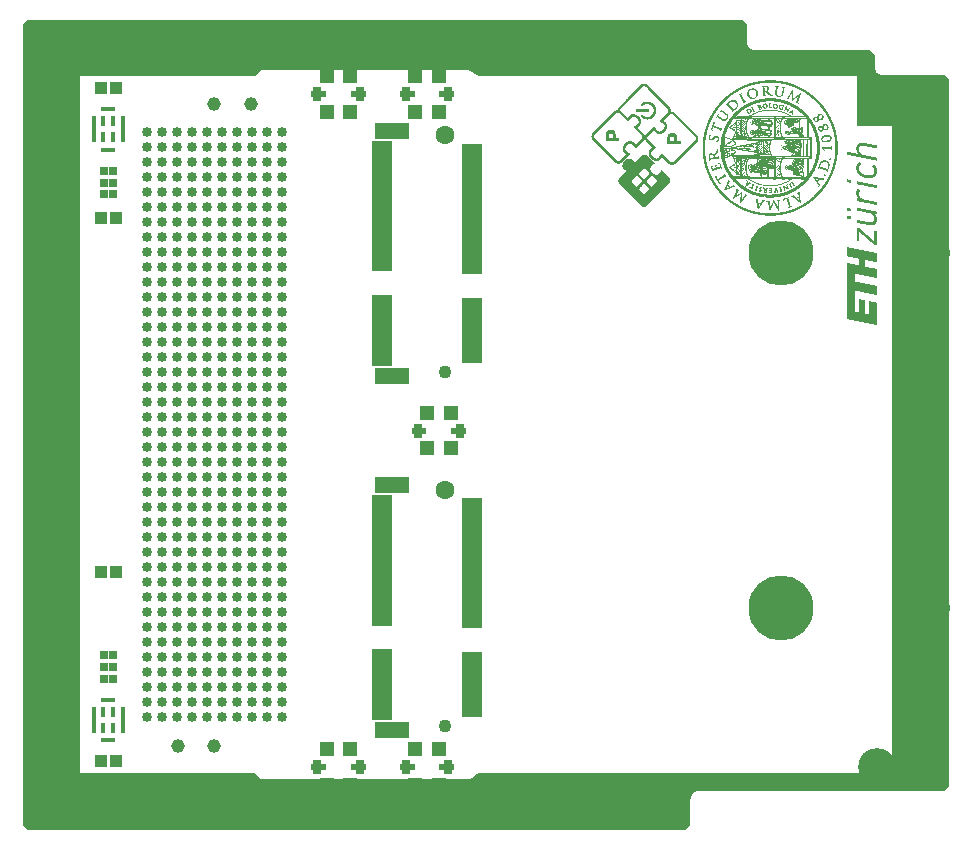
<source format=gts>
G04*
G04 #@! TF.GenerationSoftware,Altium Limited,Altium NEXUS,4.1.1 (18)*
G04*
G04 Layer_Color=8388736*
%FSLAX44Y44*%
%MOMM*%
G71*
G04*
G04 #@! TF.SameCoordinates,414CCE93-DEC9-4F78-9D08-55E8399EB41D*
G04*
G04*
G04 #@! TF.FilePolarity,Negative*
G04*
G01*
G75*
%ADD19R,0.4000X0.9500*%
%ADD20R,0.3500X2.3000*%
%ADD21R,1.3000X0.3500*%
%ADD23C,1.9000*%
%ADD24R,0.7032X1.2032*%
%ADD25R,1.2032X1.2032*%
%ADD26C,0.8432*%
%ADD27R,1.0532X1.1032*%
%ADD28R,1.7532X0.5032*%
%ADD29R,2.9532X1.4032*%
%ADD30R,0.7032X0.6532*%
%ADD31R,0.7632X0.7232*%
%ADD32C,1.1732*%
%ADD33C,5.5032*%
%ADD34C,4.6032*%
%ADD35C,1.1000*%
%ADD36C,1.6000*%
%ADD37C,3.2032*%
%ADD38C,3.7032*%
G36*
X430961Y654155D02*
Y639000D01*
X430981Y638901D01*
X430971Y638800D01*
X431067Y637825D01*
X431154Y637538D01*
X431212Y637244D01*
X431959Y635442D01*
X432401Y634780D01*
X433780Y633401D01*
X433780Y633401D01*
X434442Y632959D01*
X436244Y632212D01*
X436538Y632154D01*
X436825Y632067D01*
X437800Y631971D01*
X437901Y631981D01*
X438000Y631961D01*
X535155D01*
X538961Y628155D01*
Y618000D01*
X538981Y617901D01*
X538971Y617800D01*
X539067Y616825D01*
X539154Y616538D01*
X539212Y616244D01*
X539959Y614442D01*
X540401Y613780D01*
X541181Y613000D01*
X541780Y612401D01*
X541780Y612401D01*
X542442Y611959D01*
X544244Y611212D01*
X544538Y611154D01*
X544825Y611067D01*
X545800Y610971D01*
X545901Y610981D01*
X546000Y610961D01*
X598155D01*
X601961Y607155D01*
Y315000D01*
X601961Y8845D01*
X598106Y4990D01*
X390000Y5039D01*
X389901Y5019D01*
X389800Y5029D01*
X388825Y4933D01*
X388538Y4846D01*
X388244Y4788D01*
X386442Y4041D01*
X386442D01*
X386000Y3746D01*
X385780Y3599D01*
Y3599D01*
X385780D01*
X384401Y2220D01*
Y2220D01*
X384401D01*
X384254Y2000D01*
X383959Y1558D01*
Y1558D01*
X383212Y-244D01*
X383154Y-538D01*
X383067Y-825D01*
X382971Y-1800D01*
X382981Y-1901D01*
X382961Y-2000D01*
Y-24155D01*
X379155Y-27961D01*
X-178155D01*
X-181961Y-24155D01*
Y315000D01*
Y654155D01*
X-178155Y657961D01*
X427155D01*
X430961Y654155D01*
D02*
G37*
%LPC*%
G36*
X193965Y615000D02*
X19000D01*
X14000Y610000D01*
X-134000Y610000D01*
Y315000D01*
Y20000D01*
X14000Y20000D01*
X19000Y15000D01*
X193965D01*
X194801Y15041D01*
X196442Y15367D01*
X197988Y16008D01*
X199379Y16938D01*
X200000Y17500D01*
X200594Y18094D01*
X201992Y19029D01*
X203546Y19672D01*
X205195Y20000D01*
X206036Y20000D01*
X206036Y20000D01*
X554000D01*
Y315000D01*
D01*
Y568000D01*
X524000D01*
Y610000D01*
X206036D01*
X206036Y610000D01*
X205195Y610000D01*
X203546Y610328D01*
X201992Y610971D01*
X200594Y611906D01*
X200000Y612500D01*
X200000D01*
X199379Y613063D01*
X197988Y613992D01*
X196442Y614632D01*
X194801Y614959D01*
X193965Y615000D01*
D02*
G37*
%LPD*%
G36*
X149500Y592497D02*
X144484D01*
Y592498D01*
X136981D01*
Y597500D01*
X149500D01*
Y592497D01*
D02*
G37*
G36*
X74500D02*
X69484D01*
Y592498D01*
X61981D01*
Y597500D01*
X74500D01*
Y592497D01*
D02*
G37*
G36*
X183000Y592495D02*
X173025D01*
Y592499D01*
X170506D01*
Y597500D01*
X183000D01*
Y592495D01*
D02*
G37*
G36*
X108000D02*
X98025D01*
Y592499D01*
X95506D01*
Y597500D01*
X108000D01*
Y592495D01*
D02*
G37*
G36*
X528297Y553672D02*
X529170D01*
Y553624D01*
X529412D01*
Y553575D01*
X529800D01*
Y553526D01*
X529994D01*
Y553478D01*
X530285D01*
Y553430D01*
X530527D01*
Y553381D01*
X530721D01*
Y553332D01*
X531012D01*
Y553284D01*
X531158D01*
Y553236D01*
X531497D01*
Y553187D01*
X531691D01*
Y553139D01*
X531933D01*
Y553090D01*
X532176D01*
Y553042D01*
X532370D01*
Y552993D01*
X532709D01*
Y552945D01*
X532855D01*
Y552896D01*
X533146D01*
Y552848D01*
X533388D01*
Y552799D01*
X533582D01*
Y552751D01*
X533873D01*
Y552702D01*
X534067D01*
Y552654D01*
X534406D01*
Y552605D01*
X534552D01*
Y552557D01*
X534794D01*
Y552508D01*
X535085D01*
Y552460D01*
X535231D01*
Y552411D01*
X535570D01*
Y552363D01*
X535715D01*
Y552314D01*
X536055D01*
Y552266D01*
X536249D01*
Y552217D01*
X536443D01*
Y552169D01*
X536734D01*
Y552120D01*
X536928D01*
Y552072D01*
X537267D01*
Y552023D01*
X537413D01*
Y551975D01*
X537655D01*
Y551926D01*
X537946D01*
Y551878D01*
X538091D01*
Y551829D01*
X538431D01*
Y551781D01*
X538576D01*
Y551732D01*
X538916D01*
Y551684D01*
X539110D01*
Y551635D01*
X539304D01*
Y551587D01*
X539643D01*
Y551539D01*
X539789D01*
Y551490D01*
X540128D01*
Y551441D01*
X540273D01*
Y551393D01*
X540564D01*
Y551344D01*
X540661D01*
Y548920D01*
X540322D01*
Y548969D01*
X540128D01*
Y549017D01*
X539934D01*
Y549066D01*
X539594D01*
Y549114D01*
X539449D01*
Y549163D01*
X539110D01*
Y549211D01*
X538916D01*
Y549260D01*
X538673D01*
Y549308D01*
X538431D01*
Y549356D01*
X538237D01*
Y549405D01*
X537897D01*
Y549454D01*
X537752D01*
Y549502D01*
X537461D01*
Y549551D01*
X537219D01*
Y549599D01*
X537025D01*
Y549647D01*
X536685D01*
Y549696D01*
X536540D01*
Y549744D01*
X536200D01*
Y549793D01*
X536055D01*
Y549841D01*
X535764D01*
Y549890D01*
X535522D01*
Y549938D01*
X535328D01*
Y549987D01*
X534988D01*
Y550035D01*
X534843D01*
Y550084D01*
X534552D01*
Y550132D01*
X534309D01*
Y550181D01*
X534115D01*
Y550229D01*
X533825D01*
Y550278D01*
X533630D01*
Y550326D01*
X533291D01*
Y550375D01*
X533146D01*
Y550423D01*
X532903D01*
Y550472D01*
X532612D01*
Y550520D01*
X532418D01*
Y550569D01*
X532127D01*
Y550617D01*
X531933D01*
Y550666D01*
X531642D01*
Y550714D01*
X531400D01*
Y550763D01*
X531206D01*
Y550811D01*
X530915D01*
Y550860D01*
X530721D01*
Y550908D01*
X530430D01*
Y550957D01*
X530236D01*
Y551005D01*
X529945D01*
Y551054D01*
X529606D01*
Y551102D01*
X529364D01*
Y551151D01*
X527909D01*
Y551102D01*
X527715D01*
Y551054D01*
X527521D01*
Y551005D01*
X527376D01*
Y550957D01*
X527279D01*
Y550908D01*
X527085D01*
Y550860D01*
X527036D01*
Y550811D01*
X526939D01*
Y550763D01*
X526842D01*
Y550714D01*
X526794D01*
Y550666D01*
X526697D01*
Y550617D01*
X526648D01*
Y550569D01*
X526551D01*
Y550520D01*
X526503D01*
Y550472D01*
X526454D01*
Y550423D01*
X526406D01*
Y550375D01*
X526357D01*
Y550326D01*
X526309D01*
Y550278D01*
X526260D01*
Y550181D01*
X526212D01*
Y550132D01*
X526163D01*
Y550084D01*
X526115D01*
Y549987D01*
X526066D01*
Y549938D01*
X526018D01*
Y549841D01*
X525969D01*
Y549793D01*
X525921D01*
Y549647D01*
X525872D01*
Y549551D01*
X525824D01*
Y549454D01*
X525775D01*
Y549260D01*
X525727D01*
Y549163D01*
X525678D01*
Y548872D01*
X525630D01*
Y548581D01*
X525582D01*
Y547659D01*
X525630D01*
Y547369D01*
X525678D01*
Y547078D01*
X525727D01*
Y546932D01*
X525775D01*
Y546690D01*
X525824D01*
Y546593D01*
X525872D01*
Y546447D01*
X525921D01*
Y546302D01*
X525969D01*
Y546205D01*
X526018D01*
Y546059D01*
X526066D01*
Y546011D01*
X526115D01*
Y545865D01*
X526163D01*
Y545817D01*
X526212D01*
Y545720D01*
X526260D01*
Y545623D01*
X526309D01*
Y545574D01*
X526357D01*
Y545477D01*
X526406D01*
Y545381D01*
X526454D01*
Y545332D01*
X526503D01*
Y545235D01*
X526551D01*
Y545187D01*
X526600D01*
Y545138D01*
X526648D01*
Y545090D01*
X526697D01*
Y544993D01*
X526745D01*
Y544944D01*
X526794D01*
Y544896D01*
X526842D01*
Y544847D01*
X526891D01*
Y544799D01*
X526939D01*
Y544750D01*
X526988D01*
Y544702D01*
X527036D01*
Y544653D01*
X527085D01*
Y544605D01*
X527133D01*
Y544556D01*
X527182D01*
Y544508D01*
X527230D01*
Y544459D01*
X527279D01*
Y544411D01*
X527376D01*
Y544362D01*
X527424D01*
Y544314D01*
X527472D01*
Y544265D01*
X527521D01*
Y544217D01*
X527570D01*
Y544168D01*
X527667D01*
Y544120D01*
X527763D01*
Y544071D01*
X527812D01*
Y544023D01*
X527909D01*
Y543974D01*
X527957D01*
Y543926D01*
X528054D01*
Y543877D01*
X528103D01*
Y543829D01*
X528200D01*
Y543780D01*
X528297D01*
Y543732D01*
X528394D01*
Y543683D01*
X528539D01*
Y543635D01*
X528588D01*
Y543586D01*
X528733D01*
Y543538D01*
X528830D01*
Y543489D01*
X528927D01*
Y543441D01*
X529121D01*
Y543392D01*
X529218D01*
Y543344D01*
X529412D01*
Y543296D01*
X529509D01*
Y543247D01*
X529703D01*
Y543199D01*
X529897D01*
Y543150D01*
X530091D01*
Y543102D01*
X530382D01*
Y543053D01*
X530527D01*
Y543005D01*
X530867D01*
Y542956D01*
X531061D01*
Y542908D01*
X531303D01*
Y542859D01*
X531594D01*
Y542811D01*
X531739D01*
Y542762D01*
X532079D01*
Y542714D01*
X532273D01*
Y542665D01*
X532564D01*
Y542617D01*
X532806D01*
Y542568D01*
X533000D01*
Y542520D01*
X533340D01*
Y542471D01*
X533485D01*
Y542423D01*
X533776D01*
Y542374D01*
X534018D01*
Y542326D01*
X534212D01*
Y542277D01*
X534503D01*
Y542229D01*
X534697D01*
Y542180D01*
X535037D01*
Y542132D01*
X535182D01*
Y542083D01*
X535473D01*
Y542035D01*
X535715D01*
Y541986D01*
X535909D01*
Y541938D01*
X536249D01*
Y541889D01*
X536394D01*
Y541841D01*
X536734D01*
Y541792D01*
X536928D01*
Y541744D01*
X537170D01*
Y541695D01*
X537461D01*
Y541647D01*
X537607D01*
Y541598D01*
X537946D01*
Y541550D01*
X538140D01*
Y541501D01*
X538382D01*
Y541453D01*
X538673D01*
Y541404D01*
X538819D01*
Y541356D01*
X539158D01*
Y541307D01*
X539352D01*
Y541259D01*
X539643D01*
Y541211D01*
X539837D01*
Y541162D01*
X540079D01*
Y541114D01*
X540370D01*
Y541065D01*
X540564D01*
Y541017D01*
X540661D01*
Y538592D01*
X540370D01*
Y538641D01*
X540225D01*
Y538689D01*
X539885D01*
Y538738D01*
X539692D01*
Y538786D01*
X539449D01*
Y538835D01*
X539158D01*
Y538883D01*
X539013D01*
Y538932D01*
X538673D01*
Y538980D01*
X538479D01*
Y539029D01*
X538237D01*
Y539077D01*
X537994D01*
Y539126D01*
X537800D01*
Y539174D01*
X537461D01*
Y539222D01*
X537316D01*
Y539271D01*
X536976D01*
Y539319D01*
X536782D01*
Y539368D01*
X536540D01*
Y539416D01*
X536297D01*
Y539465D01*
X536103D01*
Y539513D01*
X535764D01*
Y539562D01*
X535619D01*
Y539610D01*
X535328D01*
Y539659D01*
X535085D01*
Y539707D01*
X534891D01*
Y539756D01*
X534600D01*
Y539804D01*
X534406D01*
Y539853D01*
X534067D01*
Y539901D01*
X533921D01*
Y539950D01*
X533679D01*
Y539998D01*
X533388D01*
Y540047D01*
X533194D01*
Y540095D01*
X532903D01*
Y540144D01*
X532709D01*
Y540192D01*
X532418D01*
Y540241D01*
X532176D01*
Y540289D01*
X531982D01*
Y540338D01*
X531691D01*
Y540386D01*
X531497D01*
Y540435D01*
X531206D01*
Y540483D01*
X531012D01*
Y540532D01*
X530770D01*
Y540580D01*
X530479D01*
Y540629D01*
X530333D01*
Y540677D01*
X529994D01*
Y540726D01*
X529800D01*
Y540774D01*
X529509D01*
Y540823D01*
X529315D01*
Y540871D01*
X529121D01*
Y540920D01*
X528782D01*
Y540968D01*
X528636D01*
Y541017D01*
X528297D01*
Y541065D01*
X528103D01*
Y541114D01*
X527860D01*
Y541162D01*
X527618D01*
Y541211D01*
X527424D01*
Y541259D01*
X527085D01*
Y541307D01*
X526939D01*
Y541356D01*
X526648D01*
Y541404D01*
X526406D01*
Y541453D01*
X526212D01*
Y541501D01*
X525872D01*
Y541550D01*
X525727D01*
Y541598D01*
X525387D01*
Y541647D01*
X525242D01*
Y541695D01*
X525000D01*
Y541744D01*
X524709D01*
Y541792D01*
X524515D01*
Y541841D01*
X524175D01*
Y541889D01*
X524030D01*
Y541938D01*
X523739D01*
Y541986D01*
X523497D01*
Y542035D01*
X523302D01*
Y542083D01*
X523012D01*
Y542132D01*
X522818D01*
Y542180D01*
X522527D01*
Y542229D01*
X522333D01*
Y542277D01*
X522090D01*
Y542326D01*
X521799D01*
Y542374D01*
X521654D01*
Y542423D01*
X521315D01*
Y542471D01*
X521121D01*
Y542520D01*
X520830D01*
Y542568D01*
X520636D01*
Y542617D01*
X520442D01*
Y542665D01*
X520102D01*
Y542714D01*
X519957D01*
Y542762D01*
X519617D01*
Y542811D01*
X519423D01*
Y542859D01*
X519181D01*
Y542908D01*
X518939D01*
Y542956D01*
X518745D01*
Y543005D01*
X518405D01*
Y543053D01*
X518260D01*
Y543102D01*
X517969D01*
Y543150D01*
X517726D01*
Y543199D01*
X517533D01*
Y543247D01*
X517193D01*
Y543296D01*
X517048D01*
Y543344D01*
X516708D01*
Y543392D01*
X516563D01*
Y543441D01*
X516320D01*
Y543489D01*
X516029D01*
Y543538D01*
X515884D01*
Y543586D01*
X515787D01*
Y546011D01*
X516029D01*
Y545962D01*
X516175D01*
Y545914D01*
X516514D01*
Y545865D01*
X516708D01*
Y545817D01*
X516902D01*
Y545768D01*
X517193D01*
Y545720D01*
X517387D01*
Y545671D01*
X517726D01*
Y545623D01*
X517872D01*
Y545574D01*
X518163D01*
Y545526D01*
X518405D01*
Y545477D01*
X518551D01*
Y545429D01*
X518890D01*
Y545381D01*
X519036D01*
Y545332D01*
X519375D01*
Y545284D01*
X519569D01*
Y545235D01*
X519763D01*
Y545187D01*
X520102D01*
Y545138D01*
X520248D01*
Y545090D01*
X520587D01*
Y545041D01*
X520733D01*
Y544993D01*
X521024D01*
Y544944D01*
X521266D01*
Y544896D01*
X521460D01*
Y544847D01*
X521751D01*
Y544799D01*
X521945D01*
Y544750D01*
X522236D01*
Y544702D01*
X522430D01*
Y544653D01*
X522624D01*
Y544605D01*
X522963D01*
Y544556D01*
X523109D01*
Y544508D01*
X523448D01*
Y544459D01*
X523593D01*
Y544411D01*
X523884D01*
Y544362D01*
X524127D01*
Y544314D01*
X524321D01*
Y544265D01*
X524612D01*
Y544217D01*
X524806D01*
Y544168D01*
X525097D01*
Y544120D01*
X525194D01*
Y544265D01*
X525145D01*
Y544314D01*
X525097D01*
Y544362D01*
X525048D01*
Y544411D01*
X525000D01*
Y544459D01*
X524951D01*
Y544508D01*
X524903D01*
Y544556D01*
X524854D01*
Y544653D01*
X524806D01*
Y544702D01*
X524757D01*
Y544750D01*
X524709D01*
Y544799D01*
X524660D01*
Y544896D01*
X524612D01*
Y544944D01*
X524563D01*
Y544993D01*
X524515D01*
Y545090D01*
X524466D01*
Y545138D01*
X524418D01*
Y545235D01*
X524369D01*
Y545284D01*
X524321D01*
Y545381D01*
X524272D01*
Y545477D01*
X524224D01*
Y545526D01*
X524175D01*
Y545671D01*
X524127D01*
Y545720D01*
X524078D01*
Y545817D01*
X524030D01*
Y545962D01*
X523981D01*
Y546011D01*
X523933D01*
Y546156D01*
X523884D01*
Y546253D01*
X523836D01*
Y546399D01*
X523787D01*
Y546544D01*
X523739D01*
Y546690D01*
X523690D01*
Y546884D01*
X523642D01*
Y547029D01*
X523593D01*
Y547320D01*
X523545D01*
Y547514D01*
X523497D01*
Y547805D01*
X523448D01*
Y548387D01*
X523400D01*
Y549454D01*
X523448D01*
Y549938D01*
X523497D01*
Y550181D01*
X523545D01*
Y550326D01*
X523593D01*
Y550569D01*
X523642D01*
Y550666D01*
X523690D01*
Y550860D01*
X523739D01*
Y550957D01*
X523787D01*
Y551054D01*
X523836D01*
Y551199D01*
X523884D01*
Y551248D01*
X523933D01*
Y551393D01*
X523981D01*
Y551441D01*
X524030D01*
Y551539D01*
X524078D01*
Y551635D01*
X524127D01*
Y551684D01*
X524175D01*
Y551781D01*
X524224D01*
Y551829D01*
X524272D01*
Y551926D01*
X524321D01*
Y551975D01*
X524369D01*
Y552023D01*
X524418D01*
Y552072D01*
X524466D01*
Y552120D01*
X524515D01*
Y552217D01*
X524563D01*
Y552266D01*
X524612D01*
Y552314D01*
X524660D01*
Y552363D01*
X524709D01*
Y552411D01*
X524757D01*
Y552460D01*
X524806D01*
Y552508D01*
X524854D01*
Y552557D01*
X524903D01*
Y552605D01*
X525000D01*
Y552654D01*
X525048D01*
Y552702D01*
X525097D01*
Y552751D01*
X525145D01*
Y552799D01*
X525242D01*
Y552848D01*
X525290D01*
Y552896D01*
X525387D01*
Y552945D01*
X525436D01*
Y552993D01*
X525533D01*
Y553042D01*
X525582D01*
Y553090D01*
X525727D01*
Y553139D01*
X525824D01*
Y553187D01*
X525872D01*
Y553236D01*
X526018D01*
Y553284D01*
X526115D01*
Y553332D01*
X526260D01*
Y553381D01*
X526357D01*
Y553430D01*
X526503D01*
Y553478D01*
X526697D01*
Y553526D01*
X526842D01*
Y553575D01*
X527133D01*
Y553624D01*
X527376D01*
Y553672D01*
X528103D01*
Y553721D01*
X528297D01*
Y553672D01*
D02*
G37*
G36*
X344456Y543440D02*
X344870D01*
Y543394D01*
X345146D01*
Y543348D01*
X345329D01*
Y543302D01*
X345467D01*
Y543256D01*
X345651D01*
Y543210D01*
X345743D01*
Y543164D01*
X345835D01*
Y543118D01*
X345973D01*
Y543073D01*
X346019D01*
Y543027D01*
X346157D01*
Y542981D01*
X346203D01*
Y542935D01*
X346295D01*
Y542889D01*
X346386D01*
Y542843D01*
X346432D01*
Y542797D01*
X346478D01*
Y542751D01*
X346570D01*
Y542705D01*
X346616D01*
Y542659D01*
X346708D01*
Y542613D01*
X346754D01*
Y542567D01*
X346800D01*
Y542521D01*
X346846D01*
Y542475D01*
X346892D01*
Y542429D01*
X346938D01*
Y542383D01*
X346984D01*
Y542337D01*
X347030D01*
Y542291D01*
X347076D01*
Y542245D01*
X347122D01*
Y542199D01*
X347168D01*
Y542153D01*
X347214D01*
Y542107D01*
X347260D01*
Y542061D01*
X347306D01*
Y542015D01*
X347352D01*
Y541969D01*
X347398D01*
Y541923D01*
X347444D01*
Y541878D01*
X347489D01*
Y541832D01*
X347535D01*
Y541786D01*
X347581D01*
Y541740D01*
X347627D01*
Y541694D01*
X347673D01*
Y541648D01*
X347719D01*
Y541602D01*
X347765D01*
Y541556D01*
X347811D01*
Y541510D01*
X347857D01*
Y541464D01*
X347903D01*
Y541418D01*
X347949D01*
Y541372D01*
X347995D01*
Y541326D01*
X348041D01*
Y541280D01*
X348087D01*
Y541234D01*
X348133D01*
Y541188D01*
X348179D01*
Y541142D01*
X348225D01*
Y541096D01*
X348271D01*
Y541050D01*
X348317D01*
Y541004D01*
X348363D01*
Y540958D01*
X348409D01*
Y540913D01*
X348455D01*
Y540867D01*
X348501D01*
Y540821D01*
X348546D01*
Y540775D01*
X348592D01*
Y540729D01*
X348638D01*
Y540683D01*
X348684D01*
Y540637D01*
X348730D01*
Y540591D01*
X348776D01*
Y540545D01*
X348822D01*
Y540499D01*
X348868D01*
Y540453D01*
X348914D01*
Y540407D01*
X348960D01*
Y540361D01*
X349006D01*
Y540315D01*
X349052D01*
Y540269D01*
X349098D01*
Y540223D01*
X349144D01*
Y540177D01*
X349190D01*
Y540131D01*
X349236D01*
Y540085D01*
X349282D01*
Y540039D01*
X349328D01*
Y539993D01*
X349374D01*
Y539947D01*
X349420D01*
Y539901D01*
X349466D01*
Y539855D01*
X349512D01*
Y539809D01*
X349557D01*
Y539763D01*
X349604D01*
Y539718D01*
X349650D01*
Y539672D01*
X349695D01*
Y539626D01*
X349741D01*
Y539580D01*
X349787D01*
Y539534D01*
X349833D01*
Y539488D01*
X349879D01*
Y539442D01*
X349925D01*
Y539396D01*
X349971D01*
Y539350D01*
X350017D01*
Y539304D01*
X350063D01*
Y539258D01*
X350109D01*
Y539212D01*
X350155D01*
Y539166D01*
X350201D01*
Y539120D01*
X350247D01*
Y539074D01*
X350293D01*
Y539028D01*
X350339D01*
Y538982D01*
X350385D01*
Y538936D01*
X350431D01*
Y538890D01*
X350477D01*
Y538844D01*
X350523D01*
Y538798D01*
X350569D01*
Y538753D01*
X350615D01*
Y538707D01*
X350661D01*
Y538661D01*
X350706D01*
Y538615D01*
X350752D01*
Y538569D01*
X350798D01*
Y538523D01*
X350844D01*
Y538477D01*
X350890D01*
Y538431D01*
X350936D01*
Y538385D01*
X350982D01*
Y538339D01*
X351028D01*
Y538293D01*
X351074D01*
Y538247D01*
X351120D01*
Y538201D01*
X351166D01*
Y538155D01*
X351212D01*
Y538109D01*
X351258D01*
Y538063D01*
X351304D01*
Y538017D01*
X351350D01*
Y537971D01*
X351396D01*
Y537925D01*
X351442D01*
Y537879D01*
X351488D01*
Y537833D01*
X351534D01*
Y537787D01*
X351580D01*
Y537741D01*
X351626D01*
Y537695D01*
X351672D01*
Y537649D01*
X351718D01*
Y537603D01*
X351763D01*
Y537557D01*
X351810D01*
Y537512D01*
X351855D01*
Y537466D01*
X351901D01*
Y537420D01*
X351947D01*
Y537374D01*
X351993D01*
Y537328D01*
X352039D01*
Y537282D01*
X352085D01*
Y537236D01*
X352131D01*
Y537190D01*
X352177D01*
Y537144D01*
X352223D01*
Y537098D01*
X352269D01*
Y537052D01*
X352315D01*
Y537006D01*
X352361D01*
Y536960D01*
X352407D01*
Y536914D01*
X352453D01*
Y536868D01*
X352499D01*
Y536822D01*
X352545D01*
Y536776D01*
X352591D01*
Y536730D01*
X352637D01*
Y536684D01*
X352683D01*
Y536638D01*
X352729D01*
Y536547D01*
X352775D01*
Y536179D01*
X352729D01*
Y536133D01*
X352683D01*
Y536087D01*
X352637D01*
Y536041D01*
X352591D01*
Y535995D01*
X352499D01*
Y535949D01*
X352453D01*
Y535903D01*
X352361D01*
Y535857D01*
X352315D01*
Y535811D01*
X352223D01*
Y535765D01*
X352177D01*
Y535719D01*
X352131D01*
Y535673D01*
X352039D01*
Y535627D01*
X351993D01*
Y535581D01*
X351901D01*
Y535535D01*
X351855D01*
Y535490D01*
X351810D01*
Y535443D01*
X351718D01*
Y535398D01*
X351672D01*
Y535352D01*
X351626D01*
Y535306D01*
X351534D01*
Y535260D01*
X351488D01*
Y535214D01*
X351442D01*
Y535168D01*
X351350D01*
Y535122D01*
X351304D01*
Y535076D01*
X351258D01*
Y535030D01*
X351212D01*
Y534984D01*
X351166D01*
Y534938D01*
X351074D01*
Y534892D01*
X351028D01*
Y534846D01*
X350982D01*
Y534800D01*
X350936D01*
Y534754D01*
X350844D01*
Y534708D01*
X350798D01*
Y534662D01*
X350752D01*
Y534616D01*
X350706D01*
Y534570D01*
X350661D01*
Y534524D01*
X350615D01*
Y534478D01*
X350569D01*
Y534432D01*
X350523D01*
Y534386D01*
X350477D01*
Y534341D01*
X350431D01*
Y534295D01*
X350385D01*
Y534249D01*
X350339D01*
Y534203D01*
X350293D01*
Y534157D01*
X350247D01*
Y534111D01*
X350201D01*
Y534065D01*
X350155D01*
Y534019D01*
X350109D01*
Y533973D01*
X350063D01*
Y533927D01*
X350017D01*
Y533881D01*
X349971D01*
Y533835D01*
X349925D01*
Y533789D01*
X349879D01*
Y533743D01*
X349833D01*
Y533697D01*
X349787D01*
Y533605D01*
X349741D01*
Y533559D01*
X349695D01*
Y533513D01*
X349650D01*
Y533421D01*
X349604D01*
Y533375D01*
X349557D01*
Y533284D01*
X349512D01*
Y533237D01*
X349466D01*
Y533192D01*
X349420D01*
Y533100D01*
X349374D01*
Y533008D01*
X349328D01*
Y532962D01*
X349282D01*
Y532870D01*
X349236D01*
Y532778D01*
X349190D01*
Y532640D01*
X349144D01*
Y532548D01*
X349098D01*
Y532456D01*
X349052D01*
Y532272D01*
X349006D01*
Y532135D01*
X348960D01*
Y531215D01*
X349006D01*
Y531032D01*
X349052D01*
Y530802D01*
X349098D01*
Y530664D01*
X349144D01*
Y530572D01*
X349190D01*
Y530388D01*
X349236D01*
Y530342D01*
X349282D01*
Y530204D01*
X349328D01*
Y530112D01*
X349374D01*
Y530020D01*
X349420D01*
Y529929D01*
X349466D01*
Y529837D01*
X349512D01*
Y529791D01*
X349557D01*
Y529699D01*
X349604D01*
Y529607D01*
X349650D01*
Y529561D01*
X349695D01*
Y529469D01*
X349741D01*
Y529423D01*
X349787D01*
Y529331D01*
X349833D01*
Y529285D01*
X349879D01*
Y529193D01*
X349925D01*
Y529147D01*
X349971D01*
Y529101D01*
X350017D01*
Y529055D01*
X350063D01*
Y528963D01*
X350109D01*
Y528918D01*
X350155D01*
Y528872D01*
X350201D01*
Y528826D01*
X350247D01*
Y528780D01*
X350293D01*
Y528688D01*
X350385D01*
Y528596D01*
X350431D01*
Y528550D01*
X350477D01*
Y528504D01*
X350523D01*
Y528458D01*
X350569D01*
Y528412D01*
X350615D01*
Y528366D01*
X350661D01*
Y528320D01*
X350752D01*
Y528274D01*
X350798D01*
Y528228D01*
X350844D01*
Y528182D01*
X350890D01*
Y528136D01*
X350936D01*
Y528090D01*
X350982D01*
Y528044D01*
X351028D01*
Y527998D01*
X351120D01*
Y527952D01*
X351166D01*
Y527906D01*
X351212D01*
Y527860D01*
X351258D01*
Y527814D01*
X351350D01*
Y527769D01*
X351396D01*
Y527723D01*
X351488D01*
Y527677D01*
X351534D01*
Y527631D01*
X351580D01*
Y527585D01*
X351672D01*
Y527539D01*
X351718D01*
Y527493D01*
X351810D01*
Y527447D01*
X351901D01*
Y527401D01*
X351947D01*
Y527355D01*
X352039D01*
Y527309D01*
X352131D01*
Y527263D01*
X352177D01*
Y527217D01*
X352269D01*
Y527171D01*
X352361D01*
Y527125D01*
X352453D01*
Y527079D01*
X352591D01*
Y527033D01*
X352637D01*
Y526987D01*
X352775D01*
Y526941D01*
X352867D01*
Y526895D01*
X352958D01*
Y526849D01*
X353142D01*
Y526803D01*
X353234D01*
Y526758D01*
X353372D01*
Y526712D01*
X353602D01*
Y526665D01*
X353786D01*
Y526620D01*
X354107D01*
Y526574D01*
X354613D01*
Y526620D01*
X354843D01*
Y526665D01*
X354935D01*
Y526712D01*
X355073D01*
Y526758D01*
X355164D01*
Y526803D01*
X355256D01*
Y526849D01*
X355348D01*
Y526895D01*
X355394D01*
Y526941D01*
X355486D01*
Y526987D01*
X355532D01*
Y527033D01*
X355624D01*
Y527079D01*
X355670D01*
Y527125D01*
X355716D01*
Y527171D01*
X355808D01*
Y527217D01*
X355854D01*
Y527263D01*
X355900D01*
Y527309D01*
X355946D01*
Y527355D01*
X355992D01*
Y527401D01*
X356038D01*
Y527447D01*
X356084D01*
Y527493D01*
X356129D01*
Y527539D01*
X356175D01*
Y527585D01*
X356221D01*
Y527631D01*
X356267D01*
Y527677D01*
X356313D01*
Y527723D01*
X356359D01*
Y527769D01*
X356405D01*
Y527814D01*
X356451D01*
Y527860D01*
X356497D01*
Y527906D01*
X356543D01*
Y527952D01*
X356589D01*
Y527998D01*
X356635D01*
Y528044D01*
X356681D01*
Y528090D01*
X356727D01*
Y528182D01*
X356773D01*
Y528228D01*
X356819D01*
Y528274D01*
X356865D01*
Y528320D01*
X356911D01*
Y528366D01*
X356957D01*
Y528458D01*
X357003D01*
Y528504D01*
X357049D01*
Y528550D01*
X357095D01*
Y528596D01*
X357141D01*
Y528688D01*
X357187D01*
Y528734D01*
X357233D01*
Y528780D01*
X357279D01*
Y528872D01*
X357324D01*
Y528918D01*
X357370D01*
Y529009D01*
X357416D01*
Y529055D01*
X357462D01*
Y529101D01*
X357508D01*
Y529193D01*
X357554D01*
Y529239D01*
X357600D01*
Y529331D01*
X357646D01*
Y529377D01*
X357692D01*
Y529469D01*
X357738D01*
Y529515D01*
X357784D01*
Y529607D01*
X357830D01*
Y529653D01*
X357876D01*
Y529745D01*
X357922D01*
Y529837D01*
X357968D01*
Y529883D01*
X358014D01*
Y529975D01*
X358060D01*
Y530020D01*
X358106D01*
Y530112D01*
X358152D01*
Y530250D01*
X358198D01*
Y530296D01*
X358244D01*
Y530388D01*
X358335D01*
Y530434D01*
X358381D01*
Y530480D01*
X358795D01*
Y530434D01*
X358887D01*
Y530388D01*
X358933D01*
Y530342D01*
X358979D01*
Y530296D01*
X359025D01*
Y530250D01*
X359071D01*
Y530204D01*
X359117D01*
Y530158D01*
X359163D01*
Y530112D01*
X359209D01*
Y530066D01*
X359255D01*
Y530020D01*
X359301D01*
Y529975D01*
X359347D01*
Y529929D01*
X359393D01*
Y529883D01*
X359438D01*
Y529837D01*
X359484D01*
Y529791D01*
X359530D01*
Y529745D01*
X359576D01*
Y529699D01*
X359622D01*
Y529653D01*
X359668D01*
Y529607D01*
X359714D01*
Y529561D01*
X359760D01*
Y529515D01*
X359806D01*
Y529469D01*
X359852D01*
Y529423D01*
X359898D01*
Y529377D01*
X359944D01*
Y529331D01*
X359990D01*
Y529285D01*
X360036D01*
Y529239D01*
X360082D01*
Y529193D01*
X360128D01*
Y529147D01*
X360174D01*
Y529101D01*
X360220D01*
Y529055D01*
X360266D01*
Y529009D01*
X360312D01*
Y528963D01*
X360358D01*
Y528918D01*
X360404D01*
Y528872D01*
X360450D01*
Y528826D01*
X360495D01*
Y528780D01*
X360541D01*
Y528734D01*
X360587D01*
Y528688D01*
X360633D01*
Y528642D01*
X360679D01*
Y528596D01*
X360725D01*
Y528550D01*
X360771D01*
Y528504D01*
X360817D01*
Y528458D01*
X360863D01*
Y528412D01*
X360909D01*
Y528366D01*
X360955D01*
Y528320D01*
X361001D01*
Y528274D01*
X361047D01*
Y528228D01*
X361093D01*
Y528182D01*
X361139D01*
Y528136D01*
X361185D01*
Y528090D01*
X361231D01*
Y528044D01*
X361277D01*
Y527998D01*
X361323D01*
Y527952D01*
X361369D01*
Y527906D01*
X361415D01*
Y527860D01*
X361461D01*
Y527814D01*
X361507D01*
Y527769D01*
X361553D01*
Y527723D01*
X361599D01*
Y527677D01*
X361644D01*
Y527631D01*
X361690D01*
Y527585D01*
X361736D01*
Y527539D01*
X361782D01*
Y527493D01*
X361828D01*
Y527447D01*
X361874D01*
Y527401D01*
X361920D01*
Y527355D01*
X361966D01*
Y527309D01*
X362012D01*
Y527263D01*
X362058D01*
Y527217D01*
X362104D01*
Y527171D01*
X362150D01*
Y527125D01*
X362196D01*
Y527079D01*
X362242D01*
Y527033D01*
X362288D01*
Y526987D01*
X362334D01*
Y526941D01*
X362380D01*
Y526895D01*
X362426D01*
Y526849D01*
X362472D01*
Y526803D01*
X362518D01*
Y526758D01*
X362564D01*
Y526712D01*
X362655D01*
Y526620D01*
X362701D01*
Y526574D01*
X362793D01*
Y526482D01*
X362839D01*
Y526436D01*
X362885D01*
Y526390D01*
X362931D01*
Y526344D01*
X363023D01*
Y526252D01*
X363069D01*
Y526206D01*
X363161D01*
Y526114D01*
X363253D01*
Y526068D01*
X363299D01*
Y525976D01*
X363391D01*
Y525930D01*
X363437D01*
Y525884D01*
X363483D01*
Y525838D01*
X363529D01*
Y525792D01*
X363575D01*
Y525746D01*
X363621D01*
Y525700D01*
X363667D01*
Y525654D01*
X363713D01*
Y525608D01*
X363759D01*
Y525563D01*
X363805D01*
Y525517D01*
X363850D01*
Y525471D01*
X363896D01*
Y525425D01*
X363942D01*
Y525379D01*
X363988D01*
Y525333D01*
X364034D01*
Y525287D01*
X364080D01*
Y525241D01*
X364126D01*
Y525195D01*
X364172D01*
Y525149D01*
X364218D01*
Y525103D01*
X364264D01*
Y525057D01*
X364310D01*
Y525011D01*
X364356D01*
Y524965D01*
X364402D01*
Y524919D01*
X364448D01*
Y524873D01*
X364494D01*
Y524827D01*
X364540D01*
Y524781D01*
X364586D01*
Y524735D01*
X364632D01*
Y524689D01*
X364678D01*
Y524643D01*
X364724D01*
Y524598D01*
X364770D01*
Y524552D01*
X364815D01*
Y524506D01*
X364861D01*
Y524460D01*
X364907D01*
Y524414D01*
X364953D01*
Y524368D01*
X364999D01*
Y524276D01*
X365045D01*
Y524230D01*
X365091D01*
Y524184D01*
X365137D01*
Y524138D01*
X365183D01*
Y524046D01*
X365229D01*
Y524000D01*
X365275D01*
Y523908D01*
X365321D01*
Y523862D01*
X365367D01*
Y523770D01*
X365413D01*
Y523678D01*
X365459D01*
Y523632D01*
X365505D01*
Y523494D01*
X365551D01*
Y523448D01*
X365597D01*
Y523311D01*
X365643D01*
Y523219D01*
X365689D01*
Y523127D01*
X365735D01*
Y522943D01*
X365781D01*
Y522805D01*
X365827D01*
Y522621D01*
X365873D01*
Y522346D01*
X365919D01*
Y522024D01*
X365965D01*
Y521472D01*
X365919D01*
Y521151D01*
X365873D01*
Y520875D01*
X365827D01*
Y520691D01*
X365781D01*
Y520553D01*
X365735D01*
Y520415D01*
X365689D01*
Y520323D01*
X365643D01*
Y520186D01*
X365597D01*
Y520094D01*
X365551D01*
Y520002D01*
X365505D01*
Y519910D01*
X365459D01*
Y519818D01*
X365413D01*
Y519772D01*
X365367D01*
Y519680D01*
X365321D01*
Y519634D01*
X365275D01*
Y519542D01*
X365229D01*
Y519496D01*
X365183D01*
Y519450D01*
X365137D01*
Y519358D01*
X365091D01*
Y519312D01*
X365045D01*
Y519266D01*
X364999D01*
Y519220D01*
X364953D01*
Y519174D01*
X364907D01*
Y519128D01*
X364861D01*
Y519083D01*
X364815D01*
Y519037D01*
X364770D01*
Y518991D01*
X364724D01*
Y518945D01*
X364678D01*
Y518899D01*
X364632D01*
Y518853D01*
X364586D01*
Y518807D01*
X364540D01*
Y518761D01*
X364494D01*
Y518715D01*
X364448D01*
Y518669D01*
X364402D01*
Y518623D01*
X364356D01*
Y518577D01*
X364310D01*
Y518531D01*
X364264D01*
Y518485D01*
X364218D01*
Y518439D01*
X364172D01*
Y518393D01*
X364126D01*
Y518347D01*
X364080D01*
Y518301D01*
X364034D01*
Y518255D01*
X363988D01*
Y518209D01*
X363942D01*
Y518163D01*
X363896D01*
Y518117D01*
X363850D01*
Y518072D01*
X363805D01*
Y518026D01*
X363759D01*
Y517980D01*
X363713D01*
Y517934D01*
X363667D01*
Y517888D01*
X363621D01*
Y517842D01*
X363575D01*
Y517796D01*
X363529D01*
Y517750D01*
X363483D01*
Y517704D01*
X363437D01*
Y517658D01*
X363391D01*
Y517612D01*
X363345D01*
Y517566D01*
X363299D01*
Y517520D01*
X363253D01*
Y517474D01*
X363207D01*
Y517428D01*
X363161D01*
Y517382D01*
X363115D01*
Y517336D01*
X363069D01*
Y517290D01*
X363023D01*
Y517244D01*
X362977D01*
Y517198D01*
X362931D01*
Y517152D01*
X362885D01*
Y517106D01*
X362839D01*
Y517060D01*
X362793D01*
Y517014D01*
X362747D01*
Y516968D01*
X362701D01*
Y516922D01*
X362655D01*
Y516877D01*
X362610D01*
Y516831D01*
X362564D01*
Y516785D01*
X362518D01*
Y516739D01*
X362472D01*
Y516693D01*
X362426D01*
Y516647D01*
X362380D01*
Y516601D01*
X362334D01*
Y516555D01*
X362288D01*
Y516509D01*
X362242D01*
Y516463D01*
X362196D01*
Y516417D01*
X362150D01*
Y516371D01*
X362104D01*
Y516325D01*
X362058D01*
Y516279D01*
X362012D01*
Y516233D01*
X361966D01*
Y516187D01*
X361920D01*
Y516141D01*
X361874D01*
Y516095D01*
X361828D01*
Y516049D01*
X361782D01*
Y516003D01*
X361736D01*
Y515957D01*
X361690D01*
Y515911D01*
X361644D01*
Y515866D01*
X361599D01*
Y515820D01*
X361553D01*
Y515774D01*
X361507D01*
Y515728D01*
X361461D01*
Y515682D01*
X361415D01*
Y515636D01*
X361369D01*
Y515590D01*
X361323D01*
Y515544D01*
X361277D01*
Y515498D01*
X361231D01*
Y515452D01*
X361185D01*
Y515406D01*
X361139D01*
Y515360D01*
X361093D01*
Y515314D01*
X361047D01*
Y515268D01*
X361001D01*
Y515222D01*
X360955D01*
Y515176D01*
X360909D01*
Y515130D01*
X360863D01*
Y515084D01*
X360817D01*
Y515038D01*
X360771D01*
Y514992D01*
X360725D01*
Y514946D01*
X360679D01*
Y514900D01*
X360633D01*
Y514854D01*
X360587D01*
Y514809D01*
X360541D01*
Y514762D01*
X360495D01*
Y514717D01*
X360450D01*
Y514671D01*
X360404D01*
Y514625D01*
X360358D01*
Y514579D01*
X360312D01*
Y514533D01*
X360266D01*
Y514487D01*
X360220D01*
Y514441D01*
X360174D01*
Y514395D01*
X360128D01*
Y514349D01*
X360082D01*
Y514303D01*
X360036D01*
Y514257D01*
X359990D01*
Y514211D01*
X359944D01*
Y514165D01*
X359898D01*
Y514119D01*
X359852D01*
Y514073D01*
X359806D01*
Y514027D01*
X359760D01*
Y513981D01*
X359714D01*
Y513935D01*
X359668D01*
Y513889D01*
X359622D01*
Y513843D01*
X359576D01*
Y513797D01*
X359530D01*
Y513751D01*
X359484D01*
Y513705D01*
X359438D01*
Y513660D01*
X359393D01*
Y513614D01*
X359347D01*
Y513568D01*
X359301D01*
Y513522D01*
X359255D01*
Y513476D01*
X359209D01*
Y513430D01*
X359163D01*
Y513384D01*
X359117D01*
Y513338D01*
X359071D01*
Y513292D01*
X359025D01*
Y513246D01*
X358979D01*
Y513200D01*
X358933D01*
Y513154D01*
X358887D01*
Y513108D01*
X358841D01*
Y513062D01*
X358795D01*
Y513016D01*
X358749D01*
Y512970D01*
X358703D01*
Y512924D01*
X358657D01*
Y512878D01*
X358611D01*
Y512832D01*
X358565D01*
Y512786D01*
X358519D01*
Y512740D01*
X358473D01*
Y512694D01*
X358427D01*
Y512648D01*
X358381D01*
Y512603D01*
X358335D01*
Y512557D01*
X358289D01*
Y512511D01*
X358244D01*
Y512465D01*
X358198D01*
Y512419D01*
X358152D01*
Y512373D01*
X358106D01*
Y512327D01*
X358060D01*
Y512281D01*
X358014D01*
Y512235D01*
X357968D01*
Y512189D01*
X357922D01*
Y512143D01*
X357876D01*
Y512097D01*
X357830D01*
Y512051D01*
X357784D01*
Y512005D01*
X357738D01*
Y511959D01*
X357692D01*
Y511913D01*
X357646D01*
Y511867D01*
X357600D01*
Y511821D01*
X357554D01*
Y511775D01*
X357508D01*
Y511729D01*
X357462D01*
Y511683D01*
X357416D01*
Y511637D01*
X357370D01*
Y511591D01*
X357324D01*
Y511545D01*
X357279D01*
Y511499D01*
X357233D01*
Y511454D01*
X357187D01*
Y511408D01*
X357141D01*
Y511362D01*
X357095D01*
Y511316D01*
X357049D01*
Y511270D01*
X357003D01*
Y511224D01*
X356957D01*
Y511178D01*
X356911D01*
Y511132D01*
X356865D01*
Y511086D01*
X356819D01*
Y511040D01*
X356773D01*
Y510994D01*
X356727D01*
Y510948D01*
X356681D01*
Y510902D01*
X356635D01*
Y510856D01*
X356589D01*
Y510810D01*
X356543D01*
Y510764D01*
X356497D01*
Y510718D01*
X356451D01*
Y510672D01*
X356405D01*
Y510626D01*
X356359D01*
Y510580D01*
X356313D01*
Y510534D01*
X356267D01*
Y510488D01*
X356221D01*
Y510443D01*
X356175D01*
Y510396D01*
X356129D01*
Y510350D01*
X356084D01*
Y510305D01*
X356038D01*
Y510259D01*
X355992D01*
Y510213D01*
X355946D01*
Y510167D01*
X355900D01*
Y510121D01*
X355854D01*
Y510075D01*
X355808D01*
Y510029D01*
X355762D01*
Y509983D01*
X355716D01*
Y509937D01*
X355670D01*
Y509891D01*
X355624D01*
Y509845D01*
X355578D01*
Y509799D01*
X355532D01*
Y509753D01*
X355486D01*
Y509707D01*
X355440D01*
Y509661D01*
X355394D01*
Y509615D01*
X355348D01*
Y509569D01*
X355302D01*
Y509523D01*
X355256D01*
Y509477D01*
X355210D01*
Y509431D01*
X355164D01*
Y509385D01*
X355118D01*
Y509339D01*
X355073D01*
Y509294D01*
X355027D01*
Y509248D01*
X354981D01*
Y509202D01*
X354935D01*
Y509156D01*
X354889D01*
Y509110D01*
X354843D01*
Y509064D01*
X354797D01*
Y509018D01*
X354751D01*
Y508972D01*
X354705D01*
Y508926D01*
X354659D01*
Y508880D01*
X354613D01*
Y508834D01*
X354567D01*
Y508788D01*
X354521D01*
Y508742D01*
X354475D01*
Y508696D01*
X354429D01*
Y508650D01*
X354383D01*
Y508604D01*
X354337D01*
Y508558D01*
X354291D01*
Y508512D01*
X354245D01*
Y508466D01*
X354199D01*
Y508420D01*
X354153D01*
Y508374D01*
X354107D01*
Y508328D01*
X354061D01*
Y508283D01*
X354015D01*
Y508237D01*
X353969D01*
Y508191D01*
X353923D01*
Y508145D01*
X353878D01*
Y508099D01*
X353832D01*
Y508053D01*
X353786D01*
Y508007D01*
X353740D01*
Y507961D01*
X353694D01*
Y507915D01*
X353648D01*
Y507869D01*
X353602D01*
Y507823D01*
X353556D01*
Y507777D01*
X353510D01*
Y507731D01*
X353464D01*
Y507685D01*
X353418D01*
Y507639D01*
X353372D01*
Y507593D01*
X353326D01*
Y507547D01*
X353280D01*
Y507501D01*
X353234D01*
Y507455D01*
X353188D01*
Y507409D01*
X353142D01*
Y507363D01*
X353096D01*
Y507317D01*
X353050D01*
Y507271D01*
X353004D01*
Y507225D01*
X352958D01*
Y507179D01*
X352912D01*
Y507133D01*
X352867D01*
Y507088D01*
X352821D01*
Y507042D01*
X352775D01*
Y506996D01*
X352729D01*
Y506950D01*
X352683D01*
Y506904D01*
X352637D01*
Y506858D01*
X352591D01*
Y506812D01*
X352545D01*
Y506766D01*
X352499D01*
Y506720D01*
X352453D01*
Y506674D01*
X352407D01*
Y506628D01*
X352361D01*
Y506582D01*
X352315D01*
Y506536D01*
X352269D01*
Y506490D01*
X352223D01*
Y506444D01*
X352177D01*
Y506398D01*
X352131D01*
Y506352D01*
X352085D01*
Y506306D01*
X352039D01*
Y506260D01*
X351993D01*
Y506214D01*
X351947D01*
Y506168D01*
X351901D01*
Y506122D01*
X351855D01*
Y506077D01*
X351810D01*
Y506031D01*
X351763D01*
Y505985D01*
X351718D01*
Y505939D01*
X351672D01*
Y505893D01*
X351626D01*
Y505847D01*
X351580D01*
Y505801D01*
X351534D01*
Y505755D01*
X351488D01*
Y505709D01*
X351442D01*
Y505663D01*
X351396D01*
Y505617D01*
X351350D01*
Y505571D01*
X351304D01*
Y505525D01*
X351258D01*
Y505479D01*
X351212D01*
Y505433D01*
X351166D01*
Y505387D01*
X351120D01*
Y505341D01*
X351074D01*
Y505295D01*
X351028D01*
Y505249D01*
X350982D01*
Y505203D01*
X350936D01*
Y505157D01*
X350890D01*
Y505111D01*
X350844D01*
Y505065D01*
X350798D01*
Y505019D01*
X350752D01*
Y504973D01*
X350706D01*
Y504928D01*
X350661D01*
Y504882D01*
X350615D01*
Y504836D01*
X350569D01*
Y504790D01*
X350523D01*
Y504744D01*
X350477D01*
Y504698D01*
X350431D01*
Y504652D01*
X350385D01*
Y504606D01*
X350339D01*
Y504560D01*
X350293D01*
Y504514D01*
X350247D01*
Y504468D01*
X350201D01*
Y504422D01*
X350155D01*
Y504376D01*
X350109D01*
Y504330D01*
X350063D01*
Y504284D01*
X350017D01*
Y504238D01*
X349971D01*
Y504192D01*
X349925D01*
Y504146D01*
X349879D01*
Y504100D01*
X349833D01*
Y504054D01*
X349787D01*
Y504008D01*
X349741D01*
Y503962D01*
X349695D01*
Y503917D01*
X349650D01*
Y503871D01*
X349604D01*
Y503825D01*
X349557D01*
Y503779D01*
X349512D01*
Y503733D01*
X349466D01*
Y503687D01*
X349420D01*
Y503641D01*
X349374D01*
Y503595D01*
X349328D01*
Y503549D01*
X349282D01*
Y503503D01*
X349236D01*
Y503457D01*
X349190D01*
Y503411D01*
X349144D01*
Y503365D01*
X349098D01*
Y503319D01*
X349052D01*
Y503273D01*
X349006D01*
Y503227D01*
X348960D01*
Y503181D01*
X348914D01*
Y503135D01*
X348868D01*
Y503089D01*
X348822D01*
Y503043D01*
X348776D01*
Y502997D01*
X348730D01*
Y502951D01*
X348684D01*
Y502905D01*
X348638D01*
Y502859D01*
X348592D01*
Y502813D01*
X348546D01*
Y502767D01*
X348501D01*
Y502722D01*
X348455D01*
Y502676D01*
X348409D01*
Y502630D01*
X348363D01*
Y502584D01*
X348317D01*
Y502538D01*
X348271D01*
Y502492D01*
X348225D01*
Y502446D01*
X348179D01*
Y502400D01*
X348133D01*
Y502354D01*
X348087D01*
Y502308D01*
X348041D01*
Y502262D01*
X347995D01*
Y502216D01*
X347949D01*
Y502170D01*
X347903D01*
Y502124D01*
X347857D01*
Y502078D01*
X347811D01*
Y502032D01*
X347765D01*
Y501986D01*
X347719D01*
Y501940D01*
X347673D01*
Y501894D01*
X347627D01*
Y501848D01*
X347581D01*
Y501802D01*
X347535D01*
Y501757D01*
X347489D01*
Y501711D01*
X347444D01*
Y501665D01*
X347398D01*
Y501619D01*
X347352D01*
Y501573D01*
X347306D01*
Y501527D01*
X347260D01*
Y501481D01*
X347214D01*
Y501435D01*
X347168D01*
Y501389D01*
X347122D01*
Y501343D01*
X347076D01*
Y501297D01*
X347030D01*
Y501251D01*
X346984D01*
Y501205D01*
X346938D01*
Y501159D01*
X346892D01*
Y501113D01*
X346846D01*
Y501067D01*
X346800D01*
Y501021D01*
X346754D01*
Y500975D01*
X346708D01*
Y500929D01*
X346662D01*
Y500883D01*
X346616D01*
Y500837D01*
X346570D01*
Y500791D01*
X346524D01*
Y500745D01*
X346478D01*
Y500699D01*
X346432D01*
Y500653D01*
X346386D01*
Y500607D01*
X346340D01*
Y500561D01*
X346295D01*
Y500516D01*
X346249D01*
Y500470D01*
X346203D01*
Y500424D01*
X346157D01*
Y500378D01*
X346111D01*
Y500332D01*
X346065D01*
Y500286D01*
X346019D01*
Y500240D01*
X345973D01*
Y500194D01*
X345881D01*
Y500148D01*
X345835D01*
Y500102D01*
X345743D01*
Y500056D01*
X345697D01*
Y500010D01*
X345651D01*
Y499964D01*
X345559D01*
Y499918D01*
X345467D01*
Y499872D01*
X345375D01*
Y499826D01*
X345284D01*
Y499780D01*
X345238D01*
Y499734D01*
X345100D01*
Y499688D01*
X345008D01*
Y499642D01*
X344870D01*
Y499596D01*
X344686D01*
Y499551D01*
X344594D01*
Y499505D01*
X344364D01*
Y499459D01*
X343997D01*
Y499413D01*
X343169D01*
Y499459D01*
X342848D01*
Y499505D01*
X342618D01*
Y499551D01*
X342480D01*
Y499596D01*
X342296D01*
Y499642D01*
X342204D01*
Y499688D01*
X342112D01*
Y499734D01*
X341974D01*
Y499780D01*
X341883D01*
Y499826D01*
X341791D01*
Y499872D01*
X341699D01*
Y499918D01*
X341653D01*
Y499964D01*
X341561D01*
Y500010D01*
X341469D01*
Y500056D01*
X341423D01*
Y500102D01*
X341331D01*
Y500148D01*
X341285D01*
Y500194D01*
X341239D01*
Y500240D01*
X341193D01*
Y500286D01*
X341147D01*
Y500332D01*
X341055D01*
Y500378D01*
X341009D01*
Y500424D01*
X340964D01*
Y500470D01*
X340918D01*
Y500516D01*
X340872D01*
Y500561D01*
X340826D01*
Y500607D01*
X340780D01*
Y500653D01*
X340734D01*
Y500699D01*
X340688D01*
Y500745D01*
X340642D01*
Y500791D01*
X340596D01*
Y500837D01*
X340550D01*
Y500883D01*
X340504D01*
Y500929D01*
X340458D01*
Y500975D01*
X340412D01*
Y501021D01*
X340366D01*
Y501067D01*
X340320D01*
Y501113D01*
X340274D01*
Y501159D01*
X340228D01*
Y501205D01*
X340182D01*
Y501251D01*
X340136D01*
Y501297D01*
X340090D01*
Y501343D01*
X340044D01*
Y501389D01*
X339998D01*
Y501435D01*
X339952D01*
Y501481D01*
X339906D01*
Y501527D01*
X339860D01*
Y501573D01*
X339814D01*
Y501619D01*
X339769D01*
Y501665D01*
X339723D01*
Y501711D01*
X339677D01*
Y501757D01*
X339631D01*
Y501802D01*
X339585D01*
Y501848D01*
X339539D01*
Y501894D01*
X339493D01*
Y501940D01*
X339447D01*
Y501986D01*
X339401D01*
Y502032D01*
X339355D01*
Y502078D01*
X339309D01*
Y502124D01*
X339263D01*
Y502170D01*
X339217D01*
Y502216D01*
X339171D01*
Y502262D01*
X339125D01*
Y502308D01*
X339079D01*
Y502354D01*
X339033D01*
Y502400D01*
X338987D01*
Y502446D01*
X338941D01*
Y502492D01*
X338895D01*
Y502538D01*
X338849D01*
Y502584D01*
X338803D01*
Y502630D01*
X338758D01*
Y502676D01*
X338712D01*
Y502722D01*
X338666D01*
Y502767D01*
X338620D01*
Y502813D01*
X338574D01*
Y502859D01*
X338528D01*
Y502905D01*
X338482D01*
Y502951D01*
X338436D01*
Y502997D01*
X338390D01*
Y503043D01*
X338344D01*
Y503089D01*
X338298D01*
Y503135D01*
X338252D01*
Y503181D01*
X338206D01*
Y503227D01*
X338160D01*
Y503273D01*
X338114D01*
Y503319D01*
X338068D01*
Y503365D01*
X338022D01*
Y503411D01*
X337976D01*
Y503457D01*
X337930D01*
Y503503D01*
X337884D01*
Y503549D01*
X337838D01*
Y503595D01*
X337792D01*
Y503641D01*
X337746D01*
Y503687D01*
X337701D01*
Y503733D01*
X337654D01*
Y503779D01*
X337608D01*
Y503825D01*
X337563D01*
Y503871D01*
X337517D01*
Y503917D01*
X337471D01*
Y503962D01*
X337425D01*
Y504008D01*
X337379D01*
Y504054D01*
X337333D01*
Y504100D01*
X337287D01*
Y504146D01*
X337241D01*
Y504192D01*
X337195D01*
Y504238D01*
X337149D01*
Y504284D01*
X337103D01*
Y504330D01*
X337057D01*
Y504376D01*
X337011D01*
Y504422D01*
X336965D01*
Y504468D01*
X336919D01*
Y504514D01*
X336873D01*
Y504560D01*
X336827D01*
Y504606D01*
X336781D01*
Y504652D01*
X336735D01*
Y504698D01*
X336689D01*
Y504744D01*
X336643D01*
Y504790D01*
X336598D01*
Y504836D01*
X336552D01*
Y504882D01*
X336506D01*
Y504928D01*
X336460D01*
Y504973D01*
X336414D01*
Y505019D01*
X336368D01*
Y505065D01*
X336322D01*
Y505111D01*
X336276D01*
Y505157D01*
X336230D01*
Y505203D01*
X336184D01*
Y505249D01*
X336138D01*
Y505295D01*
X336092D01*
Y505341D01*
X336046D01*
Y505387D01*
X336000D01*
Y505433D01*
X335954D01*
Y505479D01*
X335908D01*
Y505525D01*
X335862D01*
Y505571D01*
X335816D01*
Y505617D01*
X335770D01*
Y505663D01*
X335724D01*
Y505709D01*
X335678D01*
Y505755D01*
X335632D01*
Y505801D01*
X335586D01*
Y505847D01*
X335540D01*
Y505893D01*
X335494D01*
Y505939D01*
X335448D01*
Y505985D01*
X335403D01*
Y506031D01*
X335357D01*
Y506077D01*
X335311D01*
Y506122D01*
X335265D01*
Y506168D01*
X335219D01*
Y506214D01*
X335173D01*
Y506260D01*
X335127D01*
Y506306D01*
X335081D01*
Y506352D01*
X335035D01*
Y506398D01*
X334989D01*
Y506444D01*
X334943D01*
Y506490D01*
X334897D01*
Y506536D01*
X334851D01*
Y506582D01*
X334805D01*
Y506628D01*
X334759D01*
Y506674D01*
X334713D01*
Y506720D01*
X334667D01*
Y506766D01*
X334621D01*
Y506812D01*
X334575D01*
Y506858D01*
X334529D01*
Y506904D01*
X334483D01*
Y506950D01*
X334437D01*
Y506996D01*
X334392D01*
Y507042D01*
X334346D01*
Y507088D01*
X334300D01*
Y507133D01*
X334254D01*
Y507179D01*
X334208D01*
Y507225D01*
X334162D01*
Y507271D01*
X334116D01*
Y507317D01*
X334070D01*
Y507363D01*
X334024D01*
Y507409D01*
X333978D01*
Y507455D01*
X333932D01*
Y507501D01*
X333886D01*
Y507547D01*
X333840D01*
Y507593D01*
X333794D01*
Y507639D01*
X333748D01*
Y507685D01*
X333702D01*
Y507731D01*
X333656D01*
Y507777D01*
X333610D01*
Y507823D01*
X333564D01*
Y507869D01*
X333518D01*
Y507915D01*
X333472D01*
Y507961D01*
X333426D01*
Y508007D01*
X333380D01*
Y508053D01*
X333335D01*
Y508099D01*
X333288D01*
Y508145D01*
X333242D01*
Y508191D01*
X333196D01*
Y508237D01*
X333151D01*
Y508283D01*
X333105D01*
Y508328D01*
X333059D01*
Y508374D01*
X333013D01*
Y508420D01*
X332967D01*
Y508466D01*
X332921D01*
Y508512D01*
X332875D01*
Y508558D01*
X332829D01*
Y508604D01*
X332783D01*
Y508650D01*
X332737D01*
Y508696D01*
X332691D01*
Y508742D01*
X332645D01*
Y508788D01*
X332599D01*
Y508834D01*
X332553D01*
Y508880D01*
X332507D01*
Y508926D01*
X332461D01*
Y508972D01*
X332415D01*
Y509018D01*
X332369D01*
Y509064D01*
X332323D01*
Y509110D01*
X332277D01*
Y509156D01*
X332231D01*
Y509202D01*
X332186D01*
Y509248D01*
X332140D01*
Y509294D01*
X332094D01*
Y509339D01*
X332048D01*
Y509385D01*
X332002D01*
Y509431D01*
X331956D01*
Y509477D01*
X331910D01*
Y509523D01*
X331864D01*
Y509569D01*
X331818D01*
Y509615D01*
X331772D01*
Y509661D01*
X331726D01*
Y509707D01*
X331680D01*
Y509753D01*
X331634D01*
Y509799D01*
X331588D01*
Y509845D01*
X331542D01*
Y509891D01*
X331496D01*
Y509937D01*
X331450D01*
Y509983D01*
X331404D01*
Y510029D01*
X331358D01*
Y510075D01*
X331312D01*
Y510121D01*
X331266D01*
Y510167D01*
X331220D01*
Y510213D01*
X331174D01*
Y510259D01*
X331129D01*
Y510305D01*
X331082D01*
Y510350D01*
X331036D01*
Y510396D01*
X330991D01*
Y510443D01*
X330945D01*
Y510488D01*
X330899D01*
Y510534D01*
X330853D01*
Y510580D01*
X330807D01*
Y510626D01*
X330761D01*
Y510672D01*
X330715D01*
Y510718D01*
X330669D01*
Y510764D01*
X330623D01*
Y510810D01*
X330577D01*
Y510856D01*
X330531D01*
Y510902D01*
X330485D01*
Y510948D01*
X330439D01*
Y510994D01*
X330393D01*
Y511040D01*
X330347D01*
Y511086D01*
X330301D01*
Y511132D01*
X330255D01*
Y511178D01*
X330209D01*
Y511224D01*
X330163D01*
Y511270D01*
X330117D01*
Y511316D01*
X330071D01*
Y511362D01*
X330025D01*
Y511408D01*
X329980D01*
Y511454D01*
X329934D01*
Y511499D01*
X329888D01*
Y511545D01*
X329842D01*
Y511591D01*
X329796D01*
Y511637D01*
X329750D01*
Y511683D01*
X329704D01*
Y511729D01*
X329658D01*
Y511775D01*
X329612D01*
Y511821D01*
X329566D01*
Y511867D01*
X329520D01*
Y511913D01*
X329474D01*
Y511959D01*
X329428D01*
Y512005D01*
X329382D01*
Y512051D01*
X329336D01*
Y512097D01*
X329290D01*
Y512143D01*
X329244D01*
Y512189D01*
X329198D01*
Y512235D01*
X329152D01*
Y512281D01*
X329106D01*
Y512327D01*
X329060D01*
Y512373D01*
X329014D01*
Y512419D01*
X328968D01*
Y512465D01*
X328923D01*
Y512511D01*
X328876D01*
Y512557D01*
X328831D01*
Y512603D01*
X328785D01*
Y512648D01*
X328739D01*
Y512694D01*
X328693D01*
Y512740D01*
X328647D01*
Y512786D01*
X328601D01*
Y512832D01*
X328555D01*
Y512878D01*
X328509D01*
Y512924D01*
X328463D01*
Y512970D01*
X328417D01*
Y513016D01*
X328371D01*
Y513062D01*
X328325D01*
Y513108D01*
X328279D01*
Y513154D01*
X328233D01*
Y513200D01*
X328187D01*
Y513246D01*
X328141D01*
Y513292D01*
X328095D01*
Y513338D01*
X328049D01*
Y513384D01*
X328003D01*
Y513430D01*
X327957D01*
Y513476D01*
X327911D01*
Y513522D01*
X327865D01*
Y513568D01*
X327820D01*
Y513614D01*
X327774D01*
Y513660D01*
X327728D01*
Y513705D01*
X327682D01*
Y513751D01*
X327636D01*
Y513797D01*
X327590D01*
Y513843D01*
X327544D01*
Y513889D01*
X327498D01*
Y513935D01*
X327452D01*
Y513981D01*
X327406D01*
Y514027D01*
X327360D01*
Y514073D01*
X327314D01*
Y514119D01*
X327268D01*
Y514165D01*
X327222D01*
Y514211D01*
X327176D01*
Y514257D01*
X327130D01*
Y514303D01*
X327084D01*
Y514349D01*
X327038D01*
Y514395D01*
X326992D01*
Y514441D01*
X326946D01*
Y514487D01*
X326900D01*
Y514533D01*
X326854D01*
Y514579D01*
X326809D01*
Y514625D01*
X326763D01*
Y514671D01*
X326716D01*
Y514717D01*
X326671D01*
Y514762D01*
X326625D01*
Y514809D01*
X326579D01*
Y514854D01*
X326533D01*
Y514900D01*
X326487D01*
Y514946D01*
X326441D01*
Y514992D01*
X326395D01*
Y515038D01*
X326349D01*
Y515084D01*
X326303D01*
Y515130D01*
X326257D01*
Y515176D01*
X326211D01*
Y515222D01*
X326165D01*
Y515268D01*
X326119D01*
Y515314D01*
X326073D01*
Y515360D01*
X326027D01*
Y515406D01*
X325981D01*
Y515452D01*
X325935D01*
Y515498D01*
X325889D01*
Y515544D01*
X325843D01*
Y515590D01*
X325797D01*
Y515636D01*
X325751D01*
Y515682D01*
X325705D01*
Y515728D01*
X325659D01*
Y515774D01*
X325614D01*
Y515820D01*
X325568D01*
Y515866D01*
X325522D01*
Y515911D01*
X325476D01*
Y515957D01*
X325430D01*
Y516003D01*
X325384D01*
Y516049D01*
X325338D01*
Y516095D01*
X325292D01*
Y516141D01*
X325246D01*
Y516187D01*
X325200D01*
Y516233D01*
X325154D01*
Y516279D01*
X325108D01*
Y516325D01*
X325062D01*
Y516371D01*
X325016D01*
Y516417D01*
X324970D01*
Y516463D01*
X324924D01*
Y516509D01*
X324878D01*
Y516555D01*
X324832D01*
Y516601D01*
X324786D01*
Y516647D01*
X324740D01*
Y516693D01*
X324694D01*
Y516739D01*
X324648D01*
Y516785D01*
X324603D01*
Y516831D01*
X324557D01*
Y516877D01*
X324511D01*
Y516922D01*
X324465D01*
Y516968D01*
X324419D01*
Y517014D01*
X324373D01*
Y517060D01*
X324327D01*
Y517106D01*
X324281D01*
Y517152D01*
X324235D01*
Y517198D01*
X324189D01*
Y517244D01*
X324143D01*
Y517290D01*
X324097D01*
Y517336D01*
X324051D01*
Y517382D01*
X324005D01*
Y517428D01*
X323959D01*
Y517474D01*
X323913D01*
Y517520D01*
X323867D01*
Y517566D01*
X323821D01*
Y517612D01*
X323775D01*
Y517658D01*
X323729D01*
Y517704D01*
X323683D01*
Y517750D01*
X323637D01*
Y517796D01*
X323591D01*
Y517842D01*
X323545D01*
Y517888D01*
X323499D01*
Y517934D01*
X323453D01*
Y517980D01*
X323408D01*
Y518026D01*
X323362D01*
Y518072D01*
X323316D01*
Y518117D01*
X323270D01*
Y518163D01*
X323224D01*
Y518209D01*
X323178D01*
Y518255D01*
X323132D01*
Y518301D01*
X323086D01*
Y518347D01*
X323040D01*
Y518393D01*
X322994D01*
Y518439D01*
X322948D01*
Y518485D01*
X322902D01*
Y518531D01*
X322856D01*
Y518577D01*
X322810D01*
Y518669D01*
X322764D01*
Y518715D01*
X322718D01*
Y518761D01*
X322672D01*
Y518853D01*
X322626D01*
Y518899D01*
X322580D01*
Y518991D01*
X322534D01*
Y519037D01*
X322488D01*
Y519083D01*
X322442D01*
Y519220D01*
X322397D01*
Y519266D01*
X322351D01*
Y519358D01*
X322305D01*
Y519496D01*
X322259D01*
Y519542D01*
X322213D01*
Y519680D01*
X322167D01*
Y519818D01*
X322121D01*
Y519910D01*
X322075D01*
Y520140D01*
X322029D01*
Y520323D01*
X321983D01*
Y520553D01*
X321937D01*
Y521564D01*
X321983D01*
Y521840D01*
X322029D01*
Y522024D01*
X322075D01*
Y522208D01*
X322121D01*
Y522346D01*
X322167D01*
Y522483D01*
X322213D01*
Y522575D01*
X322259D01*
Y522667D01*
X322305D01*
Y522805D01*
X322351D01*
Y522851D01*
X322397D01*
Y522943D01*
X322442D01*
Y523035D01*
X322488D01*
Y523081D01*
X322534D01*
Y523173D01*
X322580D01*
Y523265D01*
X322626D01*
Y523311D01*
X322672D01*
Y523357D01*
X322718D01*
Y523448D01*
X322764D01*
Y523494D01*
X322810D01*
Y523540D01*
X322856D01*
Y523586D01*
X322902D01*
Y523632D01*
X322948D01*
Y523678D01*
X322994D01*
Y523724D01*
X323040D01*
Y523770D01*
X323086D01*
Y523816D01*
X323132D01*
Y523862D01*
X323178D01*
Y523908D01*
X323224D01*
Y523954D01*
X323270D01*
Y524000D01*
X323316D01*
Y524046D01*
X323362D01*
Y524092D01*
X323408D01*
Y524138D01*
X323453D01*
Y524184D01*
X323499D01*
Y524230D01*
X323545D01*
Y524276D01*
X323591D01*
Y524322D01*
X323637D01*
Y524368D01*
X323683D01*
Y524414D01*
X323729D01*
Y524460D01*
X323775D01*
Y524506D01*
X323821D01*
Y524552D01*
X323867D01*
Y524598D01*
X323913D01*
Y524643D01*
X323959D01*
Y524689D01*
X324005D01*
Y524735D01*
X324051D01*
Y524781D01*
X324097D01*
Y524827D01*
X324143D01*
Y524873D01*
X324189D01*
Y524919D01*
X324235D01*
Y524965D01*
X324281D01*
Y525011D01*
X324327D01*
Y525057D01*
X324373D01*
Y525103D01*
X324419D01*
Y525149D01*
X324465D01*
Y525195D01*
X324511D01*
Y525241D01*
X324557D01*
Y525287D01*
X324603D01*
Y525333D01*
X324648D01*
Y525379D01*
X324694D01*
Y525425D01*
X324740D01*
Y525471D01*
X324786D01*
Y525517D01*
X324832D01*
Y525563D01*
X324878D01*
Y525608D01*
X324924D01*
Y525654D01*
X324970D01*
Y525700D01*
X325016D01*
Y525746D01*
X325062D01*
Y525792D01*
X325108D01*
Y525838D01*
X325154D01*
Y525884D01*
X325200D01*
Y525930D01*
X325246D01*
Y525976D01*
X325292D01*
Y526022D01*
X325338D01*
Y526068D01*
X325384D01*
Y526114D01*
X325430D01*
Y526160D01*
X325476D01*
Y526206D01*
X325522D01*
Y526252D01*
X325568D01*
Y526298D01*
X325614D01*
Y526344D01*
X325659D01*
Y526390D01*
X325705D01*
Y526436D01*
X325751D01*
Y526482D01*
X325797D01*
Y526528D01*
X325843D01*
Y526574D01*
X325889D01*
Y526620D01*
X325935D01*
Y526665D01*
X325981D01*
Y526712D01*
X326027D01*
Y526758D01*
X326073D01*
Y526803D01*
X326119D01*
Y526849D01*
X326165D01*
Y526895D01*
X326211D01*
Y526941D01*
X326257D01*
Y526987D01*
X326303D01*
Y527033D01*
X326349D01*
Y527079D01*
X326395D01*
Y527125D01*
X326441D01*
Y527171D01*
X326487D01*
Y527217D01*
X326533D01*
Y527263D01*
X326579D01*
Y527309D01*
X326625D01*
Y527355D01*
X326671D01*
Y527401D01*
X326716D01*
Y527447D01*
X326763D01*
Y527493D01*
X326809D01*
Y527539D01*
X326854D01*
Y527585D01*
X326900D01*
Y527631D01*
X326946D01*
Y527677D01*
X326992D01*
Y527723D01*
X327038D01*
Y527769D01*
X327084D01*
Y527814D01*
X327130D01*
Y527860D01*
X327176D01*
Y527906D01*
X327222D01*
Y527952D01*
X327268D01*
Y527998D01*
X327314D01*
Y528044D01*
X327360D01*
Y528090D01*
X327406D01*
Y528136D01*
X327452D01*
Y528182D01*
X327498D01*
Y528228D01*
X327544D01*
Y528274D01*
X327590D01*
Y528320D01*
X327636D01*
Y528366D01*
X327682D01*
Y528412D01*
X327728D01*
Y528458D01*
X327774D01*
Y528504D01*
X327820D01*
Y528550D01*
X327865D01*
Y528596D01*
X327911D01*
Y528642D01*
X327957D01*
Y528688D01*
X328003D01*
Y528734D01*
X328049D01*
Y528780D01*
X328095D01*
Y528826D01*
X328141D01*
Y528872D01*
X328187D01*
Y528918D01*
X328233D01*
Y528963D01*
X328279D01*
Y529009D01*
X328325D01*
Y529055D01*
X328371D01*
Y529101D01*
X328417D01*
Y529147D01*
X328463D01*
Y529193D01*
X328509D01*
Y529239D01*
X328555D01*
Y529285D01*
X328601D01*
Y529331D01*
X328647D01*
Y529377D01*
X328693D01*
Y529423D01*
X328739D01*
Y529469D01*
X328785D01*
Y529515D01*
X328831D01*
Y529607D01*
X328923D01*
Y529745D01*
X328831D01*
Y529791D01*
X328785D01*
Y529837D01*
X328693D01*
Y529883D01*
X328601D01*
Y529929D01*
X328555D01*
Y529975D01*
X328509D01*
Y530020D01*
X328417D01*
Y530066D01*
X328371D01*
Y530112D01*
X328279D01*
Y530158D01*
X328233D01*
Y530204D01*
X328141D01*
Y530250D01*
X328095D01*
Y530296D01*
X328003D01*
Y530342D01*
X327957D01*
Y530388D01*
X327911D01*
Y530434D01*
X327820D01*
Y530480D01*
X327774D01*
Y530526D01*
X327682D01*
Y530572D01*
X327636D01*
Y530618D01*
X327590D01*
Y530664D01*
X327544D01*
Y530710D01*
X327498D01*
Y530756D01*
X327406D01*
Y530802D01*
X327360D01*
Y530848D01*
X327314D01*
Y530894D01*
X327222D01*
Y530940D01*
X327176D01*
Y530986D01*
X327130D01*
Y531032D01*
X327084D01*
Y531077D01*
X327038D01*
Y531124D01*
X326992D01*
Y531169D01*
X326946D01*
Y531215D01*
X326854D01*
Y531261D01*
X326809D01*
Y531307D01*
X326763D01*
Y531353D01*
X326716D01*
Y531399D01*
X326671D01*
Y531445D01*
X326625D01*
Y531491D01*
X326579D01*
Y531537D01*
X326533D01*
Y531583D01*
X326487D01*
Y531629D01*
X326441D01*
Y531675D01*
X326395D01*
Y531721D01*
X326349D01*
Y531767D01*
X326303D01*
Y531813D01*
X326257D01*
Y531859D01*
X326211D01*
Y531951D01*
X326165D01*
Y531997D01*
X326119D01*
Y532043D01*
X326073D01*
Y532089D01*
X326027D01*
Y532135D01*
X325981D01*
Y532226D01*
X325935D01*
Y532272D01*
X325889D01*
Y532364D01*
X325843D01*
Y532410D01*
X325797D01*
Y532456D01*
X325751D01*
Y532548D01*
X325705D01*
Y532640D01*
X325659D01*
Y532686D01*
X325614D01*
Y532778D01*
X325568D01*
Y532870D01*
X325522D01*
Y532962D01*
X325476D01*
Y533100D01*
X325430D01*
Y533192D01*
X325384D01*
Y533375D01*
X325338D01*
Y533559D01*
X325292D01*
Y534570D01*
X325338D01*
Y534800D01*
X325384D01*
Y535030D01*
X325430D01*
Y535168D01*
X325476D01*
Y535352D01*
X325522D01*
Y535535D01*
X325568D01*
Y535581D01*
X325614D01*
Y535765D01*
X325659D01*
Y535857D01*
X325705D01*
Y535949D01*
X325751D01*
Y536087D01*
X325797D01*
Y536179D01*
X325843D01*
Y536271D01*
X325889D01*
Y536363D01*
X325935D01*
Y536455D01*
X325981D01*
Y536547D01*
X326027D01*
Y536638D01*
X326073D01*
Y536730D01*
X326119D01*
Y536822D01*
X326165D01*
Y536868D01*
X326211D01*
Y536960D01*
X326257D01*
Y537052D01*
X326303D01*
Y537098D01*
X326349D01*
Y537190D01*
X326395D01*
Y537236D01*
X326441D01*
Y537282D01*
X326487D01*
Y537374D01*
X326533D01*
Y537420D01*
X326579D01*
Y537512D01*
X326625D01*
Y537557D01*
X326671D01*
Y537603D01*
X326716D01*
Y537695D01*
X326763D01*
Y537741D01*
X326809D01*
Y537787D01*
X326854D01*
Y537879D01*
X326900D01*
Y537925D01*
X326946D01*
Y537971D01*
X326992D01*
Y538017D01*
X327038D01*
Y538063D01*
X327084D01*
Y538109D01*
X327130D01*
Y538201D01*
X327176D01*
Y538247D01*
X327222D01*
Y538293D01*
X327268D01*
Y538339D01*
X327314D01*
Y538385D01*
X327360D01*
Y538431D01*
X327406D01*
Y538477D01*
X327452D01*
Y538523D01*
X327498D01*
Y538569D01*
X327544D01*
Y538615D01*
X327590D01*
Y538661D01*
X327636D01*
Y538707D01*
X327682D01*
Y538753D01*
X327774D01*
Y538798D01*
X327820D01*
Y538844D01*
X327865D01*
Y538890D01*
X327911D01*
Y538936D01*
X327957D01*
Y538982D01*
X328003D01*
Y539028D01*
X328095D01*
Y539074D01*
X328141D01*
Y539120D01*
X328187D01*
Y539166D01*
X328233D01*
Y539212D01*
X328325D01*
Y539258D01*
X328371D01*
Y539304D01*
X328463D01*
Y539350D01*
X328509D01*
Y539396D01*
X328601D01*
Y539442D01*
X328647D01*
Y539488D01*
X328739D01*
Y539534D01*
X328785D01*
Y539580D01*
X328876D01*
Y539626D01*
X328968D01*
Y539672D01*
X329060D01*
Y539718D01*
X329152D01*
Y539763D01*
X329198D01*
Y539809D01*
X329336D01*
Y539855D01*
X329428D01*
Y539901D01*
X329520D01*
Y539947D01*
X329658D01*
Y539993D01*
X329750D01*
Y540039D01*
X329888D01*
Y540085D01*
X330025D01*
Y540131D01*
X330163D01*
Y540177D01*
X330347D01*
Y540223D01*
X330623D01*
Y540269D01*
X330853D01*
Y540315D01*
X331588D01*
Y540269D01*
X331818D01*
Y540223D01*
X332048D01*
Y540177D01*
X332186D01*
Y540131D01*
X332277D01*
Y540085D01*
X332461D01*
Y540039D01*
X332553D01*
Y539993D01*
X332645D01*
Y539947D01*
X332737D01*
Y539901D01*
X332829D01*
Y539855D01*
X332921D01*
Y539809D01*
X332967D01*
Y539763D01*
X333059D01*
Y539718D01*
X333151D01*
Y539672D01*
X333196D01*
Y539626D01*
X333242D01*
Y539580D01*
X333335D01*
Y539534D01*
X333380D01*
Y539488D01*
X333472D01*
Y539442D01*
X333518D01*
Y539396D01*
X333564D01*
Y539350D01*
X333656D01*
Y539304D01*
X333702D01*
Y539258D01*
X333748D01*
Y539212D01*
X333794D01*
Y539166D01*
X333840D01*
Y539120D01*
X333932D01*
Y539074D01*
X333978D01*
Y539028D01*
X334024D01*
Y538982D01*
X334070D01*
Y538936D01*
X334116D01*
Y538890D01*
X334162D01*
Y538844D01*
X334208D01*
Y538798D01*
X334254D01*
Y538753D01*
X334300D01*
Y538707D01*
X334346D01*
Y538661D01*
X334392D01*
Y538615D01*
X334437D01*
Y538569D01*
X334483D01*
Y538523D01*
X334529D01*
Y538477D01*
X334575D01*
Y538431D01*
X334621D01*
Y538339D01*
X334667D01*
Y538293D01*
X334713D01*
Y538247D01*
X334759D01*
Y538201D01*
X334805D01*
Y538155D01*
X334851D01*
Y538109D01*
X334897D01*
Y538063D01*
X334943D01*
Y537971D01*
X334989D01*
Y537925D01*
X335035D01*
Y537879D01*
X335081D01*
Y537833D01*
X335127D01*
Y537787D01*
X335173D01*
Y537695D01*
X335219D01*
Y537649D01*
X335265D01*
Y537603D01*
X335311D01*
Y537512D01*
X335357D01*
Y537466D01*
X335403D01*
Y537420D01*
X335448D01*
Y537374D01*
X335494D01*
Y537282D01*
X335540D01*
Y537236D01*
X335586D01*
Y537144D01*
X335632D01*
Y537098D01*
X335678D01*
Y537052D01*
X335724D01*
Y536960D01*
X335770D01*
Y536914D01*
X335816D01*
Y536868D01*
X335862D01*
Y536776D01*
X335908D01*
Y536730D01*
X336046D01*
Y536776D01*
X336092D01*
Y536822D01*
X336138D01*
Y536868D01*
X336184D01*
Y536914D01*
X336230D01*
Y536960D01*
X336276D01*
Y537006D01*
X336322D01*
Y537098D01*
X336414D01*
Y537144D01*
X336460D01*
Y537236D01*
X336552D01*
Y537282D01*
X336598D01*
Y537328D01*
X336643D01*
Y537374D01*
X336689D01*
Y537466D01*
X336781D01*
Y537512D01*
X336827D01*
Y537603D01*
X336919D01*
Y537649D01*
X336965D01*
Y537695D01*
X337011D01*
Y537741D01*
X337057D01*
Y537833D01*
X337149D01*
Y537879D01*
X337195D01*
Y537925D01*
X337241D01*
Y537971D01*
X337287D01*
Y538063D01*
X337379D01*
Y538109D01*
X337425D01*
Y538201D01*
X337517D01*
Y538247D01*
X337563D01*
Y538339D01*
X337654D01*
Y538385D01*
X337701D01*
Y538431D01*
X337746D01*
Y538477D01*
X337792D01*
Y538569D01*
X337884D01*
Y538615D01*
X337930D01*
Y538707D01*
X338022D01*
Y538753D01*
X338068D01*
Y538798D01*
X338114D01*
Y538844D01*
X338160D01*
Y538936D01*
X338252D01*
Y538982D01*
X338298D01*
Y539074D01*
X338390D01*
Y539120D01*
X338436D01*
Y539166D01*
X338482D01*
Y539212D01*
X338528D01*
Y539304D01*
X338620D01*
Y539350D01*
X338666D01*
Y539442D01*
X338758D01*
Y539488D01*
X338803D01*
Y539580D01*
X338895D01*
Y539672D01*
X338987D01*
Y539718D01*
X339033D01*
Y539809D01*
X339125D01*
Y539901D01*
X339171D01*
Y539947D01*
X339263D01*
Y540039D01*
X339355D01*
Y540085D01*
X339401D01*
Y540177D01*
X339493D01*
Y540269D01*
X339539D01*
Y540315D01*
X339631D01*
Y540407D01*
X339723D01*
Y540453D01*
X339769D01*
Y540545D01*
X339860D01*
Y540637D01*
X339906D01*
Y540683D01*
X339998D01*
Y540775D01*
X340090D01*
Y540867D01*
X340136D01*
Y540913D01*
X340228D01*
Y541004D01*
X340274D01*
Y541050D01*
X340366D01*
Y541142D01*
X340458D01*
Y541234D01*
X340504D01*
Y541280D01*
X340596D01*
Y541372D01*
X340642D01*
Y541418D01*
X340688D01*
Y541464D01*
X340734D01*
Y541510D01*
X340780D01*
Y541556D01*
X340826D01*
Y541602D01*
X340872D01*
Y541648D01*
X340918D01*
Y541694D01*
X340964D01*
Y541740D01*
X341009D01*
Y541786D01*
X341055D01*
Y541832D01*
X341101D01*
Y541878D01*
X341147D01*
Y541923D01*
X341193D01*
Y541969D01*
X341239D01*
Y542015D01*
X341285D01*
Y542061D01*
X341331D01*
Y542107D01*
X341377D01*
Y542153D01*
X341423D01*
Y542199D01*
X341469D01*
Y542245D01*
X341515D01*
Y542291D01*
X341561D01*
Y542337D01*
X341607D01*
Y542383D01*
X341699D01*
Y542429D01*
X341745D01*
Y542475D01*
X341791D01*
Y542521D01*
X341837D01*
Y542567D01*
X341883D01*
Y542613D01*
X341929D01*
Y542659D01*
X342020D01*
Y542705D01*
X342066D01*
Y542751D01*
X342112D01*
Y542797D01*
X342204D01*
Y542843D01*
X342250D01*
Y542889D01*
X342342D01*
Y542935D01*
X342434D01*
Y542981D01*
X342480D01*
Y543027D01*
X342618D01*
Y543073D01*
X342664D01*
Y543118D01*
X342756D01*
Y543164D01*
X342894D01*
Y543210D01*
X342986D01*
Y543256D01*
X343169D01*
Y543302D01*
X343307D01*
Y543348D01*
X343491D01*
Y543394D01*
X343767D01*
Y543440D01*
X344180D01*
Y543486D01*
X344456D01*
Y543440D01*
D02*
G37*
G36*
X344089Y603783D02*
X344364D01*
Y603737D01*
X344686D01*
Y603691D01*
X344916D01*
Y603645D01*
X345008D01*
Y603599D01*
X345192D01*
Y603553D01*
X345329D01*
Y603507D01*
X345421D01*
Y603461D01*
X345559D01*
Y603415D01*
X345605D01*
Y603369D01*
X345743D01*
Y603323D01*
X345835D01*
Y603277D01*
X345881D01*
Y603231D01*
X345973D01*
Y603185D01*
X346065D01*
Y603139D01*
X346111D01*
Y603093D01*
X346203D01*
Y603047D01*
X346249D01*
Y603002D01*
X346295D01*
Y602956D01*
X346386D01*
Y602910D01*
X346432D01*
Y602864D01*
X346478D01*
Y602818D01*
X346524D01*
Y602772D01*
X346570D01*
Y602726D01*
X346662D01*
Y602680D01*
X346708D01*
Y602634D01*
X346754D01*
Y602588D01*
X346800D01*
Y602542D01*
X346846D01*
Y602496D01*
X346892D01*
Y602450D01*
X346938D01*
Y602404D01*
X346984D01*
Y602358D01*
X347030D01*
Y602312D01*
X347076D01*
Y602266D01*
X347122D01*
Y602220D01*
X347168D01*
Y602174D01*
X347214D01*
Y602128D01*
X347260D01*
Y602082D01*
X347306D01*
Y602036D01*
X347352D01*
Y601945D01*
X347398D01*
Y601898D01*
X347444D01*
Y601852D01*
X347489D01*
Y601806D01*
X347535D01*
Y601761D01*
X347581D01*
Y601715D01*
X347627D01*
Y601669D01*
X347673D01*
Y601623D01*
X347719D01*
Y601577D01*
X347765D01*
Y601531D01*
X347811D01*
Y601485D01*
X347857D01*
Y601439D01*
X347903D01*
Y601393D01*
X347949D01*
Y601347D01*
X347995D01*
Y601301D01*
X348041D01*
Y601255D01*
X348087D01*
Y601209D01*
X348133D01*
Y601163D01*
X348179D01*
Y601117D01*
X348225D01*
Y601071D01*
X348271D01*
Y601025D01*
X348317D01*
Y600979D01*
X348363D01*
Y600933D01*
X348409D01*
Y600887D01*
X348455D01*
Y600841D01*
X348501D01*
Y600796D01*
X348546D01*
Y600750D01*
X348592D01*
Y600704D01*
X348638D01*
Y600658D01*
X348684D01*
Y600612D01*
X348730D01*
Y600566D01*
X348776D01*
Y600520D01*
X348822D01*
Y600474D01*
X348868D01*
Y600428D01*
X348914D01*
Y600382D01*
X348960D01*
Y600336D01*
X349006D01*
Y600290D01*
X349052D01*
Y600244D01*
X349098D01*
Y600198D01*
X349144D01*
Y600152D01*
X349190D01*
Y600106D01*
X349236D01*
Y600060D01*
X349282D01*
Y600014D01*
X349328D01*
Y599968D01*
X349374D01*
Y599922D01*
X349420D01*
Y599876D01*
X349466D01*
Y599830D01*
X349512D01*
Y599784D01*
X349557D01*
Y599738D01*
X349604D01*
Y599692D01*
X349650D01*
Y599646D01*
X349695D01*
Y599555D01*
X349787D01*
Y599463D01*
X349833D01*
Y599417D01*
X349925D01*
Y599325D01*
X349971D01*
Y599279D01*
X350017D01*
Y599233D01*
X350063D01*
Y599187D01*
X350109D01*
Y599141D01*
X350155D01*
Y599095D01*
X350201D01*
Y599049D01*
X350247D01*
Y599003D01*
X350293D01*
Y598957D01*
X350339D01*
Y598911D01*
X350385D01*
Y598865D01*
X350431D01*
Y598819D01*
X350477D01*
Y598773D01*
X350523D01*
Y598727D01*
X350569D01*
Y598681D01*
X350615D01*
Y598635D01*
X350661D01*
Y598590D01*
X350706D01*
Y598544D01*
X350752D01*
Y598498D01*
X350798D01*
Y598452D01*
X350844D01*
Y598406D01*
X350890D01*
Y598360D01*
X350936D01*
Y598314D01*
X350982D01*
Y598268D01*
X351028D01*
Y598222D01*
X351074D01*
Y598176D01*
X351120D01*
Y598130D01*
X351166D01*
Y598084D01*
X351212D01*
Y598038D01*
X351258D01*
Y597992D01*
X351304D01*
Y597946D01*
X351350D01*
Y597900D01*
X351396D01*
Y597854D01*
X351442D01*
Y597808D01*
X351488D01*
Y597762D01*
X351534D01*
Y597716D01*
X351580D01*
Y597670D01*
X351626D01*
Y597624D01*
X351672D01*
Y597578D01*
X351718D01*
Y597533D01*
X351763D01*
Y597486D01*
X351810D01*
Y597440D01*
X351855D01*
Y597349D01*
X351901D01*
Y597303D01*
X351993D01*
Y597211D01*
X352039D01*
Y597165D01*
X352085D01*
Y597119D01*
X352131D01*
Y597073D01*
X352177D01*
Y597027D01*
X352223D01*
Y596981D01*
X352269D01*
Y596935D01*
X352315D01*
Y596889D01*
X352361D01*
Y596843D01*
X352407D01*
Y596797D01*
X352453D01*
Y596751D01*
X352499D01*
Y596705D01*
X352545D01*
Y596659D01*
X352591D01*
Y596613D01*
X352637D01*
Y596567D01*
X352683D01*
Y596521D01*
X352729D01*
Y596475D01*
X352775D01*
Y596429D01*
X352821D01*
Y596384D01*
X352867D01*
Y596338D01*
X352912D01*
Y596292D01*
X352958D01*
Y596246D01*
X353004D01*
Y596200D01*
X353050D01*
Y596154D01*
X353096D01*
Y596108D01*
X353142D01*
Y596062D01*
X353188D01*
Y596016D01*
X353234D01*
Y595970D01*
X353280D01*
Y595924D01*
X353326D01*
Y595878D01*
X353372D01*
Y595832D01*
X353418D01*
Y595786D01*
X353464D01*
Y595740D01*
X353510D01*
Y595694D01*
X353556D01*
Y595648D01*
X353602D01*
Y595602D01*
X353648D01*
Y595556D01*
X353694D01*
Y595510D01*
X353740D01*
Y595464D01*
X353786D01*
Y595418D01*
X353832D01*
Y595372D01*
X353878D01*
Y595326D01*
X353923D01*
Y595280D01*
X353969D01*
Y595235D01*
X354015D01*
Y595189D01*
X354061D01*
Y595143D01*
X354107D01*
Y595097D01*
X354153D01*
Y595051D01*
X354199D01*
Y595005D01*
X354245D01*
Y594959D01*
X354291D01*
Y594913D01*
X354337D01*
Y594867D01*
X354383D01*
Y594821D01*
X354429D01*
Y594775D01*
X354475D01*
Y594683D01*
X354521D01*
Y594637D01*
X354567D01*
Y594591D01*
X354613D01*
Y594545D01*
X354659D01*
Y594499D01*
X354705D01*
Y594453D01*
X354751D01*
Y594407D01*
X354797D01*
Y594361D01*
X354843D01*
Y594315D01*
X354889D01*
Y594269D01*
X354935D01*
Y594224D01*
X354981D01*
Y594178D01*
X355027D01*
Y594132D01*
X355073D01*
Y594086D01*
X355118D01*
Y594040D01*
X355164D01*
Y593994D01*
X355210D01*
Y593948D01*
X355256D01*
Y593902D01*
X355302D01*
Y593856D01*
X355348D01*
Y593810D01*
X355394D01*
Y593764D01*
X355440D01*
Y593718D01*
X355486D01*
Y593672D01*
X355532D01*
Y593626D01*
X355578D01*
Y593580D01*
X355624D01*
Y593534D01*
X355670D01*
Y593488D01*
X355716D01*
Y593442D01*
X355762D01*
Y593396D01*
X355808D01*
Y593350D01*
X355854D01*
Y593304D01*
X355900D01*
Y593258D01*
X355946D01*
Y593212D01*
X355992D01*
Y593167D01*
X356038D01*
Y593120D01*
X356084D01*
Y593075D01*
X356129D01*
Y593029D01*
X356175D01*
Y592983D01*
X356221D01*
Y592937D01*
X356267D01*
Y592891D01*
X356313D01*
Y592845D01*
X356359D01*
Y592799D01*
X356405D01*
Y592753D01*
X356451D01*
Y592707D01*
X356497D01*
Y592661D01*
X356543D01*
Y592615D01*
X356589D01*
Y592569D01*
X356635D01*
Y592523D01*
X356681D01*
Y592431D01*
X356773D01*
Y592339D01*
X356819D01*
Y592293D01*
X356911D01*
Y592201D01*
X356957D01*
Y592155D01*
X357003D01*
Y592109D01*
X357049D01*
Y592063D01*
X357095D01*
Y592018D01*
X357141D01*
Y591972D01*
X357187D01*
Y591926D01*
X357233D01*
Y591880D01*
X357279D01*
Y591834D01*
X357324D01*
Y591788D01*
X357370D01*
Y591742D01*
X357416D01*
Y591696D01*
X357462D01*
Y591650D01*
X357508D01*
Y591604D01*
X357554D01*
Y591558D01*
X357600D01*
Y591512D01*
X357646D01*
Y591466D01*
X357692D01*
Y591420D01*
X357738D01*
Y591374D01*
X357784D01*
Y591328D01*
X357830D01*
Y591282D01*
X357876D01*
Y591236D01*
X357922D01*
Y591190D01*
X357968D01*
Y591144D01*
X358014D01*
Y591098D01*
X358060D01*
Y591053D01*
X358106D01*
Y591007D01*
X358152D01*
Y590961D01*
X358198D01*
Y590915D01*
X358244D01*
Y590869D01*
X358289D01*
Y590823D01*
X358335D01*
Y590777D01*
X358381D01*
Y590731D01*
X358427D01*
Y590685D01*
X358473D01*
Y590639D01*
X358519D01*
Y590593D01*
X358565D01*
Y590547D01*
X358611D01*
Y590501D01*
X358657D01*
Y590455D01*
X358703D01*
Y590409D01*
X358749D01*
Y590363D01*
X358795D01*
Y590317D01*
X358841D01*
Y590271D01*
X358887D01*
Y590225D01*
X358933D01*
Y590179D01*
X358979D01*
Y590087D01*
X359025D01*
Y590041D01*
X359071D01*
Y589995D01*
X359117D01*
Y589949D01*
X359163D01*
Y589903D01*
X359209D01*
Y589857D01*
X359255D01*
Y589812D01*
X359301D01*
Y589766D01*
X359347D01*
Y589720D01*
X359393D01*
Y589674D01*
X359438D01*
Y589628D01*
X359484D01*
Y589582D01*
X359530D01*
Y589536D01*
X359576D01*
Y589490D01*
X359622D01*
Y589444D01*
X359668D01*
Y589398D01*
X359714D01*
Y589352D01*
X359760D01*
Y589306D01*
X359806D01*
Y589260D01*
X359852D01*
Y589214D01*
X359898D01*
Y589168D01*
X359944D01*
Y589122D01*
X359990D01*
Y589076D01*
X360036D01*
Y589030D01*
X360082D01*
Y588984D01*
X360128D01*
Y588938D01*
X360174D01*
Y588892D01*
X360220D01*
Y588846D01*
X360266D01*
Y588801D01*
X360312D01*
Y588755D01*
X360358D01*
Y588709D01*
X360404D01*
Y588663D01*
X360450D01*
Y588617D01*
X360495D01*
Y588571D01*
X360541D01*
Y588525D01*
X360587D01*
Y588479D01*
X360633D01*
Y588433D01*
X360679D01*
Y588387D01*
X360725D01*
Y588341D01*
X360771D01*
Y588295D01*
X360817D01*
Y588249D01*
X360863D01*
Y588203D01*
X360909D01*
Y588157D01*
X360955D01*
Y588111D01*
X361001D01*
Y588065D01*
X361047D01*
Y588019D01*
X361093D01*
Y587973D01*
X361139D01*
Y587927D01*
X361185D01*
Y587881D01*
X361231D01*
Y587835D01*
X361277D01*
Y587789D01*
X361323D01*
Y587743D01*
X361369D01*
Y587697D01*
X361415D01*
Y587652D01*
X361461D01*
Y587560D01*
X361553D01*
Y587514D01*
X361599D01*
Y587422D01*
X361690D01*
Y587330D01*
X361736D01*
Y587284D01*
X361782D01*
Y587238D01*
X361828D01*
Y587192D01*
X361874D01*
Y587146D01*
X361920D01*
Y587100D01*
X361966D01*
Y587054D01*
X362012D01*
Y587008D01*
X362058D01*
Y586962D01*
X362104D01*
Y586916D01*
X362150D01*
Y586870D01*
X362196D01*
Y586824D01*
X362242D01*
Y586778D01*
X362288D01*
Y586732D01*
X362334D01*
Y586686D01*
X362380D01*
Y586641D01*
X362426D01*
Y586595D01*
X362472D01*
Y586549D01*
X362518D01*
Y586503D01*
X362564D01*
Y586457D01*
X362610D01*
Y586411D01*
X362655D01*
Y586365D01*
X362701D01*
Y586319D01*
X362747D01*
Y586273D01*
X362793D01*
Y586227D01*
X362839D01*
Y586181D01*
X362885D01*
Y586135D01*
X362931D01*
Y586089D01*
X362977D01*
Y586043D01*
X363023D01*
Y585997D01*
X363069D01*
Y585951D01*
X363115D01*
Y585905D01*
X363161D01*
Y585859D01*
X363207D01*
Y585813D01*
X363253D01*
Y585767D01*
X363299D01*
Y585721D01*
X363345D01*
Y585675D01*
X363391D01*
Y585629D01*
X363437D01*
Y585583D01*
X363483D01*
Y585537D01*
X363529D01*
Y585446D01*
X363621D01*
Y585400D01*
X363667D01*
Y585308D01*
X363759D01*
Y585216D01*
X363805D01*
Y585170D01*
X363850D01*
Y585124D01*
X363896D01*
Y585078D01*
X363942D01*
Y585032D01*
X363988D01*
Y584986D01*
X364034D01*
Y584940D01*
X364080D01*
Y584894D01*
X364126D01*
Y584848D01*
X364172D01*
Y584802D01*
X364218D01*
Y584756D01*
X364264D01*
Y584710D01*
X364310D01*
Y584664D01*
X364356D01*
Y584618D01*
X364402D01*
Y584572D01*
X364448D01*
Y584526D01*
X364494D01*
Y584480D01*
X364540D01*
Y584435D01*
X364586D01*
Y584389D01*
X364632D01*
Y584343D01*
X364678D01*
Y584297D01*
X364724D01*
Y584251D01*
X364770D01*
Y584205D01*
X364815D01*
Y584159D01*
X364861D01*
Y584113D01*
X364907D01*
Y584067D01*
X364953D01*
Y584021D01*
X364999D01*
Y583975D01*
X365045D01*
Y583929D01*
X365091D01*
Y583883D01*
X365137D01*
Y583837D01*
X365183D01*
Y583791D01*
X365229D01*
Y583745D01*
X365275D01*
Y583699D01*
X365321D01*
Y583653D01*
X365367D01*
Y583607D01*
X365413D01*
Y583561D01*
X365459D01*
Y583469D01*
X365505D01*
Y583423D01*
X365551D01*
Y583377D01*
X365597D01*
Y583331D01*
X365643D01*
Y583240D01*
X365689D01*
Y583194D01*
X365735D01*
Y583148D01*
X365781D01*
Y583056D01*
X365827D01*
Y583010D01*
X365873D01*
Y582918D01*
X365919D01*
Y582826D01*
X365965D01*
Y582734D01*
X366011D01*
Y582642D01*
X366056D01*
Y582596D01*
X366102D01*
Y582458D01*
X366148D01*
Y582366D01*
X366194D01*
Y582275D01*
X366240D01*
Y582137D01*
X366286D01*
Y581999D01*
X366332D01*
Y581815D01*
X366378D01*
Y581631D01*
X366424D01*
Y581401D01*
X366470D01*
Y580896D01*
X366516D01*
Y580528D01*
X366470D01*
Y580115D01*
X367159D01*
Y580069D01*
X367573D01*
Y580023D01*
X367803D01*
Y579977D01*
X367941D01*
Y579931D01*
X368125D01*
Y579885D01*
X368216D01*
Y579839D01*
X368354D01*
Y579793D01*
X368492D01*
Y579747D01*
X368584D01*
Y579701D01*
X368676D01*
Y579655D01*
X368768D01*
Y579609D01*
X368860D01*
Y579563D01*
X368952D01*
Y579517D01*
X368998D01*
Y579471D01*
X369090D01*
Y579425D01*
X369182D01*
Y579379D01*
X369227D01*
Y579333D01*
X369319D01*
Y579287D01*
X369365D01*
Y579241D01*
X369411D01*
Y579195D01*
X369503D01*
Y579149D01*
X369549D01*
Y579103D01*
X369595D01*
Y579058D01*
X369641D01*
Y579011D01*
X369687D01*
Y578966D01*
X369733D01*
Y578920D01*
X369825D01*
Y578874D01*
X369871D01*
Y578828D01*
X369917D01*
Y578782D01*
X369963D01*
Y578736D01*
X370009D01*
Y578690D01*
X370055D01*
Y578644D01*
X370101D01*
Y578598D01*
X370147D01*
Y578552D01*
X370193D01*
Y578506D01*
X370238D01*
Y578460D01*
X370285D01*
Y578414D01*
X370331D01*
Y578368D01*
X370376D01*
Y578322D01*
X370422D01*
Y578276D01*
X370468D01*
Y578230D01*
X370514D01*
Y578184D01*
X370560D01*
Y578138D01*
X370606D01*
Y578092D01*
X370652D01*
Y578046D01*
X370698D01*
Y578000D01*
X370744D01*
Y577954D01*
X370790D01*
Y577909D01*
X370836D01*
Y577863D01*
X370882D01*
Y577817D01*
X370928D01*
Y577771D01*
X370974D01*
Y577725D01*
X371020D01*
Y577679D01*
X371066D01*
Y577633D01*
X371112D01*
Y577587D01*
X371158D01*
Y577541D01*
X371204D01*
Y577495D01*
X371250D01*
Y577449D01*
X371296D01*
Y577403D01*
X371342D01*
Y577357D01*
X371387D01*
Y577311D01*
X371433D01*
Y577265D01*
X371479D01*
Y577219D01*
X371525D01*
Y577173D01*
X371571D01*
Y577127D01*
X371617D01*
Y577081D01*
X371663D01*
Y577035D01*
X371709D01*
Y576989D01*
X371755D01*
Y576943D01*
X371801D01*
Y576897D01*
X371847D01*
Y576852D01*
X371893D01*
Y576805D01*
X371939D01*
Y576760D01*
X371985D01*
Y576714D01*
X372031D01*
Y576668D01*
X372077D01*
Y576622D01*
X372123D01*
Y576576D01*
X372169D01*
Y576530D01*
X372215D01*
Y576484D01*
X372261D01*
Y576438D01*
X372307D01*
Y576392D01*
X372353D01*
Y576346D01*
X372399D01*
Y576300D01*
X372444D01*
Y576254D01*
X372491D01*
Y576208D01*
X372536D01*
Y576162D01*
X372582D01*
Y576116D01*
X372628D01*
Y576070D01*
X372674D01*
Y576024D01*
X372720D01*
Y575978D01*
X372766D01*
Y575932D01*
X372812D01*
Y575886D01*
X372858D01*
Y575840D01*
X372904D01*
Y575794D01*
X372950D01*
Y575748D01*
X372996D01*
Y575657D01*
X373088D01*
Y575611D01*
X373134D01*
Y575565D01*
X373180D01*
Y575519D01*
X373226D01*
Y575473D01*
X373272D01*
Y575427D01*
X373318D01*
Y575381D01*
X373364D01*
Y575335D01*
X373410D01*
Y575289D01*
X373456D01*
Y575243D01*
X373502D01*
Y575197D01*
X373548D01*
Y575151D01*
X373593D01*
Y575105D01*
X373639D01*
Y575059D01*
X373685D01*
Y575013D01*
X373731D01*
Y574967D01*
X373777D01*
Y574921D01*
X373823D01*
Y574875D01*
X373869D01*
Y574829D01*
X373915D01*
Y574783D01*
X373961D01*
Y574737D01*
X374007D01*
Y574692D01*
X374053D01*
Y574646D01*
X374099D01*
Y574600D01*
X374145D01*
Y574554D01*
X374191D01*
Y574508D01*
X374237D01*
Y574462D01*
X374283D01*
Y574416D01*
X374329D01*
Y574370D01*
X374375D01*
Y574324D01*
X374421D01*
Y574278D01*
X374467D01*
Y574232D01*
X374513D01*
Y574186D01*
X374559D01*
Y574140D01*
X374604D01*
Y574094D01*
X374650D01*
Y574048D01*
X374696D01*
Y574002D01*
X374742D01*
Y573956D01*
X374788D01*
Y573910D01*
X374834D01*
Y573818D01*
X374926D01*
Y573772D01*
X374972D01*
Y573726D01*
X375018D01*
Y573680D01*
X375064D01*
Y573634D01*
X375110D01*
Y573588D01*
X375156D01*
Y573543D01*
X375202D01*
Y573497D01*
X375248D01*
Y573451D01*
X375294D01*
Y573405D01*
X375340D01*
Y573359D01*
X375386D01*
Y573313D01*
X375432D01*
Y573267D01*
X375478D01*
Y573221D01*
X375524D01*
Y573175D01*
X375570D01*
Y573129D01*
X375616D01*
Y573083D01*
X375662D01*
Y573037D01*
X375708D01*
Y572991D01*
X375754D01*
Y572945D01*
X375799D01*
Y572899D01*
X375845D01*
Y572853D01*
X375891D01*
Y572807D01*
X375937D01*
Y572715D01*
X376029D01*
Y572669D01*
X376075D01*
Y572623D01*
X376121D01*
Y572577D01*
X376167D01*
Y572531D01*
X376213D01*
Y572486D01*
X376259D01*
Y572439D01*
X376305D01*
Y572394D01*
X376351D01*
Y572348D01*
X376397D01*
Y572302D01*
X376443D01*
Y572256D01*
X376489D01*
Y572210D01*
X376535D01*
Y572164D01*
X376581D01*
Y572118D01*
X376627D01*
Y572072D01*
X376673D01*
Y571980D01*
X376764D01*
Y571934D01*
X376810D01*
Y571888D01*
X376856D01*
Y571842D01*
X376902D01*
Y571796D01*
X376948D01*
Y571750D01*
X376994D01*
Y571704D01*
X377040D01*
Y571612D01*
X377132D01*
Y571566D01*
X377178D01*
Y571520D01*
X377224D01*
Y571474D01*
X377270D01*
Y571428D01*
X377316D01*
Y571382D01*
X377362D01*
Y571337D01*
X377408D01*
Y571245D01*
X377500D01*
Y571199D01*
X377546D01*
Y571153D01*
X377592D01*
Y571107D01*
X377638D01*
Y571061D01*
X377684D01*
Y571015D01*
X377730D01*
Y570969D01*
X377776D01*
Y570877D01*
X377868D01*
Y570831D01*
X377914D01*
Y570739D01*
X378005D01*
Y570693D01*
X378051D01*
Y570647D01*
X378097D01*
Y570601D01*
X378143D01*
Y570509D01*
X378235D01*
Y570463D01*
X378281D01*
Y570417D01*
X378327D01*
Y570371D01*
X378373D01*
Y570326D01*
X378419D01*
Y570280D01*
X378465D01*
Y570234D01*
X378511D01*
Y570142D01*
X378603D01*
Y570096D01*
X378649D01*
Y570050D01*
X378695D01*
Y570004D01*
X378741D01*
Y569958D01*
X378787D01*
Y569912D01*
X378833D01*
Y569866D01*
X378879D01*
Y569774D01*
X378970D01*
Y569728D01*
X379016D01*
Y569682D01*
X379062D01*
Y569636D01*
X379108D01*
Y569590D01*
X379154D01*
Y569544D01*
X379200D01*
Y569498D01*
X379246D01*
Y569406D01*
X379338D01*
Y569360D01*
X379384D01*
Y569314D01*
X379430D01*
Y569268D01*
X379476D01*
Y569222D01*
X379522D01*
Y569176D01*
X379568D01*
Y569131D01*
X379614D01*
Y569039D01*
X379706D01*
Y568993D01*
X379752D01*
Y568901D01*
X379844D01*
Y568855D01*
X379890D01*
Y568809D01*
X379936D01*
Y568763D01*
X379982D01*
Y568671D01*
X380074D01*
Y568625D01*
X380120D01*
Y568533D01*
X380211D01*
Y568487D01*
X380257D01*
Y568441D01*
X380303D01*
Y568395D01*
X380349D01*
Y568303D01*
X380441D01*
Y568257D01*
X380487D01*
Y568165D01*
X380579D01*
Y568120D01*
X380625D01*
Y568074D01*
X380671D01*
Y568028D01*
X380717D01*
Y567936D01*
X380809D01*
Y567890D01*
X380855D01*
Y567798D01*
X380947D01*
Y567752D01*
X380993D01*
Y567706D01*
X381039D01*
Y567660D01*
X381085D01*
Y567568D01*
X381176D01*
Y567522D01*
X381222D01*
Y567430D01*
X381314D01*
Y567384D01*
X381360D01*
Y567338D01*
X381406D01*
Y567292D01*
X381452D01*
Y567200D01*
X381544D01*
Y567154D01*
X381590D01*
Y567062D01*
X381682D01*
Y567016D01*
X381728D01*
Y566970D01*
X381774D01*
Y566925D01*
X381820D01*
Y566833D01*
X381912D01*
Y566787D01*
X381958D01*
Y566695D01*
X382050D01*
Y566649D01*
X382096D01*
Y566603D01*
X382142D01*
Y566557D01*
X382188D01*
Y566465D01*
X382280D01*
Y566419D01*
X382326D01*
Y566327D01*
X382417D01*
Y566281D01*
X382463D01*
Y566235D01*
X382509D01*
Y566189D01*
X382555D01*
Y566097D01*
X382647D01*
Y566051D01*
X382693D01*
Y565960D01*
X382785D01*
Y565868D01*
X382877D01*
Y565822D01*
X382923D01*
Y565730D01*
X383015D01*
Y565684D01*
X383061D01*
Y565592D01*
X383153D01*
Y565500D01*
X383245D01*
Y565454D01*
X383291D01*
Y565362D01*
X383382D01*
Y565316D01*
X383428D01*
Y565224D01*
X383520D01*
Y565132D01*
X383566D01*
Y565086D01*
X383658D01*
Y564994D01*
X383750D01*
Y564948D01*
X383796D01*
Y564856D01*
X383888D01*
Y564765D01*
X383934D01*
Y564719D01*
X384026D01*
Y564627D01*
X384118D01*
Y564581D01*
X384164D01*
Y564489D01*
X384256D01*
Y564443D01*
X384302D01*
Y564397D01*
X384348D01*
Y564351D01*
X384394D01*
Y564259D01*
X384486D01*
Y564213D01*
X384531D01*
Y564121D01*
X384623D01*
Y564029D01*
X384669D01*
Y563983D01*
X384761D01*
Y563891D01*
X384853D01*
Y563845D01*
X384899D01*
Y563754D01*
X384991D01*
Y563662D01*
X385037D01*
Y563616D01*
X385129D01*
Y563524D01*
X385221D01*
Y563478D01*
X385267D01*
Y563386D01*
X385359D01*
Y563294D01*
X385405D01*
Y563248D01*
X385496D01*
Y563156D01*
X385588D01*
Y563110D01*
X385634D01*
Y563018D01*
X385726D01*
Y562926D01*
X385772D01*
Y562880D01*
X385864D01*
Y562788D01*
X385956D01*
Y562742D01*
X386002D01*
Y562650D01*
X386094D01*
Y562559D01*
X386140D01*
Y562513D01*
X386232D01*
Y562421D01*
X386324D01*
Y562375D01*
X386370D01*
Y562283D01*
X386462D01*
Y562191D01*
X386508D01*
Y562145D01*
X386600D01*
Y562053D01*
X386692D01*
Y562007D01*
X386737D01*
Y561915D01*
X386829D01*
Y561823D01*
X386875D01*
Y561777D01*
X386967D01*
Y561685D01*
X387059D01*
Y561640D01*
X387105D01*
Y561548D01*
X387197D01*
Y561456D01*
X387243D01*
Y561410D01*
X387335D01*
Y561318D01*
X387427D01*
Y561272D01*
X387473D01*
Y561180D01*
X387565D01*
Y561088D01*
X387611D01*
Y561042D01*
X387702D01*
Y560950D01*
X387794D01*
Y560904D01*
X387840D01*
Y560812D01*
X387932D01*
Y560720D01*
X387978D01*
Y560674D01*
X388070D01*
Y560582D01*
X388162D01*
Y560536D01*
X388208D01*
Y560445D01*
X388300D01*
Y560353D01*
X388346D01*
Y560307D01*
X388438D01*
Y560215D01*
X388484D01*
Y560169D01*
X388530D01*
Y560123D01*
X388576D01*
Y560077D01*
X388622D01*
Y560031D01*
X388668D01*
Y559985D01*
X388713D01*
Y559939D01*
X388759D01*
Y559847D01*
X388806D01*
Y559801D01*
X388852D01*
Y559755D01*
X388897D01*
Y559663D01*
X388943D01*
Y559617D01*
X388989D01*
Y559571D01*
X389035D01*
Y559479D01*
X389081D01*
Y559388D01*
X389127D01*
Y559342D01*
X389173D01*
Y559204D01*
X389219D01*
Y559158D01*
X389265D01*
Y559066D01*
X389311D01*
Y558928D01*
X389357D01*
Y558836D01*
X389403D01*
Y558744D01*
X389449D01*
Y558606D01*
X389495D01*
Y558468D01*
X389541D01*
Y558284D01*
X389587D01*
Y558147D01*
X389633D01*
Y557917D01*
X389679D01*
Y557503D01*
X389725D01*
Y556722D01*
X389679D01*
Y556308D01*
X389633D01*
Y556078D01*
X389587D01*
Y555941D01*
X389541D01*
Y555757D01*
X389495D01*
Y555619D01*
X389449D01*
Y555527D01*
X389403D01*
Y555389D01*
X389357D01*
Y555297D01*
X389311D01*
Y555159D01*
X389265D01*
Y555067D01*
X389219D01*
Y555022D01*
X389173D01*
Y554930D01*
X389127D01*
Y554838D01*
X389081D01*
Y554746D01*
X389035D01*
Y554654D01*
X388989D01*
Y554608D01*
X388943D01*
Y554562D01*
X388897D01*
Y554470D01*
X388852D01*
Y554424D01*
X388806D01*
Y554378D01*
X388759D01*
Y554286D01*
X388713D01*
Y554240D01*
X388668D01*
Y554194D01*
X388622D01*
Y554148D01*
X388576D01*
Y554102D01*
X388530D01*
Y554056D01*
X388484D01*
Y554011D01*
X388438D01*
Y553919D01*
X388346D01*
Y553873D01*
X388300D01*
Y553781D01*
X388208D01*
Y553689D01*
X388116D01*
Y553643D01*
X388070D01*
Y553551D01*
X387978D01*
Y553505D01*
X387932D01*
Y553413D01*
X387840D01*
Y553321D01*
X387748D01*
Y553275D01*
X387702D01*
Y553183D01*
X387611D01*
Y553137D01*
X387565D01*
Y553045D01*
X387473D01*
Y552953D01*
X387381D01*
Y552907D01*
X387335D01*
Y552816D01*
X387243D01*
Y552770D01*
X387197D01*
Y552678D01*
X387105D01*
Y552586D01*
X387013D01*
Y552540D01*
X386967D01*
Y552448D01*
X386875D01*
Y552402D01*
X386829D01*
Y552310D01*
X386737D01*
Y552218D01*
X386646D01*
Y552172D01*
X386600D01*
Y552080D01*
X386508D01*
Y552034D01*
X386462D01*
Y551942D01*
X386370D01*
Y551850D01*
X386278D01*
Y551805D01*
X386232D01*
Y551712D01*
X386140D01*
Y551667D01*
X386094D01*
Y551575D01*
X386002D01*
Y551483D01*
X385910D01*
Y551437D01*
X385864D01*
Y551345D01*
X385772D01*
Y551299D01*
X385726D01*
Y551207D01*
X385634D01*
Y551115D01*
X385542D01*
Y551069D01*
X385496D01*
Y550977D01*
X385405D01*
Y550931D01*
X385359D01*
Y550839D01*
X385267D01*
Y550747D01*
X385175D01*
Y550701D01*
X385129D01*
Y550610D01*
X385037D01*
Y550564D01*
X384991D01*
Y550472D01*
X384899D01*
Y550380D01*
X384853D01*
Y550334D01*
X384761D01*
Y550242D01*
X384669D01*
Y550196D01*
X384623D01*
Y550104D01*
X384531D01*
Y550012D01*
X384486D01*
Y549966D01*
X384394D01*
Y549874D01*
X384302D01*
Y549828D01*
X384256D01*
Y549736D01*
X384164D01*
Y549645D01*
X384118D01*
Y549599D01*
X384026D01*
Y549507D01*
X383934D01*
Y549461D01*
X383888D01*
Y549369D01*
X383796D01*
Y549277D01*
X383750D01*
Y549231D01*
X383658D01*
Y549139D01*
X383566D01*
Y549093D01*
X383520D01*
Y549001D01*
X383428D01*
Y548909D01*
X383382D01*
Y548863D01*
X383291D01*
Y548771D01*
X383199D01*
Y548725D01*
X383153D01*
Y548633D01*
X383061D01*
Y548541D01*
X383015D01*
Y548495D01*
X382923D01*
Y548404D01*
X382831D01*
Y548358D01*
X382785D01*
Y548266D01*
X382693D01*
Y548174D01*
X382647D01*
Y548128D01*
X382555D01*
Y548036D01*
X382463D01*
Y547990D01*
X382417D01*
Y547898D01*
X382326D01*
Y547806D01*
X382280D01*
Y547760D01*
X382188D01*
Y547668D01*
X382096D01*
Y547622D01*
X382050D01*
Y547530D01*
X381958D01*
Y547439D01*
X381912D01*
Y547393D01*
X381820D01*
Y547301D01*
X381728D01*
Y547255D01*
X381682D01*
Y547163D01*
X381590D01*
Y547071D01*
X381544D01*
Y547025D01*
X381452D01*
Y546933D01*
X381360D01*
Y546887D01*
X381314D01*
Y546795D01*
X381222D01*
Y546703D01*
X381176D01*
Y546657D01*
X381085D01*
Y546565D01*
X380993D01*
Y546519D01*
X380947D01*
Y546427D01*
X380855D01*
Y546335D01*
X380809D01*
Y546289D01*
X380717D01*
Y546198D01*
X380625D01*
Y546152D01*
X380579D01*
Y546060D01*
X380487D01*
Y545968D01*
X380441D01*
Y545922D01*
X380349D01*
Y545830D01*
X380257D01*
Y545784D01*
X380211D01*
Y545692D01*
X380120D01*
Y545600D01*
X380074D01*
Y545554D01*
X379982D01*
Y545462D01*
X379890D01*
Y545416D01*
X379844D01*
Y545324D01*
X379752D01*
Y545233D01*
X379706D01*
Y545187D01*
X379614D01*
Y545095D01*
X379522D01*
Y545049D01*
X379476D01*
Y544957D01*
X379384D01*
Y544865D01*
X379338D01*
Y544819D01*
X379246D01*
Y544727D01*
X379154D01*
Y544681D01*
X379108D01*
Y544589D01*
X379016D01*
Y544497D01*
X378970D01*
Y544451D01*
X378879D01*
Y544359D01*
X378787D01*
Y544313D01*
X378741D01*
Y544221D01*
X378649D01*
Y544129D01*
X378603D01*
Y544084D01*
X378511D01*
Y543992D01*
X378419D01*
Y543946D01*
X378373D01*
Y543854D01*
X378281D01*
Y543762D01*
X378235D01*
Y543716D01*
X378143D01*
Y543624D01*
X378051D01*
Y543578D01*
X378005D01*
Y543486D01*
X377914D01*
Y543394D01*
X377868D01*
Y543348D01*
X377776D01*
Y543256D01*
X377684D01*
Y543210D01*
X377638D01*
Y543118D01*
X377546D01*
Y543027D01*
X377500D01*
Y542981D01*
X377408D01*
Y542889D01*
X377316D01*
Y542843D01*
X377270D01*
Y542751D01*
X377178D01*
Y542659D01*
X377132D01*
Y542613D01*
X377040D01*
Y542521D01*
X376948D01*
Y542475D01*
X376902D01*
Y542383D01*
X376810D01*
Y542291D01*
X376764D01*
Y542245D01*
X376673D01*
Y542153D01*
X376581D01*
Y542107D01*
X376535D01*
Y542015D01*
X376443D01*
Y541923D01*
X376397D01*
Y541878D01*
X376305D01*
Y541786D01*
X376213D01*
Y541740D01*
X376167D01*
Y541648D01*
X376075D01*
Y541556D01*
X376029D01*
Y541510D01*
X375937D01*
Y541418D01*
X375845D01*
Y541372D01*
X375799D01*
Y541280D01*
X375708D01*
Y541188D01*
X375662D01*
Y541142D01*
X375570D01*
Y541050D01*
X375524D01*
Y541004D01*
X375432D01*
Y540913D01*
X375340D01*
Y540821D01*
X375294D01*
Y540775D01*
X375202D01*
Y540683D01*
X375110D01*
Y540637D01*
X375064D01*
Y540545D01*
X374972D01*
Y540453D01*
X374926D01*
Y540407D01*
X374834D01*
Y540315D01*
X374788D01*
Y540269D01*
X374696D01*
Y540177D01*
X374604D01*
Y540085D01*
X374559D01*
Y540039D01*
X374467D01*
Y539947D01*
X374421D01*
Y539901D01*
X374329D01*
Y539809D01*
X374237D01*
Y539718D01*
X374191D01*
Y539672D01*
X374099D01*
Y539580D01*
X374053D01*
Y539534D01*
X373961D01*
Y539442D01*
X373869D01*
Y539350D01*
X373823D01*
Y539304D01*
X373731D01*
Y539212D01*
X373685D01*
Y539166D01*
X373593D01*
Y539074D01*
X373502D01*
Y538982D01*
X373456D01*
Y538936D01*
X373364D01*
Y538844D01*
X373318D01*
Y538798D01*
X373226D01*
Y538707D01*
X373134D01*
Y538615D01*
X373088D01*
Y538569D01*
X372996D01*
Y538477D01*
X372950D01*
Y538431D01*
X372858D01*
Y538339D01*
X372766D01*
Y538247D01*
X372720D01*
Y538201D01*
X372628D01*
Y538109D01*
X372582D01*
Y538063D01*
X372491D01*
Y537971D01*
X372399D01*
Y537879D01*
X372353D01*
Y537833D01*
X372261D01*
Y537741D01*
X372215D01*
Y537695D01*
X372123D01*
Y537603D01*
X372031D01*
Y537512D01*
X371985D01*
Y537466D01*
X371893D01*
Y537374D01*
X371847D01*
Y537328D01*
X371755D01*
Y537236D01*
X371663D01*
Y537144D01*
X371617D01*
Y537098D01*
X371525D01*
Y537006D01*
X371479D01*
Y536960D01*
X371387D01*
Y536868D01*
X371296D01*
Y536776D01*
X371250D01*
Y536730D01*
X371158D01*
Y536638D01*
X371112D01*
Y536592D01*
X371020D01*
Y536501D01*
X370928D01*
Y536409D01*
X370882D01*
Y536363D01*
X370790D01*
Y536271D01*
X370744D01*
Y536225D01*
X370652D01*
Y536133D01*
X370560D01*
Y536041D01*
X370468D01*
Y535995D01*
X370422D01*
Y535949D01*
X370376D01*
Y535903D01*
X370331D01*
Y535857D01*
X370285D01*
Y535811D01*
X370238D01*
Y535765D01*
X370147D01*
Y535719D01*
X370101D01*
Y535673D01*
X370055D01*
Y535627D01*
X369963D01*
Y535581D01*
X369917D01*
Y535535D01*
X369825D01*
Y535490D01*
X369779D01*
Y535443D01*
X369687D01*
Y535398D01*
X369595D01*
Y535352D01*
X369549D01*
Y535306D01*
X369457D01*
Y535260D01*
X369365D01*
Y535214D01*
X369273D01*
Y535168D01*
X369136D01*
Y535122D01*
X369044D01*
Y535076D01*
X368906D01*
Y535030D01*
X368768D01*
Y534984D01*
X368630D01*
Y534938D01*
X368446D01*
Y534892D01*
X368216D01*
Y534846D01*
X367941D01*
Y534800D01*
X366838D01*
Y534846D01*
X366608D01*
Y534892D01*
X366378D01*
Y534938D01*
X366194D01*
Y534984D01*
X366056D01*
Y535030D01*
X365919D01*
Y535076D01*
X365781D01*
Y535122D01*
X365689D01*
Y535168D01*
X365551D01*
Y535214D01*
X365459D01*
Y535260D01*
X365367D01*
Y535306D01*
X365275D01*
Y535352D01*
X365229D01*
Y535398D01*
X365137D01*
Y535443D01*
X365045D01*
Y535490D01*
X364999D01*
Y535535D01*
X364907D01*
Y535581D01*
X364861D01*
Y535627D01*
X364770D01*
Y535673D01*
X364724D01*
Y535719D01*
X364678D01*
Y535765D01*
X364586D01*
Y535811D01*
X364540D01*
Y535857D01*
X364494D01*
Y535903D01*
X364448D01*
Y535949D01*
X364402D01*
Y535995D01*
X364356D01*
Y536041D01*
X364264D01*
Y536133D01*
X364172D01*
Y536179D01*
X364126D01*
Y536271D01*
X364034D01*
Y536363D01*
X363988D01*
Y536409D01*
X363896D01*
Y536501D01*
X363805D01*
Y536547D01*
X363759D01*
Y536638D01*
X363667D01*
Y536730D01*
X363621D01*
Y536776D01*
X363529D01*
Y536868D01*
X363437D01*
Y536914D01*
X363391D01*
Y537006D01*
X363299D01*
Y537098D01*
X363253D01*
Y537144D01*
X363161D01*
Y537236D01*
X363069D01*
Y537282D01*
X363023D01*
Y537374D01*
X362931D01*
Y537466D01*
X362885D01*
Y537512D01*
X362793D01*
Y537603D01*
X362701D01*
Y537649D01*
X362655D01*
Y537741D01*
X362564D01*
Y537833D01*
X362518D01*
Y537879D01*
X362426D01*
Y537971D01*
X362334D01*
Y538017D01*
X362288D01*
Y538109D01*
X362196D01*
Y538201D01*
X362150D01*
Y538247D01*
X362058D01*
Y538339D01*
X361966D01*
Y538385D01*
X361920D01*
Y538477D01*
X361828D01*
Y538569D01*
X361782D01*
Y538615D01*
X361690D01*
Y538707D01*
X361599D01*
Y538753D01*
X361553D01*
Y538844D01*
X361461D01*
Y538936D01*
X361415D01*
Y538982D01*
X361323D01*
Y539074D01*
X361231D01*
Y539120D01*
X361185D01*
Y539212D01*
X361093D01*
Y539304D01*
X361047D01*
Y539350D01*
X360955D01*
Y539442D01*
X360909D01*
Y539488D01*
X360817D01*
Y539580D01*
X360725D01*
Y539672D01*
X360679D01*
Y539718D01*
X360587D01*
Y539809D01*
X360541D01*
Y539855D01*
X360450D01*
Y539947D01*
X360358D01*
Y540039D01*
X360312D01*
Y540085D01*
X360220D01*
Y540177D01*
X360174D01*
Y540223D01*
X360082D01*
Y540315D01*
X359990D01*
Y540407D01*
X359944D01*
Y540453D01*
X359852D01*
Y540545D01*
X359806D01*
Y540591D01*
X359714D01*
Y540683D01*
X359622D01*
Y540775D01*
X359576D01*
Y540821D01*
X359484D01*
Y540913D01*
X359438D01*
Y540958D01*
X359347D01*
Y541050D01*
X359255D01*
Y541142D01*
X359209D01*
Y541188D01*
X359117D01*
Y541280D01*
X359071D01*
Y541326D01*
X358979D01*
Y541418D01*
X358841D01*
Y541326D01*
X358795D01*
Y541280D01*
X358749D01*
Y541188D01*
X358703D01*
Y541142D01*
X358657D01*
Y541096D01*
X358611D01*
Y541004D01*
X358565D01*
Y540958D01*
X358519D01*
Y540867D01*
X358473D01*
Y540821D01*
X358427D01*
Y540775D01*
X358381D01*
Y540683D01*
X358335D01*
Y540637D01*
X358289D01*
Y540591D01*
X358244D01*
Y540545D01*
X358198D01*
Y540499D01*
X358152D01*
Y540407D01*
X358106D01*
Y540361D01*
X358060D01*
Y540315D01*
X358014D01*
Y540269D01*
X357968D01*
Y540223D01*
X357922D01*
Y540131D01*
X357876D01*
Y540085D01*
X357830D01*
Y540039D01*
X357784D01*
Y539993D01*
X357738D01*
Y539947D01*
X357692D01*
Y539901D01*
X357646D01*
Y539855D01*
X357600D01*
Y539809D01*
X357554D01*
Y539718D01*
X357508D01*
Y539672D01*
X357462D01*
Y539626D01*
X357416D01*
Y539580D01*
X357370D01*
Y539534D01*
X357324D01*
Y539488D01*
X357279D01*
Y539442D01*
X357187D01*
Y539396D01*
X357141D01*
Y539350D01*
X357095D01*
Y539304D01*
X357049D01*
Y539258D01*
X357003D01*
Y539212D01*
X356957D01*
Y539166D01*
X356911D01*
Y539120D01*
X356819D01*
Y539074D01*
X356773D01*
Y539028D01*
X356727D01*
Y538982D01*
X356681D01*
Y538936D01*
X356589D01*
Y538890D01*
X356543D01*
Y538844D01*
X356451D01*
Y538798D01*
X356405D01*
Y538753D01*
X356359D01*
Y538707D01*
X356267D01*
Y538661D01*
X356175D01*
Y538615D01*
X356129D01*
Y538569D01*
X356038D01*
Y538523D01*
X355946D01*
Y538477D01*
X355854D01*
Y538431D01*
X355762D01*
Y538385D01*
X355624D01*
Y538339D01*
X355486D01*
Y538293D01*
X355394D01*
Y538247D01*
X355210D01*
Y538201D01*
X354889D01*
Y538155D01*
X353969D01*
Y538201D01*
X353648D01*
Y538247D01*
X353372D01*
Y538293D01*
X353234D01*
Y538339D01*
X353050D01*
Y538385D01*
X352912D01*
Y538431D01*
X352775D01*
Y538477D01*
X352637D01*
Y538523D01*
X352499D01*
Y538569D01*
X352407D01*
Y538615D01*
X352269D01*
Y538661D01*
X352177D01*
Y538707D01*
X352039D01*
Y538753D01*
X351947D01*
Y538798D01*
X351901D01*
Y538844D01*
X351763D01*
Y538890D01*
X351718D01*
Y538936D01*
X351626D01*
Y538982D01*
X351534D01*
Y539028D01*
X351442D01*
Y539074D01*
X351350D01*
Y539120D01*
X351304D01*
Y539166D01*
X351212D01*
Y539212D01*
X351120D01*
Y539258D01*
X351074D01*
Y539304D01*
X350982D01*
Y539350D01*
X350890D01*
Y539396D01*
X350844D01*
Y539442D01*
X350798D01*
Y539488D01*
X350706D01*
Y539534D01*
X350661D01*
Y539580D01*
X350569D01*
Y539626D01*
X350523D01*
Y539672D01*
X350477D01*
Y539718D01*
X350385D01*
Y539763D01*
X350339D01*
Y539809D01*
X350293D01*
Y539855D01*
X350247D01*
Y539901D01*
X350155D01*
Y539947D01*
X350109D01*
Y539993D01*
X350063D01*
Y540039D01*
X350017D01*
Y540085D01*
X349971D01*
Y540131D01*
X349925D01*
Y540177D01*
X349879D01*
Y540223D01*
X349787D01*
Y540269D01*
X349741D01*
Y540315D01*
X349695D01*
Y540361D01*
X349650D01*
Y540407D01*
X349604D01*
Y540453D01*
X349557D01*
Y540499D01*
X349512D01*
Y540545D01*
X349466D01*
Y540591D01*
X349420D01*
Y540637D01*
X349374D01*
Y540683D01*
X349328D01*
Y540729D01*
X349282D01*
Y540821D01*
X349236D01*
Y540867D01*
X349190D01*
Y540913D01*
X349144D01*
Y540958D01*
X349098D01*
Y541004D01*
X349052D01*
Y541050D01*
X349006D01*
Y541142D01*
X348960D01*
Y541188D01*
X348914D01*
Y541234D01*
X348868D01*
Y541280D01*
X348822D01*
Y541372D01*
X348776D01*
Y541418D01*
X348730D01*
Y541464D01*
X348684D01*
Y541556D01*
X348638D01*
Y541602D01*
X348592D01*
Y541694D01*
X348546D01*
Y541740D01*
X348501D01*
Y541786D01*
X348455D01*
Y541878D01*
X348409D01*
Y541969D01*
X348363D01*
Y542015D01*
X348317D01*
Y542107D01*
X348271D01*
Y542199D01*
X348225D01*
Y542291D01*
X348179D01*
Y542383D01*
X348133D01*
Y542475D01*
X348087D01*
Y542567D01*
X348041D01*
Y542659D01*
X347995D01*
Y542751D01*
X347949D01*
Y542889D01*
X347903D01*
Y542981D01*
X347857D01*
Y543118D01*
X347811D01*
Y543256D01*
X347765D01*
Y543394D01*
X347719D01*
Y543578D01*
X347673D01*
Y543762D01*
X347627D01*
Y543946D01*
X347581D01*
Y544267D01*
X347535D01*
Y545187D01*
X347581D01*
Y545508D01*
X347627D01*
Y545692D01*
X347673D01*
Y545830D01*
X347719D01*
Y546014D01*
X347765D01*
Y546106D01*
X347811D01*
Y546244D01*
X347857D01*
Y546335D01*
X347903D01*
Y546427D01*
X347949D01*
Y546519D01*
X347995D01*
Y546611D01*
X348041D01*
Y546703D01*
X348087D01*
Y546795D01*
X348133D01*
Y546841D01*
X348179D01*
Y546933D01*
X348225D01*
Y547025D01*
X348271D01*
Y547071D01*
X348317D01*
Y547163D01*
X348363D01*
Y547209D01*
X348409D01*
Y547255D01*
X348455D01*
Y547347D01*
X348501D01*
Y547393D01*
X348546D01*
Y547439D01*
X348592D01*
Y547530D01*
X348638D01*
Y547576D01*
X348684D01*
Y547622D01*
X348730D01*
Y547668D01*
X348776D01*
Y547760D01*
X348822D01*
Y547806D01*
X348868D01*
Y547852D01*
X348914D01*
Y547898D01*
X348960D01*
Y547944D01*
X349006D01*
Y547990D01*
X349052D01*
Y548036D01*
X349098D01*
Y548082D01*
X349144D01*
Y548128D01*
X349190D01*
Y548174D01*
X349236D01*
Y548220D01*
X349282D01*
Y548266D01*
X349328D01*
Y548312D01*
X349374D01*
Y548358D01*
X349420D01*
Y548404D01*
X349466D01*
Y548450D01*
X349512D01*
Y548495D01*
X349557D01*
Y548541D01*
X349604D01*
Y548587D01*
X349650D01*
Y548633D01*
X349695D01*
Y548679D01*
X349741D01*
Y548725D01*
X349787D01*
Y548771D01*
X349879D01*
Y548817D01*
X349925D01*
Y548863D01*
X349971D01*
Y548909D01*
X350017D01*
Y548955D01*
X350063D01*
Y549001D01*
X350109D01*
Y549047D01*
X350201D01*
Y549093D01*
X350247D01*
Y549139D01*
X350293D01*
Y549185D01*
X350339D01*
Y549231D01*
X350385D01*
Y549277D01*
X350477D01*
Y549323D01*
X350523D01*
Y549369D01*
X350569D01*
Y549415D01*
X350661D01*
Y549461D01*
X350706D01*
Y549507D01*
X350752D01*
Y549645D01*
X350661D01*
Y549736D01*
X350615D01*
Y549782D01*
X350523D01*
Y549874D01*
X350477D01*
Y549920D01*
X350431D01*
Y549966D01*
X350385D01*
Y550012D01*
X350293D01*
Y550104D01*
X350247D01*
Y550150D01*
X350201D01*
Y550196D01*
X350155D01*
Y550242D01*
X350109D01*
Y550288D01*
X350063D01*
Y550334D01*
X350017D01*
Y550380D01*
X349925D01*
Y550472D01*
X349879D01*
Y550518D01*
X349833D01*
Y550564D01*
X349787D01*
Y550610D01*
X349741D01*
Y550656D01*
X349695D01*
Y550701D01*
X349650D01*
Y550747D01*
X349557D01*
Y550839D01*
X349512D01*
Y550885D01*
X349466D01*
Y550931D01*
X349420D01*
Y550977D01*
X349374D01*
Y551023D01*
X349328D01*
Y551069D01*
X349282D01*
Y551115D01*
X349190D01*
Y551207D01*
X349144D01*
Y551253D01*
X349098D01*
Y551299D01*
X349052D01*
Y551345D01*
X349006D01*
Y551391D01*
X348960D01*
Y551437D01*
X348914D01*
Y551483D01*
X348822D01*
Y551575D01*
X348776D01*
Y551621D01*
X348730D01*
Y551667D01*
X348684D01*
Y551712D01*
X348638D01*
Y551758D01*
X348592D01*
Y551805D01*
X348546D01*
Y551850D01*
X348455D01*
Y551942D01*
X348409D01*
Y551988D01*
X348363D01*
Y552034D01*
X348317D01*
Y552080D01*
X348271D01*
Y552126D01*
X348225D01*
Y552172D01*
X348179D01*
Y552218D01*
X348087D01*
Y552310D01*
X348041D01*
Y552356D01*
X347995D01*
Y552402D01*
X347949D01*
Y552448D01*
X347903D01*
Y552494D01*
X347857D01*
Y552540D01*
X347811D01*
Y552586D01*
X347719D01*
Y552678D01*
X347673D01*
Y552724D01*
X347627D01*
Y552770D01*
X347581D01*
Y552816D01*
X347535D01*
Y552862D01*
X347489D01*
Y552907D01*
X347444D01*
Y552953D01*
X347352D01*
Y553045D01*
X347306D01*
Y553091D01*
X347260D01*
Y553137D01*
X347214D01*
Y553183D01*
X347168D01*
Y553229D01*
X347122D01*
Y553275D01*
X347076D01*
Y553321D01*
X346984D01*
Y553413D01*
X346938D01*
Y553459D01*
X346892D01*
Y553505D01*
X346846D01*
Y553551D01*
X346800D01*
Y553597D01*
X346754D01*
Y553643D01*
X346708D01*
Y553689D01*
X346616D01*
Y553781D01*
X346570D01*
Y553827D01*
X346524D01*
Y553873D01*
X346478D01*
Y553919D01*
X346432D01*
Y553965D01*
X346386D01*
Y554011D01*
X346340D01*
Y554056D01*
X346249D01*
Y554148D01*
X346203D01*
Y554194D01*
X346157D01*
Y554240D01*
X346111D01*
Y554286D01*
X346065D01*
Y554332D01*
X346019D01*
Y554378D01*
X345973D01*
Y554424D01*
X345881D01*
Y554516D01*
X345835D01*
Y554562D01*
X345789D01*
Y554608D01*
X345743D01*
Y554654D01*
X345697D01*
Y554700D01*
X345651D01*
Y554746D01*
X345605D01*
Y554792D01*
X345559D01*
Y554838D01*
X345513D01*
Y554884D01*
X345467D01*
Y554930D01*
X345421D01*
Y554976D01*
X345375D01*
Y555022D01*
X345329D01*
Y555113D01*
X345284D01*
Y555159D01*
X345238D01*
Y555205D01*
X345192D01*
Y555297D01*
X345146D01*
Y555343D01*
X345100D01*
Y555435D01*
X345054D01*
Y555481D01*
X345008D01*
Y555573D01*
X344962D01*
Y555665D01*
X344916D01*
Y555711D01*
X344870D01*
Y555849D01*
X344824D01*
Y555895D01*
X344778D01*
Y556033D01*
X344732D01*
Y556124D01*
X344686D01*
Y556216D01*
X344640D01*
Y556400D01*
X344594D01*
Y556538D01*
X344548D01*
Y556676D01*
X344502D01*
Y556906D01*
X344456D01*
Y557090D01*
X344410D01*
Y557136D01*
X344364D01*
Y557044D01*
X344318D01*
Y556860D01*
X344272D01*
Y556722D01*
X344226D01*
Y556630D01*
X344180D01*
Y556492D01*
X344134D01*
Y556400D01*
X344089D01*
Y556308D01*
X344043D01*
Y556216D01*
X343997D01*
Y556124D01*
X343951D01*
Y556033D01*
X343905D01*
Y555941D01*
X343859D01*
Y555895D01*
X343813D01*
Y555803D01*
X343767D01*
Y555757D01*
X343721D01*
Y555711D01*
X343675D01*
Y555619D01*
X343629D01*
Y555573D01*
X343583D01*
Y555527D01*
X343537D01*
Y555435D01*
X343491D01*
Y555389D01*
X343445D01*
Y555343D01*
X343399D01*
Y555297D01*
X343353D01*
Y555251D01*
X343307D01*
Y555159D01*
X343261D01*
Y555113D01*
X343215D01*
Y555067D01*
X343169D01*
Y555022D01*
X343078D01*
Y554930D01*
X343032D01*
Y554884D01*
X342940D01*
Y554792D01*
X342894D01*
Y554746D01*
X342848D01*
Y554700D01*
X342802D01*
Y554654D01*
X342756D01*
Y554608D01*
X342710D01*
Y554562D01*
X342664D01*
Y554516D01*
X342572D01*
Y554424D01*
X342526D01*
Y554378D01*
X342480D01*
Y554332D01*
X342434D01*
Y554286D01*
X342388D01*
Y554240D01*
X342342D01*
Y554194D01*
X342296D01*
Y554148D01*
X342204D01*
Y554056D01*
X342158D01*
Y554011D01*
X342112D01*
Y553965D01*
X342066D01*
Y553919D01*
X341974D01*
Y553827D01*
X341929D01*
Y553781D01*
X341837D01*
Y553689D01*
X341791D01*
Y553643D01*
X341745D01*
Y553597D01*
X341699D01*
Y553551D01*
X341607D01*
Y553459D01*
X341561D01*
Y553413D01*
X341469D01*
Y553321D01*
X341423D01*
Y553275D01*
X341377D01*
Y553229D01*
X341331D01*
Y553183D01*
X341239D01*
Y553091D01*
X341193D01*
Y553045D01*
X341101D01*
Y552953D01*
X341055D01*
Y552907D01*
X341009D01*
Y552862D01*
X340964D01*
Y552816D01*
X340918D01*
Y552770D01*
X340872D01*
Y552724D01*
X340826D01*
Y552678D01*
X340734D01*
Y552586D01*
X340688D01*
Y552540D01*
X340642D01*
Y552494D01*
X340596D01*
Y552448D01*
X340550D01*
Y552402D01*
X340504D01*
Y552356D01*
X340458D01*
Y552310D01*
X340366D01*
Y552218D01*
X340320D01*
Y552172D01*
X340274D01*
Y552126D01*
X340228D01*
Y552080D01*
X340182D01*
Y552034D01*
X340136D01*
Y551988D01*
X340090D01*
Y551942D01*
X339998D01*
Y551850D01*
X339952D01*
Y551805D01*
X339906D01*
Y551758D01*
X339860D01*
Y551712D01*
X339814D01*
Y551667D01*
X339769D01*
Y551621D01*
X339723D01*
Y551575D01*
X339631D01*
Y551483D01*
X339585D01*
Y551437D01*
X339539D01*
Y551391D01*
X339493D01*
Y551345D01*
X339447D01*
Y551299D01*
X339401D01*
Y551253D01*
X339355D01*
Y551207D01*
X339263D01*
Y551115D01*
X339217D01*
Y551069D01*
X339171D01*
Y551023D01*
X339125D01*
Y550977D01*
X339079D01*
Y550931D01*
X339033D01*
Y550885D01*
X338987D01*
Y550839D01*
X338895D01*
Y550747D01*
X338849D01*
Y550701D01*
X338803D01*
Y550656D01*
X338758D01*
Y550610D01*
X338712D01*
Y550564D01*
X338666D01*
Y550518D01*
X338620D01*
Y550472D01*
X338574D01*
Y550426D01*
X338528D01*
Y550380D01*
X338482D01*
Y550334D01*
X338436D01*
Y550288D01*
X338390D01*
Y550242D01*
X338344D01*
Y550196D01*
X338298D01*
Y550150D01*
X338252D01*
Y550104D01*
X338160D01*
Y550012D01*
X338114D01*
Y549966D01*
X338068D01*
Y549920D01*
X338022D01*
Y549874D01*
X337976D01*
Y549828D01*
X337930D01*
Y549782D01*
X337884D01*
Y549736D01*
X337838D01*
Y549690D01*
X337792D01*
Y549645D01*
X337746D01*
Y549599D01*
X337701D01*
Y549553D01*
X337654D01*
Y549507D01*
X337608D01*
Y549461D01*
X337563D01*
Y549415D01*
X337471D01*
Y549369D01*
X337379D01*
Y549323D01*
X337287D01*
Y549277D01*
X337103D01*
Y549231D01*
X336506D01*
Y549277D01*
X336322D01*
Y549323D01*
X336230D01*
Y549369D01*
X336138D01*
Y549415D01*
X336046D01*
Y549461D01*
X336000D01*
Y549507D01*
X335954D01*
Y549553D01*
X335908D01*
Y549645D01*
X335862D01*
Y549690D01*
X335816D01*
Y549782D01*
X335770D01*
Y549874D01*
X335724D01*
Y549920D01*
X335678D01*
Y550012D01*
X335632D01*
Y550058D01*
X335586D01*
Y550104D01*
X335540D01*
Y550196D01*
X335494D01*
Y550242D01*
X335448D01*
Y550334D01*
X335403D01*
Y550380D01*
X335357D01*
Y550426D01*
X335311D01*
Y550518D01*
X335265D01*
Y550564D01*
X335219D01*
Y550610D01*
X335173D01*
Y550701D01*
X335127D01*
Y550747D01*
X335081D01*
Y550793D01*
X335035D01*
Y550839D01*
X334989D01*
Y550931D01*
X334943D01*
Y550977D01*
X334897D01*
Y551023D01*
X334851D01*
Y551069D01*
X334805D01*
Y551161D01*
X334759D01*
Y551207D01*
X334713D01*
Y551253D01*
X334667D01*
Y551299D01*
X334621D01*
Y551345D01*
X334575D01*
Y551391D01*
X334529D01*
Y551437D01*
X334483D01*
Y551483D01*
X334437D01*
Y551575D01*
X334392D01*
Y551621D01*
X334346D01*
Y551667D01*
X334300D01*
Y551712D01*
X334254D01*
Y551758D01*
X334208D01*
Y551805D01*
X334162D01*
Y551850D01*
X334116D01*
Y551896D01*
X334070D01*
Y551942D01*
X334024D01*
Y551988D01*
X333978D01*
Y552034D01*
X333932D01*
Y552080D01*
X333840D01*
Y552172D01*
X333748D01*
Y552218D01*
X333702D01*
Y552264D01*
X333656D01*
Y552310D01*
X333610D01*
Y552356D01*
X333518D01*
Y552402D01*
X333472D01*
Y552448D01*
X333426D01*
Y552494D01*
X333335D01*
Y552540D01*
X333288D01*
Y552586D01*
X333196D01*
Y552632D01*
X333151D01*
Y552678D01*
X333059D01*
Y552724D01*
X332967D01*
Y552770D01*
X332921D01*
Y552816D01*
X332783D01*
Y552862D01*
X332691D01*
Y552907D01*
X332553D01*
Y552953D01*
X332323D01*
Y552999D01*
X331864D01*
Y552953D01*
X331588D01*
Y552907D01*
X331404D01*
Y552862D01*
X331266D01*
Y552816D01*
X331129D01*
Y552770D01*
X331036D01*
Y552724D01*
X330899D01*
Y552678D01*
X330807D01*
Y552632D01*
X330715D01*
Y552586D01*
X330623D01*
Y552540D01*
X330531D01*
Y552494D01*
X330485D01*
Y552448D01*
X330393D01*
Y552402D01*
X330347D01*
Y552356D01*
X330255D01*
Y552310D01*
X330163D01*
Y552264D01*
X330117D01*
Y552218D01*
X330071D01*
Y552172D01*
X329980D01*
Y552126D01*
X329934D01*
Y552080D01*
X329888D01*
Y552034D01*
X329842D01*
Y551988D01*
X329750D01*
Y551942D01*
X329704D01*
Y551896D01*
X329658D01*
Y551850D01*
X329612D01*
Y551805D01*
X329566D01*
Y551758D01*
X329520D01*
Y551712D01*
X329428D01*
Y551621D01*
X329336D01*
Y551529D01*
X329290D01*
Y551483D01*
X329244D01*
Y551437D01*
X329198D01*
Y551391D01*
X329152D01*
Y551345D01*
X329106D01*
Y551299D01*
X329060D01*
Y551253D01*
X329014D01*
Y551207D01*
X328968D01*
Y551115D01*
X328923D01*
Y551069D01*
X328876D01*
Y551023D01*
X328831D01*
Y550977D01*
X328785D01*
Y550885D01*
X328739D01*
Y550839D01*
X328693D01*
Y550793D01*
X328647D01*
Y550701D01*
X328601D01*
Y550656D01*
X328555D01*
Y550564D01*
X328509D01*
Y550518D01*
X328463D01*
Y550426D01*
X328417D01*
Y550380D01*
X328371D01*
Y550288D01*
X328325D01*
Y550196D01*
X328279D01*
Y550150D01*
X328233D01*
Y550058D01*
X328187D01*
Y549966D01*
X328141D01*
Y549874D01*
X328095D01*
Y549782D01*
X328049D01*
Y549690D01*
X328003D01*
Y549599D01*
X327957D01*
Y549461D01*
X327911D01*
Y549369D01*
X327865D01*
Y549231D01*
X327820D01*
Y549047D01*
X327774D01*
Y548955D01*
X327728D01*
Y548725D01*
X327682D01*
Y548404D01*
X327636D01*
Y548036D01*
X327682D01*
Y547898D01*
X327728D01*
Y547760D01*
X327774D01*
Y547714D01*
X327820D01*
Y547622D01*
X327865D01*
Y547530D01*
X327911D01*
Y547485D01*
X327957D01*
Y547393D01*
X328003D01*
Y547347D01*
X328049D01*
Y547301D01*
X328095D01*
Y547255D01*
X328141D01*
Y547209D01*
X328187D01*
Y547117D01*
X328233D01*
Y547071D01*
X328279D01*
Y547025D01*
X328325D01*
Y546979D01*
X328371D01*
Y546933D01*
X328417D01*
Y546887D01*
X328463D01*
Y546841D01*
X328509D01*
Y546795D01*
X328555D01*
Y546749D01*
X328601D01*
Y546703D01*
X328693D01*
Y546657D01*
X328739D01*
Y546611D01*
X328785D01*
Y546565D01*
X328831D01*
Y546519D01*
X328876D01*
Y546473D01*
X328923D01*
Y546427D01*
X328968D01*
Y546381D01*
X329014D01*
Y546335D01*
X329106D01*
Y546289D01*
X329152D01*
Y546244D01*
X329198D01*
Y546198D01*
X329244D01*
Y546152D01*
X329336D01*
Y546106D01*
X329382D01*
Y546060D01*
X329428D01*
Y546014D01*
X329520D01*
Y545968D01*
X329566D01*
Y545922D01*
X329612D01*
Y545876D01*
X329704D01*
Y545830D01*
X329750D01*
Y545784D01*
X329796D01*
Y545738D01*
X329888D01*
Y545692D01*
X329934D01*
Y545646D01*
X330025D01*
Y545600D01*
X330071D01*
Y545554D01*
X330163D01*
Y545508D01*
X330209D01*
Y545462D01*
X330301D01*
Y545416D01*
X330347D01*
Y545370D01*
X330439D01*
Y545324D01*
X330485D01*
Y545279D01*
X330577D01*
Y545233D01*
X330669D01*
Y545187D01*
X330715D01*
Y545141D01*
X330807D01*
Y545095D01*
X330899D01*
Y545049D01*
X330945D01*
Y545003D01*
X331036D01*
Y544957D01*
X331129D01*
Y544911D01*
X331220D01*
Y544865D01*
X331266D01*
Y544819D01*
X331312D01*
Y544773D01*
X331358D01*
Y544727D01*
X331404D01*
Y544681D01*
X331450D01*
Y544635D01*
X331496D01*
Y544543D01*
X331542D01*
Y544405D01*
X331588D01*
Y544313D01*
X331634D01*
Y543762D01*
X331588D01*
Y543624D01*
X331542D01*
Y543532D01*
X331496D01*
Y543440D01*
X331450D01*
Y543394D01*
X331404D01*
Y543302D01*
X331358D01*
Y543256D01*
X331312D01*
Y543210D01*
X331220D01*
Y543164D01*
X331174D01*
Y543118D01*
X331129D01*
Y543073D01*
X331082D01*
Y543027D01*
X331036D01*
Y542981D01*
X330991D01*
Y542935D01*
X330945D01*
Y542889D01*
X330899D01*
Y542843D01*
X330853D01*
Y542797D01*
X330807D01*
Y542751D01*
X330761D01*
Y542705D01*
X330715D01*
Y542659D01*
X330669D01*
Y542613D01*
X330623D01*
Y542567D01*
X330577D01*
Y542521D01*
X330531D01*
Y542475D01*
X330485D01*
Y542429D01*
X330439D01*
Y542383D01*
X330393D01*
Y542337D01*
X330347D01*
Y542291D01*
X330301D01*
Y542245D01*
X330255D01*
Y542199D01*
X330209D01*
Y542153D01*
X330163D01*
Y542107D01*
X330117D01*
Y542061D01*
X330071D01*
Y542015D01*
X330025D01*
Y541969D01*
X329980D01*
Y541923D01*
X329934D01*
Y541878D01*
X329888D01*
Y541832D01*
X329842D01*
Y541786D01*
X329796D01*
Y541740D01*
X329750D01*
Y541694D01*
X329704D01*
Y541648D01*
X329658D01*
Y541602D01*
X329612D01*
Y541556D01*
X329566D01*
Y541510D01*
X329520D01*
Y541464D01*
X329474D01*
Y541418D01*
X329428D01*
Y541372D01*
X329382D01*
Y541326D01*
X329336D01*
Y541280D01*
X329290D01*
Y541234D01*
X329244D01*
Y541188D01*
X329198D01*
Y541142D01*
X329152D01*
Y541096D01*
X329106D01*
Y541050D01*
X329060D01*
Y541004D01*
X329014D01*
Y540958D01*
X328968D01*
Y540913D01*
X328923D01*
Y540867D01*
X328876D01*
Y540821D01*
X328831D01*
Y540775D01*
X328785D01*
Y540729D01*
X328739D01*
Y540683D01*
X328693D01*
Y540637D01*
X328647D01*
Y540591D01*
X328601D01*
Y540545D01*
X328555D01*
Y540453D01*
X328463D01*
Y540361D01*
X328417D01*
Y540315D01*
X328325D01*
Y540223D01*
X328279D01*
Y540177D01*
X328233D01*
Y540131D01*
X328187D01*
Y540085D01*
X328141D01*
Y540039D01*
X328095D01*
Y539993D01*
X328049D01*
Y539947D01*
X328003D01*
Y539901D01*
X327957D01*
Y539855D01*
X327911D01*
Y539809D01*
X327865D01*
Y539763D01*
X327820D01*
Y539718D01*
X327774D01*
Y539672D01*
X327728D01*
Y539626D01*
X327682D01*
Y539580D01*
X327636D01*
Y539534D01*
X327590D01*
Y539488D01*
X327544D01*
Y539442D01*
X327498D01*
Y539396D01*
X327452D01*
Y539350D01*
X327406D01*
Y539304D01*
X327360D01*
Y539258D01*
X327314D01*
Y539212D01*
X327268D01*
Y539166D01*
X327222D01*
Y539120D01*
X327176D01*
Y539074D01*
X327130D01*
Y539028D01*
X327084D01*
Y538982D01*
X327038D01*
Y538936D01*
X326992D01*
Y538890D01*
X326946D01*
Y538844D01*
X326900D01*
Y538798D01*
X326854D01*
Y538753D01*
X326809D01*
Y538707D01*
X326763D01*
Y538661D01*
X326716D01*
Y538615D01*
X326671D01*
Y538569D01*
X326625D01*
Y538523D01*
X326579D01*
Y538477D01*
X326533D01*
Y538431D01*
X326487D01*
Y538385D01*
X326441D01*
Y538339D01*
X326395D01*
Y538293D01*
X326349D01*
Y538247D01*
X326303D01*
Y538201D01*
X326257D01*
Y538155D01*
X326211D01*
Y538109D01*
X326165D01*
Y538063D01*
X326119D01*
Y538017D01*
X326073D01*
Y537971D01*
X326027D01*
Y537925D01*
X325981D01*
Y537879D01*
X325935D01*
Y537833D01*
X325889D01*
Y537787D01*
X325843D01*
Y537741D01*
X325797D01*
Y537695D01*
X325751D01*
Y537649D01*
X325705D01*
Y537603D01*
X325659D01*
Y537557D01*
X325614D01*
Y537512D01*
X325568D01*
Y537466D01*
X325522D01*
Y537420D01*
X325476D01*
Y537374D01*
X325430D01*
Y537328D01*
X325384D01*
Y537282D01*
X325338D01*
Y537236D01*
X325292D01*
Y537190D01*
X325246D01*
Y537144D01*
X325200D01*
Y537098D01*
X325154D01*
Y537052D01*
X325062D01*
Y537006D01*
X325016D01*
Y536960D01*
X324970D01*
Y536914D01*
X324924D01*
Y536868D01*
X324832D01*
Y536822D01*
X324786D01*
Y536776D01*
X324694D01*
Y536730D01*
X324648D01*
Y536684D01*
X324557D01*
Y536638D01*
X324465D01*
Y536592D01*
X324419D01*
Y536547D01*
X324327D01*
Y536501D01*
X324235D01*
Y536455D01*
X324143D01*
Y536409D01*
X324051D01*
Y536363D01*
X323913D01*
Y536317D01*
X323821D01*
Y536271D01*
X323683D01*
Y536225D01*
X323545D01*
Y536179D01*
X323408D01*
Y536133D01*
X323178D01*
Y536087D01*
X323040D01*
Y536041D01*
X322672D01*
Y535995D01*
X321661D01*
Y536041D01*
X321293D01*
Y536087D01*
X321156D01*
Y536133D01*
X320926D01*
Y536179D01*
X320788D01*
Y536225D01*
X320650D01*
Y536271D01*
X320512D01*
Y536317D01*
X320420D01*
Y536363D01*
X320328D01*
Y536409D01*
X320191D01*
Y536455D01*
X320145D01*
Y536501D01*
X320053D01*
Y536547D01*
X319961D01*
Y536592D01*
X319869D01*
Y536638D01*
X319777D01*
Y536684D01*
X319731D01*
Y536730D01*
X319639D01*
Y536776D01*
X319593D01*
Y536822D01*
X319547D01*
Y536868D01*
X319455D01*
Y536914D01*
X319409D01*
Y536960D01*
X319363D01*
Y537006D01*
X319317D01*
Y537052D01*
X319271D01*
Y537098D01*
X319179D01*
Y537144D01*
X319133D01*
Y537190D01*
X319088D01*
Y537236D01*
X319042D01*
Y537282D01*
X318996D01*
Y537328D01*
X318950D01*
Y537374D01*
X318904D01*
Y537420D01*
X318858D01*
Y537466D01*
X318812D01*
Y537512D01*
X318766D01*
Y537557D01*
X318720D01*
Y537603D01*
X318674D01*
Y537649D01*
X318628D01*
Y537695D01*
X318582D01*
Y537741D01*
X318536D01*
Y537787D01*
X318490D01*
Y537833D01*
X318444D01*
Y537879D01*
X318398D01*
Y537925D01*
X318352D01*
Y537971D01*
X318306D01*
Y538017D01*
X318260D01*
Y538063D01*
X318214D01*
Y538109D01*
X318168D01*
Y538155D01*
X318122D01*
Y538201D01*
X318076D01*
Y538247D01*
X318030D01*
Y538293D01*
X317985D01*
Y538339D01*
X317939D01*
Y538385D01*
X317893D01*
Y538431D01*
X317847D01*
Y538477D01*
X317801D01*
Y538523D01*
X317755D01*
Y538569D01*
X317709D01*
Y538615D01*
X317663D01*
Y538661D01*
X317617D01*
Y538707D01*
X317571D01*
Y538753D01*
X317525D01*
Y538798D01*
X317479D01*
Y538844D01*
X317433D01*
Y538890D01*
X317387D01*
Y538936D01*
X317341D01*
Y538982D01*
X317295D01*
Y539028D01*
X317249D01*
Y539074D01*
X317203D01*
Y539120D01*
X317157D01*
Y539166D01*
X317111D01*
Y539212D01*
X317065D01*
Y539258D01*
X317019D01*
Y539304D01*
X316973D01*
Y539350D01*
X316928D01*
Y539396D01*
X316882D01*
Y539442D01*
X316836D01*
Y539488D01*
X316790D01*
Y539534D01*
X316744D01*
Y539580D01*
X316698D01*
Y539626D01*
X316652D01*
Y539672D01*
X316606D01*
Y539718D01*
X316560D01*
Y539763D01*
X316514D01*
Y539809D01*
X316468D01*
Y539855D01*
X316422D01*
Y539901D01*
X316376D01*
Y539947D01*
X316330D01*
Y539993D01*
X316284D01*
Y540039D01*
X316238D01*
Y540085D01*
X316192D01*
Y540131D01*
X316146D01*
Y540177D01*
X316100D01*
Y540223D01*
X316054D01*
Y540269D01*
X316008D01*
Y540315D01*
X315962D01*
Y540361D01*
X315916D01*
Y540407D01*
X315870D01*
Y540453D01*
X315825D01*
Y540499D01*
X315779D01*
Y540545D01*
X315733D01*
Y540591D01*
X315687D01*
Y540637D01*
X315641D01*
Y540683D01*
X315595D01*
Y540729D01*
X315549D01*
Y540775D01*
X315503D01*
Y540821D01*
X315457D01*
Y540867D01*
X315411D01*
Y540913D01*
X315365D01*
Y540958D01*
X315319D01*
Y541004D01*
X315273D01*
Y541050D01*
X315227D01*
Y541096D01*
X315181D01*
Y541142D01*
X315135D01*
Y541188D01*
X315089D01*
Y541234D01*
X315043D01*
Y541280D01*
X314997D01*
Y541326D01*
X314951D01*
Y541372D01*
X314905D01*
Y541418D01*
X314859D01*
Y541464D01*
X314813D01*
Y541510D01*
X314767D01*
Y541556D01*
X314722D01*
Y541602D01*
X314676D01*
Y541648D01*
X314630D01*
Y541694D01*
X314584D01*
Y541740D01*
X314538D01*
Y541786D01*
X314492D01*
Y541832D01*
X314446D01*
Y541878D01*
X314400D01*
Y541923D01*
X314354D01*
Y541969D01*
X314308D01*
Y542015D01*
X314262D01*
Y542061D01*
X314216D01*
Y542107D01*
X314170D01*
Y542153D01*
X314124D01*
Y542199D01*
X314078D01*
Y542245D01*
X314032D01*
Y542291D01*
X313986D01*
Y542337D01*
X313940D01*
Y542383D01*
X313894D01*
Y542429D01*
X313848D01*
Y542475D01*
X313802D01*
Y542521D01*
X313756D01*
Y542567D01*
X313710D01*
Y542613D01*
X313664D01*
Y542659D01*
X313619D01*
Y542705D01*
X313573D01*
Y542751D01*
X313527D01*
Y542797D01*
X313481D01*
Y542843D01*
X313435D01*
Y542889D01*
X313389D01*
Y542935D01*
X313343D01*
Y542981D01*
X313297D01*
Y543027D01*
X313251D01*
Y543073D01*
X313205D01*
Y543118D01*
X313159D01*
Y543164D01*
X313113D01*
Y543210D01*
X313067D01*
Y543256D01*
X313021D01*
Y543302D01*
X312975D01*
Y543348D01*
X312929D01*
Y543394D01*
X312883D01*
Y543440D01*
X312837D01*
Y543486D01*
X312791D01*
Y543532D01*
X312745D01*
Y543578D01*
X312699D01*
Y543624D01*
X312654D01*
Y543670D01*
X312607D01*
Y543716D01*
X312561D01*
Y543762D01*
X312516D01*
Y543808D01*
X312470D01*
Y543854D01*
X312424D01*
Y543900D01*
X312378D01*
Y543946D01*
X312332D01*
Y543992D01*
X312286D01*
Y544038D01*
X312240D01*
Y544084D01*
X312194D01*
Y544129D01*
X312148D01*
Y544175D01*
X312102D01*
Y544221D01*
X312056D01*
Y544267D01*
X312010D01*
Y544313D01*
X311964D01*
Y544359D01*
X311918D01*
Y544405D01*
X311872D01*
Y544451D01*
X311826D01*
Y544497D01*
X311780D01*
Y544543D01*
X311734D01*
Y544589D01*
X311688D01*
Y544635D01*
X311642D01*
Y544681D01*
X311596D01*
Y544727D01*
X311551D01*
Y544773D01*
X311504D01*
Y544819D01*
X311459D01*
Y544865D01*
X311413D01*
Y544911D01*
X311367D01*
Y544957D01*
X311321D01*
Y545003D01*
X311275D01*
Y545049D01*
X311229D01*
Y545095D01*
X311183D01*
Y545141D01*
X311137D01*
Y545187D01*
X311091D01*
Y545233D01*
X311045D01*
Y545279D01*
X310999D01*
Y545324D01*
X310953D01*
Y545370D01*
X310907D01*
Y545416D01*
X310861D01*
Y545462D01*
X310815D01*
Y545508D01*
X310769D01*
Y545554D01*
X310723D01*
Y545600D01*
X310677D01*
Y545646D01*
X310631D01*
Y545692D01*
X310585D01*
Y545738D01*
X310539D01*
Y545784D01*
X310494D01*
Y545830D01*
X310448D01*
Y545876D01*
X310401D01*
Y545922D01*
X310356D01*
Y545968D01*
X310310D01*
Y546014D01*
X310264D01*
Y546060D01*
X310218D01*
Y546106D01*
X310172D01*
Y546152D01*
X310126D01*
Y546198D01*
X310080D01*
Y546244D01*
X310034D01*
Y546289D01*
X309988D01*
Y546335D01*
X309942D01*
Y546381D01*
X309896D01*
Y546427D01*
X309850D01*
Y546473D01*
X309804D01*
Y546519D01*
X309758D01*
Y546565D01*
X309712D01*
Y546611D01*
X309666D01*
Y546657D01*
X309620D01*
Y546703D01*
X309574D01*
Y546749D01*
X309528D01*
Y546795D01*
X309482D01*
Y546841D01*
X309436D01*
Y546887D01*
X309390D01*
Y546933D01*
X309345D01*
Y546979D01*
X309298D01*
Y547025D01*
X309253D01*
Y547071D01*
X309207D01*
Y547117D01*
X309161D01*
Y547163D01*
X309115D01*
Y547209D01*
X309069D01*
Y547255D01*
X309023D01*
Y547301D01*
X308977D01*
Y547347D01*
X308931D01*
Y547393D01*
X308885D01*
Y547439D01*
X308839D01*
Y547485D01*
X308793D01*
Y547530D01*
X308747D01*
Y547576D01*
X308701D01*
Y547622D01*
X308655D01*
Y547668D01*
X308609D01*
Y547714D01*
X308563D01*
Y547760D01*
X308517D01*
Y547806D01*
X308471D01*
Y547852D01*
X308425D01*
Y547898D01*
X308379D01*
Y547944D01*
X308333D01*
Y547990D01*
X308288D01*
Y548036D01*
X308242D01*
Y548082D01*
X308196D01*
Y548128D01*
X308150D01*
Y548174D01*
X308104D01*
Y548220D01*
X308058D01*
Y548266D01*
X308012D01*
Y548312D01*
X307966D01*
Y548358D01*
X307920D01*
Y548404D01*
X307874D01*
Y548450D01*
X307828D01*
Y548495D01*
X307782D01*
Y548541D01*
X307736D01*
Y548587D01*
X307690D01*
Y548633D01*
X307644D01*
Y548679D01*
X307598D01*
Y548725D01*
X307552D01*
Y548771D01*
X307506D01*
Y548817D01*
X307460D01*
Y548863D01*
X307414D01*
Y548909D01*
X307368D01*
Y548955D01*
X307322D01*
Y549001D01*
X307276D01*
Y549047D01*
X307230D01*
Y549093D01*
X307185D01*
Y549139D01*
X307139D01*
Y549185D01*
X307093D01*
Y549231D01*
X307047D01*
Y549277D01*
X307001D01*
Y549323D01*
X306955D01*
Y549369D01*
X306909D01*
Y549415D01*
X306863D01*
Y549461D01*
X306817D01*
Y549507D01*
X306771D01*
Y549553D01*
X306725D01*
Y549599D01*
X306679D01*
Y549645D01*
X306633D01*
Y549690D01*
X306587D01*
Y549736D01*
X306541D01*
Y549782D01*
X306495D01*
Y549828D01*
X306449D01*
Y549874D01*
X306403D01*
Y549920D01*
X306357D01*
Y549966D01*
X306311D01*
Y550012D01*
X306265D01*
Y550058D01*
X306219D01*
Y550104D01*
X306173D01*
Y550150D01*
X306127D01*
Y550196D01*
X306082D01*
Y550242D01*
X306035D01*
Y550288D01*
X305990D01*
Y550334D01*
X305944D01*
Y550380D01*
X305898D01*
Y550426D01*
X305852D01*
Y550472D01*
X305806D01*
Y550518D01*
X305760D01*
Y550564D01*
X305714D01*
Y550610D01*
X305668D01*
Y550656D01*
X305622D01*
Y550701D01*
X305576D01*
Y550747D01*
X305530D01*
Y550793D01*
X305484D01*
Y550839D01*
X305438D01*
Y550885D01*
X305392D01*
Y550931D01*
X305346D01*
Y550977D01*
X305300D01*
Y551023D01*
X305254D01*
Y551069D01*
X305208D01*
Y551115D01*
X305162D01*
Y551161D01*
X305116D01*
Y551207D01*
X305070D01*
Y551253D01*
X305025D01*
Y551299D01*
X304979D01*
Y551345D01*
X304933D01*
Y551391D01*
X304887D01*
Y551437D01*
X304841D01*
Y551483D01*
X304795D01*
Y551529D01*
X304749D01*
Y551575D01*
X304703D01*
Y551621D01*
X304657D01*
Y551667D01*
X304611D01*
Y551712D01*
X304565D01*
Y551758D01*
X304519D01*
Y551805D01*
X304473D01*
Y551850D01*
X304427D01*
Y551896D01*
X304381D01*
Y551942D01*
X304335D01*
Y551988D01*
X304289D01*
Y552034D01*
X304243D01*
Y552080D01*
X304197D01*
Y552126D01*
X304151D01*
Y552172D01*
X304105D01*
Y552218D01*
X304059D01*
Y552264D01*
X304013D01*
Y552310D01*
X303967D01*
Y552356D01*
X303921D01*
Y552402D01*
X303876D01*
Y552448D01*
X303830D01*
Y552494D01*
X303784D01*
Y552540D01*
X303738D01*
Y552586D01*
X303692D01*
Y552632D01*
X303646D01*
Y552678D01*
X303600D01*
Y552724D01*
X303554D01*
Y552770D01*
X303508D01*
Y552816D01*
X303462D01*
Y552862D01*
X303416D01*
Y552907D01*
X303370D01*
Y552953D01*
X303324D01*
Y552999D01*
X303278D01*
Y553045D01*
X303232D01*
Y553091D01*
X303186D01*
Y553137D01*
X303140D01*
Y553183D01*
X303094D01*
Y553229D01*
X303048D01*
Y553275D01*
X303002D01*
Y553321D01*
X302956D01*
Y553367D01*
X302910D01*
Y553413D01*
X302864D01*
Y553459D01*
X302819D01*
Y553505D01*
X302773D01*
Y553551D01*
X302727D01*
Y553597D01*
X302681D01*
Y553643D01*
X302635D01*
Y553689D01*
X302589D01*
Y553735D01*
X302543D01*
Y553781D01*
X302497D01*
Y553827D01*
X302451D01*
Y553873D01*
X302405D01*
Y553919D01*
X302359D01*
Y553965D01*
X302313D01*
Y554011D01*
X302267D01*
Y554056D01*
X302221D01*
Y554102D01*
X302175D01*
Y554148D01*
X302129D01*
Y554194D01*
X302083D01*
Y554240D01*
X302037D01*
Y554286D01*
X301991D01*
Y554332D01*
X301945D01*
Y554378D01*
X301899D01*
Y554424D01*
X301853D01*
Y554470D01*
X301807D01*
Y554516D01*
X301761D01*
Y554562D01*
X301716D01*
Y554608D01*
X301670D01*
Y554654D01*
X301624D01*
Y554700D01*
X301578D01*
Y554746D01*
X301532D01*
Y554792D01*
X301486D01*
Y554838D01*
X301440D01*
Y554884D01*
X301394D01*
Y554930D01*
X301348D01*
Y554976D01*
X301302D01*
Y555022D01*
X301256D01*
Y555067D01*
X301210D01*
Y555113D01*
X301164D01*
Y555159D01*
X301118D01*
Y555205D01*
X301072D01*
Y555251D01*
X301026D01*
Y555297D01*
X300980D01*
Y555343D01*
X300934D01*
Y555389D01*
X300888D01*
Y555435D01*
X300842D01*
Y555481D01*
X300796D01*
Y555527D01*
X300750D01*
Y555573D01*
X300704D01*
Y555619D01*
X300658D01*
Y555665D01*
X300613D01*
Y555711D01*
X300567D01*
Y555757D01*
X300521D01*
Y555803D01*
X300475D01*
Y555849D01*
X300429D01*
Y555895D01*
X300383D01*
Y555941D01*
X300337D01*
Y556033D01*
X300291D01*
Y556078D01*
X300245D01*
Y556124D01*
X300199D01*
Y556171D01*
X300153D01*
Y556216D01*
X300107D01*
Y556308D01*
X300061D01*
Y556354D01*
X300015D01*
Y556400D01*
X299969D01*
Y556492D01*
X299923D01*
Y556538D01*
X299877D01*
Y556630D01*
X299831D01*
Y556676D01*
X299785D01*
Y556768D01*
X299739D01*
Y556860D01*
X299693D01*
Y556906D01*
X299647D01*
Y557044D01*
X299601D01*
Y557136D01*
X299555D01*
Y557228D01*
X299510D01*
Y557365D01*
X299464D01*
Y557457D01*
X299418D01*
Y557595D01*
X299372D01*
Y557779D01*
X299326D01*
Y557871D01*
X299280D01*
Y558101D01*
X299234D01*
Y558468D01*
X299188D01*
Y558790D01*
X299142D01*
Y559204D01*
X299188D01*
Y559525D01*
X299234D01*
Y559847D01*
X299280D01*
Y560077D01*
X299326D01*
Y560215D01*
X299372D01*
Y560399D01*
X299418D01*
Y560536D01*
X299464D01*
Y560628D01*
X299510D01*
Y560766D01*
X299555D01*
Y560858D01*
X299601D01*
Y560950D01*
X299647D01*
Y561042D01*
X299693D01*
Y561134D01*
X299739D01*
Y561226D01*
X299785D01*
Y561318D01*
X299831D01*
Y561364D01*
X299877D01*
Y561456D01*
X299923D01*
Y561502D01*
X299969D01*
Y561594D01*
X300015D01*
Y561640D01*
X300061D01*
Y561685D01*
X300107D01*
Y561777D01*
X300153D01*
Y561823D01*
X300199D01*
Y561869D01*
X300245D01*
Y561915D01*
X300291D01*
Y561961D01*
X300337D01*
Y562053D01*
X300383D01*
Y562099D01*
X300429D01*
Y562145D01*
X300475D01*
Y562191D01*
X300521D01*
Y562237D01*
X300567D01*
Y562283D01*
X300613D01*
Y562329D01*
X300658D01*
Y562375D01*
X300704D01*
Y562421D01*
X300750D01*
Y562467D01*
X300796D01*
Y562513D01*
X300842D01*
Y562559D01*
X300888D01*
Y562605D01*
X300934D01*
Y562650D01*
X300980D01*
Y562696D01*
X301026D01*
Y562742D01*
X301072D01*
Y562788D01*
X301118D01*
Y562834D01*
X301164D01*
Y562880D01*
X301210D01*
Y562926D01*
X301256D01*
Y562972D01*
X301302D01*
Y563018D01*
X301348D01*
Y563064D01*
X301394D01*
Y563110D01*
X301440D01*
Y563156D01*
X301486D01*
Y563202D01*
X301532D01*
Y563248D01*
X301578D01*
Y563294D01*
X301624D01*
Y563340D01*
X301670D01*
Y563386D01*
X301716D01*
Y563432D01*
X301761D01*
Y563478D01*
X301807D01*
Y563524D01*
X301853D01*
Y563570D01*
X301899D01*
Y563616D01*
X301945D01*
Y563662D01*
X301991D01*
Y563708D01*
X302037D01*
Y563754D01*
X302083D01*
Y563800D01*
X302129D01*
Y563845D01*
X302175D01*
Y563891D01*
X302221D01*
Y563937D01*
X302267D01*
Y563983D01*
X302313D01*
Y564029D01*
X302359D01*
Y564075D01*
X302405D01*
Y564121D01*
X302451D01*
Y564167D01*
X302497D01*
Y564213D01*
X302543D01*
Y564259D01*
X302589D01*
Y564305D01*
X302635D01*
Y564351D01*
X302681D01*
Y564397D01*
X302727D01*
Y564443D01*
X302773D01*
Y564489D01*
X302819D01*
Y564535D01*
X302864D01*
Y564581D01*
X302910D01*
Y564627D01*
X302956D01*
Y564673D01*
X303002D01*
Y564719D01*
X303048D01*
Y564765D01*
X303094D01*
Y564810D01*
X303140D01*
Y564856D01*
X303186D01*
Y564902D01*
X303232D01*
Y564948D01*
X303278D01*
Y564994D01*
X303324D01*
Y565040D01*
X303370D01*
Y565086D01*
X303416D01*
Y565132D01*
X303462D01*
Y565178D01*
X303508D01*
Y565224D01*
X303554D01*
Y565270D01*
X303600D01*
Y565316D01*
X303646D01*
Y565362D01*
X303692D01*
Y565408D01*
X303738D01*
Y565454D01*
X303784D01*
Y565500D01*
X303830D01*
Y565546D01*
X303876D01*
Y565592D01*
X303921D01*
Y565638D01*
X303967D01*
Y565684D01*
X304013D01*
Y565730D01*
X304059D01*
Y565776D01*
X304105D01*
Y565822D01*
X304151D01*
Y565868D01*
X304197D01*
Y565914D01*
X304243D01*
Y565960D01*
X304289D01*
Y566005D01*
X304335D01*
Y566051D01*
X304381D01*
Y566097D01*
X304427D01*
Y566143D01*
X304473D01*
Y566189D01*
X304519D01*
Y566235D01*
X304565D01*
Y566281D01*
X304611D01*
Y566327D01*
X304657D01*
Y566373D01*
X304703D01*
Y566419D01*
X304749D01*
Y566465D01*
X304795D01*
Y566511D01*
X304841D01*
Y566557D01*
X304887D01*
Y566603D01*
X304933D01*
Y566649D01*
X304979D01*
Y566695D01*
X305025D01*
Y566741D01*
X305070D01*
Y566787D01*
X305116D01*
Y566833D01*
X305162D01*
Y566879D01*
X305208D01*
Y566925D01*
X305254D01*
Y566970D01*
X305300D01*
Y567016D01*
X305346D01*
Y567062D01*
X305392D01*
Y567108D01*
X305438D01*
Y567154D01*
X305484D01*
Y567200D01*
X305530D01*
Y567246D01*
X305576D01*
Y567292D01*
X305622D01*
Y567338D01*
X305668D01*
Y567384D01*
X305714D01*
Y567430D01*
X305760D01*
Y567476D01*
X305806D01*
Y567522D01*
X305852D01*
Y567568D01*
X305898D01*
Y567614D01*
X305944D01*
Y567660D01*
X305990D01*
Y567706D01*
X306035D01*
Y567752D01*
X306082D01*
Y567798D01*
X306127D01*
Y567844D01*
X306173D01*
Y567890D01*
X306219D01*
Y567936D01*
X306265D01*
Y567982D01*
X306311D01*
Y568028D01*
X306357D01*
Y568074D01*
X306403D01*
Y568120D01*
X306449D01*
Y568165D01*
X306495D01*
Y568211D01*
X306541D01*
Y568257D01*
X306587D01*
Y568303D01*
X306633D01*
Y568349D01*
X306679D01*
Y568395D01*
X306725D01*
Y568441D01*
X306771D01*
Y568487D01*
X306817D01*
Y568533D01*
X306863D01*
Y568579D01*
X306909D01*
Y568625D01*
X306955D01*
Y568671D01*
X307001D01*
Y568717D01*
X307047D01*
Y568763D01*
X307093D01*
Y568809D01*
X307139D01*
Y568855D01*
X307185D01*
Y568901D01*
X307230D01*
Y568947D01*
X307276D01*
Y568993D01*
X307322D01*
Y569039D01*
X307368D01*
Y569085D01*
X307414D01*
Y569131D01*
X307460D01*
Y569176D01*
X307506D01*
Y569222D01*
X307552D01*
Y569268D01*
X307598D01*
Y569314D01*
X307644D01*
Y569360D01*
X307690D01*
Y569406D01*
X307736D01*
Y569452D01*
X307782D01*
Y569498D01*
X307828D01*
Y569544D01*
X307874D01*
Y569590D01*
X307920D01*
Y569636D01*
X307966D01*
Y569682D01*
X308012D01*
Y569728D01*
X308058D01*
Y569774D01*
X308104D01*
Y569820D01*
X308150D01*
Y569866D01*
X308196D01*
Y569912D01*
X308242D01*
Y569958D01*
X308288D01*
Y570004D01*
X308333D01*
Y570050D01*
X308379D01*
Y570096D01*
X308425D01*
Y570142D01*
X308471D01*
Y570188D01*
X308517D01*
Y570234D01*
X308563D01*
Y570280D01*
X308609D01*
Y570326D01*
X308655D01*
Y570371D01*
X308701D01*
Y570417D01*
X308747D01*
Y570463D01*
X308793D01*
Y570509D01*
X308839D01*
Y570555D01*
X308885D01*
Y570601D01*
X308931D01*
Y570647D01*
X308977D01*
Y570693D01*
X309023D01*
Y570739D01*
X309069D01*
Y570785D01*
X309115D01*
Y570831D01*
X309161D01*
Y570877D01*
X309207D01*
Y570923D01*
X309253D01*
Y570969D01*
X309298D01*
Y571015D01*
X309345D01*
Y571061D01*
X309390D01*
Y571107D01*
X309436D01*
Y571153D01*
X309482D01*
Y571199D01*
X309528D01*
Y571245D01*
X309574D01*
Y571291D01*
X309620D01*
Y571337D01*
X309666D01*
Y571382D01*
X309712D01*
Y571428D01*
X309758D01*
Y571474D01*
X309804D01*
Y571520D01*
X309850D01*
Y571566D01*
X309896D01*
Y571612D01*
X309942D01*
Y571658D01*
X309988D01*
Y571704D01*
X310034D01*
Y571750D01*
X310080D01*
Y571796D01*
X310126D01*
Y571842D01*
X310172D01*
Y571888D01*
X310218D01*
Y571934D01*
X310264D01*
Y571980D01*
X310310D01*
Y572026D01*
X310356D01*
Y572072D01*
X310401D01*
Y572118D01*
X310448D01*
Y572164D01*
X310494D01*
Y572210D01*
X310539D01*
Y572256D01*
X310585D01*
Y572302D01*
X310631D01*
Y572348D01*
X310677D01*
Y572394D01*
X310723D01*
Y572439D01*
X310769D01*
Y572486D01*
X310815D01*
Y572531D01*
X310861D01*
Y572577D01*
X310907D01*
Y572623D01*
X310953D01*
Y572669D01*
X310999D01*
Y572715D01*
X311045D01*
Y572761D01*
X311091D01*
Y572807D01*
X311137D01*
Y572853D01*
X311183D01*
Y572899D01*
X311229D01*
Y572945D01*
X311275D01*
Y572991D01*
X311321D01*
Y573037D01*
X311367D01*
Y573083D01*
X311413D01*
Y573129D01*
X311459D01*
Y573175D01*
X311504D01*
Y573221D01*
X311551D01*
Y573267D01*
X311596D01*
Y573313D01*
X311642D01*
Y573359D01*
X311688D01*
Y573405D01*
X311734D01*
Y573451D01*
X311780D01*
Y573497D01*
X311826D01*
Y573543D01*
X311872D01*
Y573588D01*
X311918D01*
Y573634D01*
X311964D01*
Y573680D01*
X312010D01*
Y573726D01*
X312056D01*
Y573772D01*
X312102D01*
Y573818D01*
X312148D01*
Y573864D01*
X312194D01*
Y573910D01*
X312240D01*
Y573956D01*
X312286D01*
Y574002D01*
X312332D01*
Y574048D01*
X312378D01*
Y574094D01*
X312424D01*
Y574140D01*
X312470D01*
Y574186D01*
X312516D01*
Y574232D01*
X312561D01*
Y574278D01*
X312607D01*
Y574324D01*
X312654D01*
Y574370D01*
X312699D01*
Y574416D01*
X312745D01*
Y574462D01*
X312791D01*
Y574508D01*
X312837D01*
Y574554D01*
X312883D01*
Y574600D01*
X312929D01*
Y574646D01*
X312975D01*
Y574692D01*
X313021D01*
Y574737D01*
X313067D01*
Y574783D01*
X313113D01*
Y574829D01*
X313159D01*
Y574875D01*
X313205D01*
Y574921D01*
X313251D01*
Y574967D01*
X313297D01*
Y575013D01*
X313343D01*
Y575059D01*
X313389D01*
Y575105D01*
X313435D01*
Y575151D01*
X313481D01*
Y575197D01*
X313527D01*
Y575243D01*
X313573D01*
Y575289D01*
X313619D01*
Y575335D01*
X313664D01*
Y575381D01*
X313710D01*
Y575427D01*
X313756D01*
Y575473D01*
X313802D01*
Y575519D01*
X313848D01*
Y575565D01*
X313894D01*
Y575611D01*
X313940D01*
Y575657D01*
X313986D01*
Y575703D01*
X314032D01*
Y575748D01*
X314078D01*
Y575794D01*
X314124D01*
Y575840D01*
X314170D01*
Y575886D01*
X314216D01*
Y575932D01*
X314262D01*
Y575978D01*
X314308D01*
Y576024D01*
X314354D01*
Y576070D01*
X314400D01*
Y576116D01*
X314446D01*
Y576162D01*
X314492D01*
Y576208D01*
X314538D01*
Y576254D01*
X314584D01*
Y576300D01*
X314630D01*
Y576346D01*
X314676D01*
Y576392D01*
X314722D01*
Y576438D01*
X314767D01*
Y576484D01*
X314813D01*
Y576530D01*
X314859D01*
Y576576D01*
X314905D01*
Y576622D01*
X314951D01*
Y576668D01*
X314997D01*
Y576714D01*
X315043D01*
Y576760D01*
X315089D01*
Y576805D01*
X315135D01*
Y576852D01*
X315181D01*
Y576897D01*
X315227D01*
Y576943D01*
X315273D01*
Y576989D01*
X315319D01*
Y577035D01*
X315365D01*
Y577081D01*
X315411D01*
Y577127D01*
X315457D01*
Y577173D01*
X315503D01*
Y577219D01*
X315549D01*
Y577265D01*
X315595D01*
Y577311D01*
X315641D01*
Y577357D01*
X315687D01*
Y577403D01*
X315733D01*
Y577449D01*
X315779D01*
Y577495D01*
X315825D01*
Y577541D01*
X315870D01*
Y577587D01*
X315916D01*
Y577633D01*
X315962D01*
Y577679D01*
X316008D01*
Y577725D01*
X316054D01*
Y577771D01*
X316100D01*
Y577817D01*
X316146D01*
Y577863D01*
X316192D01*
Y577909D01*
X316238D01*
Y577954D01*
X316284D01*
Y578000D01*
X316330D01*
Y578046D01*
X316376D01*
Y578092D01*
X316422D01*
Y578138D01*
X316468D01*
Y578184D01*
X316514D01*
Y578230D01*
X316560D01*
Y578276D01*
X316606D01*
Y578322D01*
X316652D01*
Y578368D01*
X316698D01*
Y578414D01*
X316744D01*
Y578460D01*
X316790D01*
Y578506D01*
X316836D01*
Y578552D01*
X316882D01*
Y578598D01*
X316928D01*
Y578644D01*
X316973D01*
Y578690D01*
X317019D01*
Y578736D01*
X317065D01*
Y578782D01*
X317111D01*
Y578828D01*
X317157D01*
Y578874D01*
X317203D01*
Y578920D01*
X317249D01*
Y578966D01*
X317295D01*
Y579011D01*
X317341D01*
Y579058D01*
X317387D01*
Y579103D01*
X317433D01*
Y579149D01*
X317479D01*
Y579195D01*
X317525D01*
Y579241D01*
X317571D01*
Y579287D01*
X317617D01*
Y579333D01*
X317663D01*
Y579379D01*
X317709D01*
Y579425D01*
X317755D01*
Y579471D01*
X317801D01*
Y579517D01*
X317847D01*
Y579563D01*
X317893D01*
Y579609D01*
X317939D01*
Y579655D01*
X317985D01*
Y579701D01*
X318030D01*
Y579747D01*
X318076D01*
Y579793D01*
X318122D01*
Y579839D01*
X318168D01*
Y579885D01*
X318214D01*
Y579931D01*
X318260D01*
Y579977D01*
X318306D01*
Y580023D01*
X318352D01*
Y580069D01*
X318398D01*
Y580115D01*
X318444D01*
Y580160D01*
X318536D01*
Y580206D01*
X318582D01*
Y580252D01*
X318628D01*
Y580298D01*
X318674D01*
Y580344D01*
X318720D01*
Y580390D01*
X318812D01*
Y580436D01*
X318858D01*
Y580482D01*
X318904D01*
Y580528D01*
X318996D01*
Y580574D01*
X319042D01*
Y580620D01*
X319133D01*
Y580666D01*
X319225D01*
Y580712D01*
X319271D01*
Y580758D01*
X319363D01*
Y580804D01*
X319455D01*
Y580850D01*
X319547D01*
Y580896D01*
X319639D01*
Y580942D01*
X319731D01*
Y580988D01*
X319869D01*
Y581034D01*
X320007D01*
Y581080D01*
X320099D01*
Y581126D01*
X320282D01*
Y581171D01*
X320466D01*
Y581217D01*
X320650D01*
Y581263D01*
X321018D01*
Y581309D01*
X321247D01*
Y581355D01*
X321293D01*
Y581631D01*
X321339D01*
Y581815D01*
X321385D01*
Y581953D01*
X321431D01*
Y582137D01*
X321477D01*
Y582275D01*
X321523D01*
Y582366D01*
X321569D01*
Y582504D01*
X321615D01*
Y582596D01*
X321661D01*
Y582688D01*
X321707D01*
Y582780D01*
X321753D01*
Y582872D01*
X321799D01*
Y582964D01*
X321845D01*
Y583056D01*
X321891D01*
Y583102D01*
X321937D01*
Y583194D01*
X321983D01*
Y583240D01*
X322029D01*
Y583286D01*
X322075D01*
Y583377D01*
X322121D01*
Y583423D01*
X322167D01*
Y583469D01*
X322213D01*
Y583515D01*
X322259D01*
Y583561D01*
X322305D01*
Y583653D01*
X322351D01*
Y583699D01*
X322397D01*
Y583745D01*
X322442D01*
Y583791D01*
X322488D01*
Y583837D01*
X322534D01*
Y583883D01*
X322580D01*
Y583929D01*
X322626D01*
Y583975D01*
X322672D01*
Y584021D01*
X322718D01*
Y584067D01*
X322764D01*
Y584113D01*
X322810D01*
Y584159D01*
X322856D01*
Y584205D01*
X322902D01*
Y584251D01*
X322948D01*
Y584297D01*
X322994D01*
Y584343D01*
X323040D01*
Y584389D01*
X323086D01*
Y584435D01*
X323132D01*
Y584480D01*
X323178D01*
Y584526D01*
X323224D01*
Y584572D01*
X323270D01*
Y584618D01*
X323316D01*
Y584664D01*
X323362D01*
Y584710D01*
X323408D01*
Y584756D01*
X323453D01*
Y584802D01*
X323499D01*
Y584848D01*
X323545D01*
Y584894D01*
X323591D01*
Y584940D01*
X323637D01*
Y584986D01*
X323683D01*
Y585032D01*
X323729D01*
Y585078D01*
X323775D01*
Y585124D01*
X323821D01*
Y585170D01*
X323867D01*
Y585216D01*
X323913D01*
Y585308D01*
X324005D01*
Y585354D01*
X324051D01*
Y585446D01*
X324143D01*
Y585537D01*
X324189D01*
Y585583D01*
X324281D01*
Y585675D01*
X324327D01*
Y585721D01*
X324373D01*
Y585767D01*
X324419D01*
Y585813D01*
X324465D01*
Y585859D01*
X324511D01*
Y585905D01*
X324557D01*
Y585951D01*
X324603D01*
Y585997D01*
X324648D01*
Y586043D01*
X324694D01*
Y586089D01*
X324740D01*
Y586135D01*
X324786D01*
Y586181D01*
X324832D01*
Y586227D01*
X324878D01*
Y586273D01*
X324924D01*
Y586319D01*
X324970D01*
Y586365D01*
X325016D01*
Y586411D01*
X325062D01*
Y586457D01*
X325108D01*
Y586503D01*
X325154D01*
Y586549D01*
X325200D01*
Y586595D01*
X325246D01*
Y586641D01*
X325292D01*
Y586686D01*
X325338D01*
Y586732D01*
X325384D01*
Y586778D01*
X325430D01*
Y586824D01*
X325476D01*
Y586870D01*
X325522D01*
Y586916D01*
X325568D01*
Y586962D01*
X325614D01*
Y587008D01*
X325659D01*
Y587054D01*
X325705D01*
Y587100D01*
X325751D01*
Y587146D01*
X325797D01*
Y587192D01*
X325843D01*
Y587238D01*
X325889D01*
Y587284D01*
X325935D01*
Y587330D01*
X325981D01*
Y587376D01*
X326027D01*
Y587422D01*
X326073D01*
Y587468D01*
X326119D01*
Y587514D01*
X326165D01*
Y587560D01*
X326211D01*
Y587606D01*
X326257D01*
Y587652D01*
X326303D01*
Y587697D01*
X326349D01*
Y587789D01*
X326441D01*
Y587881D01*
X326487D01*
Y587927D01*
X326533D01*
Y587973D01*
X326579D01*
Y588019D01*
X326625D01*
Y588065D01*
X326671D01*
Y588111D01*
X326716D01*
Y588157D01*
X326763D01*
Y588203D01*
X326809D01*
Y588249D01*
X326854D01*
Y588295D01*
X326900D01*
Y588341D01*
X326946D01*
Y588387D01*
X326992D01*
Y588433D01*
X327038D01*
Y588479D01*
X327084D01*
Y588525D01*
X327130D01*
Y588571D01*
X327176D01*
Y588617D01*
X327222D01*
Y588663D01*
X327268D01*
Y588709D01*
X327314D01*
Y588755D01*
X327360D01*
Y588801D01*
X327406D01*
Y588846D01*
X327452D01*
Y588892D01*
X327498D01*
Y588938D01*
X327544D01*
Y588984D01*
X327590D01*
Y589030D01*
X327636D01*
Y589076D01*
X327682D01*
Y589122D01*
X327728D01*
Y589168D01*
X327774D01*
Y589214D01*
X327820D01*
Y589260D01*
X327865D01*
Y589306D01*
X327911D01*
Y589352D01*
X327957D01*
Y589398D01*
X328003D01*
Y589444D01*
X328049D01*
Y589490D01*
X328095D01*
Y589536D01*
X328141D01*
Y589582D01*
X328187D01*
Y589628D01*
X328233D01*
Y589674D01*
X328279D01*
Y589720D01*
X328325D01*
Y589766D01*
X328371D01*
Y589812D01*
X328417D01*
Y589857D01*
X328463D01*
Y589903D01*
X328509D01*
Y589949D01*
X328555D01*
Y589995D01*
X328601D01*
Y590041D01*
X328647D01*
Y590087D01*
X328693D01*
Y590133D01*
X328739D01*
Y590179D01*
X328785D01*
Y590225D01*
X328831D01*
Y590317D01*
X328923D01*
Y590363D01*
X328968D01*
Y590455D01*
X329060D01*
Y590547D01*
X329106D01*
Y590593D01*
X329152D01*
Y590639D01*
X329198D01*
Y590685D01*
X329244D01*
Y590731D01*
X329290D01*
Y590777D01*
X329336D01*
Y590823D01*
X329382D01*
Y590869D01*
X329428D01*
Y590915D01*
X329474D01*
Y590961D01*
X329520D01*
Y591007D01*
X329566D01*
Y591053D01*
X329612D01*
Y591098D01*
X329658D01*
Y591144D01*
X329704D01*
Y591190D01*
X329750D01*
Y591236D01*
X329796D01*
Y591282D01*
X329842D01*
Y591328D01*
X329888D01*
Y591374D01*
X329934D01*
Y591420D01*
X329980D01*
Y591466D01*
X330025D01*
Y591512D01*
X330071D01*
Y591558D01*
X330117D01*
Y591604D01*
X330163D01*
Y591650D01*
X330209D01*
Y591696D01*
X330255D01*
Y591742D01*
X330301D01*
Y591788D01*
X330347D01*
Y591834D01*
X330393D01*
Y591880D01*
X330439D01*
Y591926D01*
X330485D01*
Y591972D01*
X330531D01*
Y592018D01*
X330577D01*
Y592063D01*
X330623D01*
Y592109D01*
X330669D01*
Y592155D01*
X330715D01*
Y592201D01*
X330761D01*
Y592247D01*
X330807D01*
Y592293D01*
X330853D01*
Y592339D01*
X330899D01*
Y592431D01*
X330991D01*
Y592477D01*
X331036D01*
Y592569D01*
X331129D01*
Y592661D01*
X331174D01*
Y592707D01*
X331220D01*
Y592753D01*
X331266D01*
Y592799D01*
X331312D01*
Y592845D01*
X331358D01*
Y592891D01*
X331404D01*
Y592937D01*
X331450D01*
Y592983D01*
X331496D01*
Y593029D01*
X331542D01*
Y593075D01*
X331588D01*
Y593120D01*
X331634D01*
Y593167D01*
X331680D01*
Y593212D01*
X331726D01*
Y593258D01*
X331772D01*
Y593304D01*
X331818D01*
Y593350D01*
X331864D01*
Y593396D01*
X331910D01*
Y593442D01*
X331956D01*
Y593488D01*
X332002D01*
Y593534D01*
X332048D01*
Y593580D01*
X332094D01*
Y593626D01*
X332140D01*
Y593672D01*
X332186D01*
Y593718D01*
X332231D01*
Y593764D01*
X332277D01*
Y593810D01*
X332323D01*
Y593856D01*
X332369D01*
Y593902D01*
X332415D01*
Y593948D01*
X332461D01*
Y593994D01*
X332507D01*
Y594040D01*
X332553D01*
Y594086D01*
X332599D01*
Y594132D01*
X332645D01*
Y594178D01*
X332691D01*
Y594224D01*
X332737D01*
Y594269D01*
X332783D01*
Y594315D01*
X332829D01*
Y594361D01*
X332875D01*
Y594407D01*
X332921D01*
Y594453D01*
X332967D01*
Y594499D01*
X333013D01*
Y594545D01*
X333059D01*
Y594591D01*
X333105D01*
Y594637D01*
X333151D01*
Y594683D01*
X333196D01*
Y594729D01*
X333242D01*
Y594775D01*
X333288D01*
Y594821D01*
X333335D01*
Y594867D01*
X333380D01*
Y594913D01*
X333426D01*
Y594959D01*
X333472D01*
Y595051D01*
X333564D01*
Y595143D01*
X333610D01*
Y595189D01*
X333656D01*
Y595235D01*
X333702D01*
Y595280D01*
X333748D01*
Y595326D01*
X333794D01*
Y595372D01*
X333840D01*
Y595418D01*
X333886D01*
Y595464D01*
X333932D01*
Y595510D01*
X333978D01*
Y595556D01*
X334024D01*
Y595602D01*
X334070D01*
Y595648D01*
X334116D01*
Y595694D01*
X334162D01*
Y595740D01*
X334208D01*
Y595786D01*
X334254D01*
Y595832D01*
X334300D01*
Y595878D01*
X334346D01*
Y595924D01*
X334392D01*
Y595970D01*
X334437D01*
Y596016D01*
X334483D01*
Y596062D01*
X334529D01*
Y596108D01*
X334575D01*
Y596154D01*
X334621D01*
Y596200D01*
X334667D01*
Y596246D01*
X334713D01*
Y596292D01*
X334759D01*
Y596338D01*
X334805D01*
Y596384D01*
X334851D01*
Y596429D01*
X334897D01*
Y596475D01*
X334943D01*
Y596521D01*
X334989D01*
Y596567D01*
X335035D01*
Y596613D01*
X335081D01*
Y596659D01*
X335127D01*
Y596705D01*
X335173D01*
Y596751D01*
X335219D01*
Y596797D01*
X335265D01*
Y596843D01*
X335311D01*
Y596889D01*
X335357D01*
Y596935D01*
X335403D01*
Y596981D01*
X335448D01*
Y597027D01*
X335494D01*
Y597073D01*
X335540D01*
Y597119D01*
X335586D01*
Y597165D01*
X335632D01*
Y597211D01*
X335678D01*
Y597257D01*
X335724D01*
Y597303D01*
X335770D01*
Y597349D01*
X335816D01*
Y597440D01*
X335908D01*
Y597486D01*
X335954D01*
Y597578D01*
X336046D01*
Y597670D01*
X336092D01*
Y597716D01*
X336138D01*
Y597762D01*
X336184D01*
Y597808D01*
X336230D01*
Y597854D01*
X336276D01*
Y597900D01*
X336322D01*
Y597946D01*
X336368D01*
Y597992D01*
X336414D01*
Y598038D01*
X336460D01*
Y598084D01*
X336506D01*
Y598130D01*
X336552D01*
Y598176D01*
X336598D01*
Y598222D01*
X336643D01*
Y598268D01*
X336689D01*
Y598314D01*
X336735D01*
Y598360D01*
X336781D01*
Y598406D01*
X336827D01*
Y598452D01*
X336873D01*
Y598498D01*
X336919D01*
Y598544D01*
X336965D01*
Y598590D01*
X337011D01*
Y598635D01*
X337057D01*
Y598681D01*
X337103D01*
Y598727D01*
X337149D01*
Y598773D01*
X337195D01*
Y598819D01*
X337241D01*
Y598865D01*
X337287D01*
Y598911D01*
X337333D01*
Y598957D01*
X337379D01*
Y599003D01*
X337425D01*
Y599049D01*
X337471D01*
Y599095D01*
X337517D01*
Y599141D01*
X337563D01*
Y599187D01*
X337608D01*
Y599233D01*
X337654D01*
Y599279D01*
X337701D01*
Y599325D01*
X337746D01*
Y599371D01*
X337792D01*
Y599417D01*
X337838D01*
Y599463D01*
X337884D01*
Y599509D01*
X337930D01*
Y599555D01*
X337976D01*
Y599601D01*
X338022D01*
Y599692D01*
X338114D01*
Y599784D01*
X338160D01*
Y599830D01*
X338206D01*
Y599876D01*
X338252D01*
Y599922D01*
X338298D01*
Y599968D01*
X338344D01*
Y600014D01*
X338390D01*
Y600060D01*
X338436D01*
Y600106D01*
X338482D01*
Y600152D01*
X338528D01*
Y600198D01*
X338574D01*
Y600244D01*
X338620D01*
Y600290D01*
X338666D01*
Y600336D01*
X338712D01*
Y600382D01*
X338758D01*
Y600428D01*
X338803D01*
Y600474D01*
X338849D01*
Y600520D01*
X338895D01*
Y600566D01*
X338941D01*
Y600612D01*
X338987D01*
Y600658D01*
X339033D01*
Y600704D01*
X339079D01*
Y600750D01*
X339125D01*
Y600796D01*
X339171D01*
Y600841D01*
X339217D01*
Y600887D01*
X339263D01*
Y600933D01*
X339309D01*
Y600979D01*
X339355D01*
Y601025D01*
X339401D01*
Y601071D01*
X339447D01*
Y601117D01*
X339493D01*
Y601163D01*
X339539D01*
Y601209D01*
X339585D01*
Y601255D01*
X339631D01*
Y601301D01*
X339677D01*
Y601347D01*
X339723D01*
Y601393D01*
X339769D01*
Y601439D01*
X339814D01*
Y601485D01*
X339860D01*
Y601531D01*
X339906D01*
Y601577D01*
X339952D01*
Y601623D01*
X339998D01*
Y601669D01*
X340044D01*
Y601715D01*
X340090D01*
Y601761D01*
X340136D01*
Y601806D01*
X340182D01*
Y601852D01*
X340228D01*
Y601898D01*
X340274D01*
Y601945D01*
X340320D01*
Y601990D01*
X340366D01*
Y602036D01*
X340412D01*
Y602082D01*
X340458D01*
Y602128D01*
X340504D01*
Y602174D01*
X340550D01*
Y602220D01*
X340596D01*
Y602312D01*
X340642D01*
Y602358D01*
X340688D01*
Y602404D01*
X340734D01*
Y602450D01*
X340780D01*
Y602496D01*
X340826D01*
Y602542D01*
X340872D01*
Y602588D01*
X340918D01*
Y602634D01*
X340964D01*
Y602680D01*
X341055D01*
Y602726D01*
X341101D01*
Y602772D01*
X341147D01*
Y602818D01*
X341193D01*
Y602864D01*
X341239D01*
Y602910D01*
X341285D01*
Y602956D01*
X341377D01*
Y603002D01*
X341423D01*
Y603047D01*
X341469D01*
Y603093D01*
X341561D01*
Y603139D01*
X341653D01*
Y603185D01*
X341699D01*
Y603231D01*
X341791D01*
Y603277D01*
X341837D01*
Y603323D01*
X341974D01*
Y603369D01*
X342066D01*
Y603415D01*
X342112D01*
Y603461D01*
X342250D01*
Y603507D01*
X342342D01*
Y603553D01*
X342480D01*
Y603599D01*
X342664D01*
Y603645D01*
X342802D01*
Y603691D01*
X342986D01*
Y603737D01*
X343307D01*
Y603783D01*
X343583D01*
Y603829D01*
X344089D01*
Y603783D01*
D02*
G37*
G36*
X526018Y537283D02*
X526066D01*
Y537234D01*
X526115D01*
Y537186D01*
X526163D01*
Y537137D01*
X526212D01*
Y537089D01*
X526260D01*
Y536992D01*
X526309D01*
Y536944D01*
X526357D01*
Y536895D01*
X526406D01*
Y536847D01*
X526454D01*
Y536798D01*
X526503D01*
Y536701D01*
X526551D01*
Y536653D01*
X526600D01*
Y536604D01*
X526648D01*
Y536556D01*
X526697D01*
Y536507D01*
X526745D01*
Y536459D01*
X526794D01*
Y536362D01*
X526842D01*
Y536313D01*
X526891D01*
Y536265D01*
X526939D01*
Y536216D01*
X526988D01*
Y536168D01*
X527036D01*
Y536071D01*
X527085D01*
Y536022D01*
X527133D01*
Y535974D01*
X527182D01*
Y535925D01*
X527230D01*
Y535877D01*
X527279D01*
Y535828D01*
X527327D01*
Y535731D01*
X527376D01*
Y535683D01*
X527424D01*
Y535634D01*
X527472D01*
Y535586D01*
X527424D01*
Y535537D01*
X527376D01*
Y535489D01*
X527327D01*
Y535440D01*
X527230D01*
Y535392D01*
X527182D01*
Y535343D01*
X527133D01*
Y535295D01*
X527036D01*
Y535247D01*
X526988D01*
Y535198D01*
X526939D01*
Y535149D01*
X526891D01*
Y535101D01*
X526794D01*
Y535052D01*
X526745D01*
Y535004D01*
X526697D01*
Y534955D01*
X526648D01*
Y534907D01*
X526600D01*
Y534859D01*
X526551D01*
Y534810D01*
X526503D01*
Y534762D01*
X526454D01*
Y534713D01*
X526406D01*
Y534665D01*
X526357D01*
Y534568D01*
X526309D01*
Y534519D01*
X526260D01*
Y534471D01*
X526212D01*
Y534374D01*
X526163D01*
Y534325D01*
X526115D01*
Y534228D01*
X526066D01*
Y534180D01*
X526018D01*
Y534083D01*
X525969D01*
Y533986D01*
X525921D01*
Y533889D01*
X525872D01*
Y533792D01*
X525824D01*
Y533695D01*
X525775D01*
Y533501D01*
X525727D01*
Y533355D01*
X525678D01*
Y533064D01*
X525630D01*
Y532774D01*
X525582D01*
Y531707D01*
X525630D01*
Y531416D01*
X525678D01*
Y531077D01*
X525727D01*
Y530979D01*
X525775D01*
Y530737D01*
X525824D01*
Y530640D01*
X525872D01*
Y530495D01*
X525921D01*
Y530349D01*
X525969D01*
Y530252D01*
X526018D01*
Y530107D01*
X526066D01*
Y530058D01*
X526115D01*
Y529913D01*
X526163D01*
Y529864D01*
X526212D01*
Y529767D01*
X526260D01*
Y529670D01*
X526309D01*
Y529622D01*
X526357D01*
Y529525D01*
X526406D01*
Y529476D01*
X526454D01*
Y529379D01*
X526503D01*
Y529282D01*
X526551D01*
Y529234D01*
X526600D01*
Y529185D01*
X526648D01*
Y529137D01*
X526697D01*
Y529040D01*
X526745D01*
Y528992D01*
X526794D01*
Y528943D01*
X526842D01*
Y528895D01*
X526891D01*
Y528846D01*
X526939D01*
Y528749D01*
X526988D01*
Y528701D01*
X527036D01*
Y528652D01*
X527085D01*
Y528604D01*
X527133D01*
Y528555D01*
X527182D01*
Y528507D01*
X527230D01*
Y528458D01*
X527327D01*
Y528410D01*
X527376D01*
Y528361D01*
X527424D01*
Y528313D01*
X527472D01*
Y528264D01*
X527521D01*
Y528216D01*
X527570D01*
Y528167D01*
X527667D01*
Y528119D01*
X527715D01*
Y528070D01*
X527763D01*
Y528022D01*
X527812D01*
Y527973D01*
X527909D01*
Y527925D01*
X527957D01*
Y527876D01*
X528054D01*
Y527828D01*
X528103D01*
Y527779D01*
X528200D01*
Y527731D01*
X528248D01*
Y527682D01*
X528345D01*
Y527634D01*
X528442D01*
Y527585D01*
X528491D01*
Y527537D01*
X528588D01*
Y527488D01*
X528685D01*
Y527440D01*
X528733D01*
Y527391D01*
X528879D01*
Y527343D01*
X528927D01*
Y527294D01*
X529073D01*
Y527246D01*
X529121D01*
Y527197D01*
X529218D01*
Y527149D01*
X529364D01*
Y527100D01*
X529460D01*
Y527052D01*
X529606D01*
Y527004D01*
X529703D01*
Y526955D01*
X529848D01*
Y526907D01*
X529945D01*
Y526858D01*
X530042D01*
Y526810D01*
X530236D01*
Y526761D01*
X530333D01*
Y526713D01*
X530527D01*
Y526664D01*
X530673D01*
Y526616D01*
X530818D01*
Y526567D01*
X531061D01*
Y526519D01*
X531158D01*
Y526470D01*
X531449D01*
Y526422D01*
X531594D01*
Y526373D01*
X531836D01*
Y526325D01*
X532079D01*
Y526276D01*
X532273D01*
Y526228D01*
X532661D01*
Y526179D01*
X532855D01*
Y526131D01*
X533340D01*
Y526082D01*
X533727D01*
Y526034D01*
X535376D01*
Y526082D01*
X535619D01*
Y526131D01*
X535958D01*
Y526179D01*
X536103D01*
Y526228D01*
X536297D01*
Y526276D01*
X536394D01*
Y526325D01*
X536540D01*
Y526373D01*
X536685D01*
Y526422D01*
X536734D01*
Y526470D01*
X536879D01*
Y526519D01*
X536928D01*
Y526567D01*
X537025D01*
Y526616D01*
X537122D01*
Y526664D01*
X537170D01*
Y526713D01*
X537267D01*
Y526761D01*
X537316D01*
Y526810D01*
X537413D01*
Y526858D01*
X537461D01*
Y526907D01*
X537509D01*
Y526955D01*
X537558D01*
Y527004D01*
X537607D01*
Y527052D01*
X537655D01*
Y527100D01*
X537704D01*
Y527149D01*
X537752D01*
Y527197D01*
X537800D01*
Y527246D01*
X537849D01*
Y527294D01*
X537897D01*
Y527391D01*
X537946D01*
Y527440D01*
X537994D01*
Y527488D01*
X538043D01*
Y527537D01*
X538091D01*
Y527634D01*
X538140D01*
Y527731D01*
X538188D01*
Y527779D01*
X538237D01*
Y527925D01*
X538285D01*
Y527973D01*
X538334D01*
Y528119D01*
X538382D01*
Y528216D01*
X538431D01*
Y528313D01*
X538479D01*
Y528507D01*
X538528D01*
Y528652D01*
X538576D01*
Y528943D01*
X538625D01*
Y529234D01*
X538673D01*
Y530252D01*
X538625D01*
Y530543D01*
X538576D01*
Y530882D01*
X538528D01*
Y531028D01*
X538479D01*
Y531270D01*
X538431D01*
Y531367D01*
X538382D01*
Y531464D01*
X538334D01*
Y531658D01*
X538285D01*
Y531707D01*
X538237D01*
Y531852D01*
X538188D01*
Y531901D01*
X538140D01*
Y532046D01*
X538091D01*
Y532095D01*
X538043D01*
Y532192D01*
X537994D01*
Y532289D01*
X537946D01*
Y532337D01*
X537897D01*
Y532434D01*
X537849D01*
Y532483D01*
X537800D01*
Y532580D01*
X537752D01*
Y532628D01*
X537704D01*
Y532677D01*
X537655D01*
Y532774D01*
X537607D01*
Y532822D01*
X537558D01*
Y532919D01*
X537509D01*
Y532967D01*
X537461D01*
Y533016D01*
X537413D01*
Y533064D01*
X537364D01*
Y533113D01*
X537316D01*
Y533210D01*
X537267D01*
Y533259D01*
X537219D01*
Y533307D01*
X537170D01*
Y533355D01*
X537122D01*
Y533404D01*
X537073D01*
Y533452D01*
X537025D01*
Y533501D01*
X536976D01*
Y533549D01*
X536928D01*
Y533598D01*
X536879D01*
Y533646D01*
X536831D01*
Y533695D01*
X536782D01*
Y533743D01*
X536734D01*
Y533840D01*
X536782D01*
Y533889D01*
X536831D01*
Y533937D01*
X536879D01*
Y533986D01*
X536928D01*
Y534034D01*
X537025D01*
Y534083D01*
X537073D01*
Y534131D01*
X537122D01*
Y534180D01*
X537170D01*
Y534228D01*
X537219D01*
Y534277D01*
X537316D01*
Y534325D01*
X537364D01*
Y534374D01*
X537413D01*
Y534422D01*
X537461D01*
Y534471D01*
X537558D01*
Y534519D01*
X537607D01*
Y534568D01*
X537655D01*
Y534616D01*
X537752D01*
Y534665D01*
X537800D01*
Y534713D01*
X537849D01*
Y534762D01*
X537897D01*
Y534810D01*
X537946D01*
Y534859D01*
X538043D01*
Y534907D01*
X538091D01*
Y534955D01*
X538140D01*
Y535004D01*
X538188D01*
Y535052D01*
X538237D01*
Y535101D01*
X538334D01*
Y535149D01*
X538382D01*
Y535198D01*
X538528D01*
Y535149D01*
X538576D01*
Y535101D01*
X538625D01*
Y535052D01*
X538673D01*
Y535004D01*
X538722D01*
Y534955D01*
X538770D01*
Y534907D01*
X538819D01*
Y534859D01*
X538867D01*
Y534810D01*
X538916D01*
Y534713D01*
X538964D01*
Y534665D01*
X539013D01*
Y534616D01*
X539061D01*
Y534519D01*
X539110D01*
Y534471D01*
X539158D01*
Y534422D01*
X539207D01*
Y534374D01*
X539255D01*
Y534277D01*
X539304D01*
Y534228D01*
X539352D01*
Y534180D01*
X539401D01*
Y534083D01*
X539449D01*
Y534034D01*
X539497D01*
Y533937D01*
X539546D01*
Y533889D01*
X539594D01*
Y533792D01*
X539643D01*
Y533743D01*
X539692D01*
Y533646D01*
X539740D01*
Y533549D01*
X539789D01*
Y533501D01*
X539837D01*
Y533404D01*
X539885D01*
Y533307D01*
X539934D01*
Y533259D01*
X539982D01*
Y533113D01*
X540031D01*
Y533064D01*
X540079D01*
Y532919D01*
X540128D01*
Y532822D01*
X540176D01*
Y532725D01*
X540225D01*
Y532580D01*
X540273D01*
Y532531D01*
X540322D01*
Y532337D01*
X540370D01*
Y532240D01*
X540419D01*
Y532095D01*
X540467D01*
Y531949D01*
X540516D01*
Y531804D01*
X540564D01*
Y531610D01*
X540613D01*
Y531464D01*
X540661D01*
Y531174D01*
X540710D01*
Y530979D01*
X540758D01*
Y530640D01*
X540807D01*
Y530058D01*
X540855D01*
Y529913D01*
X540904D01*
Y529185D01*
X540855D01*
Y529040D01*
X540807D01*
Y528458D01*
X540758D01*
Y528119D01*
X540710D01*
Y527973D01*
X540661D01*
Y527682D01*
X540613D01*
Y527537D01*
X540564D01*
Y527343D01*
X540516D01*
Y527246D01*
X540467D01*
Y527100D01*
X540419D01*
Y526955D01*
X540370D01*
Y526858D01*
X540322D01*
Y526713D01*
X540273D01*
Y526616D01*
X540225D01*
Y526519D01*
X540176D01*
Y526422D01*
X540128D01*
Y526373D01*
X540079D01*
Y526228D01*
X540031D01*
Y526179D01*
X539982D01*
Y526082D01*
X539934D01*
Y526034D01*
X539885D01*
Y525937D01*
X539837D01*
Y525888D01*
X539789D01*
Y525840D01*
X539740D01*
Y525743D01*
X539692D01*
Y525694D01*
X539643D01*
Y525597D01*
X539594D01*
Y525549D01*
X539546D01*
Y525500D01*
X539497D01*
Y525452D01*
X539449D01*
Y525403D01*
X539401D01*
Y525355D01*
X539352D01*
Y525306D01*
X539304D01*
Y525258D01*
X539255D01*
Y525209D01*
X539207D01*
Y525161D01*
X539158D01*
Y525112D01*
X539110D01*
Y525064D01*
X539061D01*
Y525015D01*
X539013D01*
Y524967D01*
X538964D01*
Y524919D01*
X538916D01*
Y524870D01*
X538867D01*
Y524822D01*
X538770D01*
Y524773D01*
X538722D01*
Y524725D01*
X538673D01*
Y524676D01*
X538576D01*
Y524628D01*
X538528D01*
Y524579D01*
X538431D01*
Y524531D01*
X538382D01*
Y524482D01*
X538285D01*
Y524434D01*
X538237D01*
Y524385D01*
X538091D01*
Y524337D01*
X538043D01*
Y524288D01*
X537946D01*
Y524240D01*
X537849D01*
Y524191D01*
X537752D01*
Y524143D01*
X537607D01*
Y524094D01*
X537558D01*
Y524046D01*
X537364D01*
Y523997D01*
X537267D01*
Y523949D01*
X537122D01*
Y523900D01*
X536976D01*
Y523852D01*
X536831D01*
Y523803D01*
X536588D01*
Y523755D01*
X536443D01*
Y523706D01*
X536152D01*
Y523658D01*
X535861D01*
Y523609D01*
X535522D01*
Y523561D01*
X533776D01*
Y523609D01*
X533340D01*
Y523658D01*
X532903D01*
Y523706D01*
X532515D01*
Y523755D01*
X532273D01*
Y523803D01*
X531933D01*
Y523852D01*
X531739D01*
Y523900D01*
X531497D01*
Y523949D01*
X531303D01*
Y523997D01*
X531109D01*
Y524046D01*
X530867D01*
Y524094D01*
X530721D01*
Y524143D01*
X530527D01*
Y524191D01*
X530382D01*
Y524240D01*
X530236D01*
Y524288D01*
X530042D01*
Y524337D01*
X529945D01*
Y524385D01*
X529703D01*
Y524434D01*
X529655D01*
Y524482D01*
X529460D01*
Y524531D01*
X529364D01*
Y524579D01*
X529267D01*
Y524628D01*
X529073D01*
Y524676D01*
X529024D01*
Y524725D01*
X528830D01*
Y524773D01*
X528733D01*
Y524822D01*
X528636D01*
Y524870D01*
X528539D01*
Y524919D01*
X528442D01*
Y524967D01*
X528297D01*
Y525015D01*
X528248D01*
Y525064D01*
X528151D01*
Y525112D01*
X528054D01*
Y525161D01*
X527957D01*
Y525209D01*
X527860D01*
Y525258D01*
X527763D01*
Y525306D01*
X527667D01*
Y525355D01*
X527618D01*
Y525403D01*
X527521D01*
Y525452D01*
X527424D01*
Y525500D01*
X527376D01*
Y525549D01*
X527279D01*
Y525597D01*
X527182D01*
Y525646D01*
X527133D01*
Y525694D01*
X527036D01*
Y525743D01*
X526988D01*
Y525791D01*
X526891D01*
Y525840D01*
X526842D01*
Y525888D01*
X526745D01*
Y525937D01*
X526697D01*
Y525985D01*
X526648D01*
Y526034D01*
X526551D01*
Y526082D01*
X526503D01*
Y526131D01*
X526454D01*
Y526179D01*
X526357D01*
Y526228D01*
X526309D01*
Y526276D01*
X526260D01*
Y526325D01*
X526212D01*
Y526373D01*
X526163D01*
Y526422D01*
X526115D01*
Y526470D01*
X526018D01*
Y526519D01*
X525969D01*
Y526567D01*
X525921D01*
Y526616D01*
X525872D01*
Y526664D01*
X525824D01*
Y526713D01*
X525775D01*
Y526761D01*
X525727D01*
Y526810D01*
X525678D01*
Y526858D01*
X525630D01*
Y526907D01*
X525582D01*
Y526955D01*
X525533D01*
Y527004D01*
X525485D01*
Y527052D01*
X525436D01*
Y527100D01*
X525387D01*
Y527149D01*
X525339D01*
Y527246D01*
X525290D01*
Y527294D01*
X525242D01*
Y527343D01*
X525194D01*
Y527391D01*
X525145D01*
Y527440D01*
X525097D01*
Y527488D01*
X525048D01*
Y527537D01*
X525000D01*
Y527634D01*
X524951D01*
Y527682D01*
X524903D01*
Y527779D01*
X524854D01*
Y527828D01*
X524806D01*
Y527876D01*
X524757D01*
Y527973D01*
X524709D01*
Y528022D01*
X524660D01*
Y528119D01*
X524612D01*
Y528216D01*
X524563D01*
Y528264D01*
X524515D01*
Y528361D01*
X524466D01*
Y528410D01*
X524418D01*
Y528507D01*
X524369D01*
Y528604D01*
X524321D01*
Y528652D01*
X524272D01*
Y528798D01*
X524224D01*
Y528846D01*
X524175D01*
Y528992D01*
X524127D01*
Y529089D01*
X524078D01*
Y529185D01*
X524030D01*
Y529331D01*
X523981D01*
Y529379D01*
X523933D01*
Y529573D01*
X523884D01*
Y529670D01*
X523836D01*
Y529864D01*
X523787D01*
Y530010D01*
X523739D01*
Y530107D01*
X523690D01*
Y530349D01*
X523642D01*
Y530495D01*
X523593D01*
Y530786D01*
X523545D01*
Y530979D01*
X523497D01*
Y531270D01*
X523448D01*
Y531901D01*
X523400D01*
Y533064D01*
X523448D01*
Y533598D01*
X523497D01*
Y533840D01*
X523545D01*
Y534034D01*
X523593D01*
Y534325D01*
X523642D01*
Y534422D01*
X523690D01*
Y534616D01*
X523739D01*
Y534713D01*
X523787D01*
Y534859D01*
X523836D01*
Y535004D01*
X523884D01*
Y535052D01*
X523933D01*
Y535198D01*
X523981D01*
Y535295D01*
X524030D01*
Y535392D01*
X524078D01*
Y535489D01*
X524127D01*
Y535537D01*
X524175D01*
Y535634D01*
X524224D01*
Y535683D01*
X524272D01*
Y535780D01*
X524321D01*
Y535877D01*
X524369D01*
Y535925D01*
X524418D01*
Y535974D01*
X524466D01*
Y536022D01*
X524515D01*
Y536119D01*
X524563D01*
Y536168D01*
X524612D01*
Y536216D01*
X524660D01*
Y536313D01*
X524709D01*
Y536362D01*
X524757D01*
Y536410D01*
X524806D01*
Y536459D01*
X524854D01*
Y536507D01*
X524903D01*
Y536556D01*
X524951D01*
Y536604D01*
X525000D01*
Y536653D01*
X525048D01*
Y536701D01*
X525097D01*
Y536750D01*
X525145D01*
Y536798D01*
X525194D01*
Y536847D01*
X525242D01*
Y536895D01*
X525290D01*
Y536944D01*
X525387D01*
Y536992D01*
X525436D01*
Y537040D01*
X525485D01*
Y537089D01*
X525533D01*
Y537137D01*
X525582D01*
Y537186D01*
X525678D01*
Y537234D01*
X525727D01*
Y537283D01*
X525775D01*
Y537332D01*
X525872D01*
Y537380D01*
X526018D01*
Y537283D01*
D02*
G37*
G36*
X515932Y522640D02*
X516272D01*
Y522591D01*
X516417D01*
Y522543D01*
X516660D01*
Y522494D01*
X516951D01*
Y522446D01*
X517145D01*
Y522397D01*
X517484D01*
Y522349D01*
X517629D01*
Y522300D01*
X517920D01*
Y522252D01*
X518163D01*
Y522203D01*
X518357D01*
Y522155D01*
X518696D01*
Y522106D01*
X518842D01*
Y522058D01*
X518890D01*
Y519633D01*
X518648D01*
Y519682D01*
X518454D01*
Y519730D01*
X518163D01*
Y519779D01*
X517969D01*
Y519827D01*
X517678D01*
Y519876D01*
X517435D01*
Y519924D01*
X517290D01*
Y519973D01*
X516951D01*
Y520021D01*
X516805D01*
Y520070D01*
X516466D01*
Y520118D01*
X516272D01*
Y520167D01*
X516078D01*
Y520215D01*
X515787D01*
Y522688D01*
X515932D01*
Y522640D01*
D02*
G37*
G36*
X523787Y521040D02*
X524030D01*
Y520991D01*
X524321D01*
Y520942D01*
X524515D01*
Y520894D01*
X524854D01*
Y520845D01*
X525000D01*
Y520797D01*
X525242D01*
Y520748D01*
X525533D01*
Y520700D01*
X525727D01*
Y520652D01*
X526066D01*
Y520603D01*
X526212D01*
Y520555D01*
X526503D01*
Y520506D01*
X526745D01*
Y520458D01*
X526939D01*
Y520409D01*
X527279D01*
Y520361D01*
X527424D01*
Y520312D01*
X527763D01*
Y520264D01*
X527957D01*
Y520215D01*
X528200D01*
Y520167D01*
X528442D01*
Y520118D01*
X528636D01*
Y520070D01*
X528976D01*
Y520021D01*
X529121D01*
Y519973D01*
X529460D01*
Y519924D01*
X529655D01*
Y519876D01*
X529848D01*
Y519827D01*
X530188D01*
Y519779D01*
X530333D01*
Y519730D01*
X530673D01*
Y519682D01*
X530867D01*
Y519633D01*
X531109D01*
Y519585D01*
X531400D01*
Y519536D01*
X531545D01*
Y519488D01*
X531885D01*
Y519439D01*
X532079D01*
Y519391D01*
X532370D01*
Y519342D01*
X532612D01*
Y519294D01*
X532806D01*
Y519245D01*
X533097D01*
Y519197D01*
X533291D01*
Y519148D01*
X533582D01*
Y519100D01*
X533776D01*
Y519052D01*
X534018D01*
Y519003D01*
X534309D01*
Y518955D01*
X534503D01*
Y518906D01*
X534843D01*
Y518857D01*
X534988D01*
Y518809D01*
X535279D01*
Y518760D01*
X535522D01*
Y518712D01*
X535715D01*
Y518664D01*
X536055D01*
Y518615D01*
X536200D01*
Y518567D01*
X536540D01*
Y518518D01*
X536734D01*
Y518470D01*
X536976D01*
Y518421D01*
X537267D01*
Y518373D01*
X537413D01*
Y518324D01*
X537752D01*
Y518276D01*
X537946D01*
Y518227D01*
X538237D01*
Y518179D01*
X538431D01*
Y518130D01*
X538625D01*
Y518082D01*
X538964D01*
Y518033D01*
X539110D01*
Y517985D01*
X539449D01*
Y517936D01*
X539643D01*
Y517888D01*
X539885D01*
Y517839D01*
X540176D01*
Y517791D01*
X540322D01*
Y517742D01*
X540613D01*
Y517694D01*
X540661D01*
Y515318D01*
X540613D01*
Y515269D01*
X540516D01*
Y515318D01*
X540176D01*
Y515366D01*
X539982D01*
Y515415D01*
X539692D01*
Y515463D01*
X539497D01*
Y515512D01*
X539255D01*
Y515560D01*
X538964D01*
Y515609D01*
X538819D01*
Y515657D01*
X538479D01*
Y515706D01*
X538285D01*
Y515754D01*
X538043D01*
Y515803D01*
X537800D01*
Y515851D01*
X537607D01*
Y515900D01*
X537267D01*
Y515948D01*
X537122D01*
Y515997D01*
X536782D01*
Y516045D01*
X536588D01*
Y516094D01*
X536394D01*
Y516142D01*
X536103D01*
Y516191D01*
X535909D01*
Y516239D01*
X535570D01*
Y516288D01*
X535425D01*
Y516336D01*
X535134D01*
Y516385D01*
X534891D01*
Y516433D01*
X534697D01*
Y516482D01*
X534406D01*
Y516530D01*
X534212D01*
Y516578D01*
X533921D01*
Y516627D01*
X533727D01*
Y516675D01*
X533485D01*
Y516724D01*
X533194D01*
Y516772D01*
X533000D01*
Y516821D01*
X532709D01*
Y516870D01*
X532515D01*
Y516918D01*
X532273D01*
Y516966D01*
X532030D01*
Y517015D01*
X531836D01*
Y517063D01*
X531497D01*
Y517112D01*
X531352D01*
Y517160D01*
X531012D01*
Y517209D01*
X530818D01*
Y517257D01*
X530624D01*
Y517306D01*
X530285D01*
Y517354D01*
X530139D01*
Y517403D01*
X529800D01*
Y517451D01*
X529655D01*
Y517500D01*
X529364D01*
Y517548D01*
X529121D01*
Y517597D01*
X528927D01*
Y517645D01*
X528588D01*
Y517694D01*
X528442D01*
Y517742D01*
X528103D01*
Y517791D01*
X527909D01*
Y517839D01*
X527715D01*
Y517888D01*
X527424D01*
Y517936D01*
X527230D01*
Y517985D01*
X526891D01*
Y518033D01*
X526745D01*
Y518082D01*
X526454D01*
Y518130D01*
X526212D01*
Y518179D01*
X526066D01*
Y518227D01*
X525727D01*
Y518276D01*
X525533D01*
Y518324D01*
X525242D01*
Y518373D01*
X525048D01*
Y518421D01*
X524806D01*
Y518470D01*
X524515D01*
Y518518D01*
X524369D01*
Y518567D01*
X524030D01*
Y518615D01*
X523836D01*
Y518664D01*
X523642D01*
Y518712D01*
X523593D01*
Y521088D01*
X523787D01*
Y521040D01*
D02*
G37*
G36*
X525048Y514833D02*
X525097D01*
Y514785D01*
X525145D01*
Y514736D01*
X525194D01*
Y514688D01*
X525242D01*
Y514639D01*
X525290D01*
Y514590D01*
X525339D01*
Y514494D01*
X525387D01*
Y514445D01*
X525436D01*
Y514397D01*
X525485D01*
Y514348D01*
X525533D01*
Y514300D01*
X525582D01*
Y514251D01*
X525630D01*
Y514203D01*
X525678D01*
Y514154D01*
X525727D01*
Y514106D01*
X525775D01*
Y514009D01*
X525824D01*
Y513960D01*
X525872D01*
Y513912D01*
X525921D01*
Y513863D01*
X525969D01*
Y513815D01*
X526018D01*
Y513766D01*
X526066D01*
Y513718D01*
X526115D01*
Y513621D01*
X526163D01*
Y513572D01*
X526212D01*
Y513524D01*
X526260D01*
Y513475D01*
X526309D01*
Y513427D01*
X526357D01*
Y513378D01*
X526406D01*
Y513330D01*
X526454D01*
Y513281D01*
X526503D01*
Y513233D01*
X526551D01*
Y513184D01*
X526600D01*
Y513087D01*
X526648D01*
Y513039D01*
X526697D01*
Y512990D01*
X526745D01*
Y512942D01*
X526794D01*
Y512893D01*
X526745D01*
Y512845D01*
X526697D01*
Y512797D01*
X526648D01*
Y512748D01*
X526551D01*
Y512700D01*
X526503D01*
Y512651D01*
X526454D01*
Y512603D01*
X526406D01*
Y512554D01*
X526357D01*
Y512505D01*
X526309D01*
Y512457D01*
X526260D01*
Y512360D01*
X526212D01*
Y512312D01*
X526163D01*
Y512263D01*
X526115D01*
Y512166D01*
X526066D01*
Y512118D01*
X526018D01*
Y512021D01*
X525969D01*
Y511972D01*
X525921D01*
Y511875D01*
X525872D01*
Y511778D01*
X525824D01*
Y511681D01*
X525775D01*
Y511536D01*
X525727D01*
Y511439D01*
X525678D01*
Y511148D01*
X525630D01*
Y510905D01*
X525582D01*
Y510033D01*
X525630D01*
Y509742D01*
X525678D01*
Y509451D01*
X525727D01*
Y509354D01*
X525775D01*
Y509111D01*
X525824D01*
Y509063D01*
X525872D01*
Y508917D01*
X525921D01*
Y508772D01*
X525969D01*
Y508675D01*
X526018D01*
Y508578D01*
X526066D01*
Y508481D01*
X526115D01*
Y508384D01*
X526163D01*
Y508336D01*
X526212D01*
Y508239D01*
X526260D01*
Y508142D01*
X526309D01*
Y508093D01*
X526357D01*
Y507996D01*
X526406D01*
Y507948D01*
X526454D01*
Y507851D01*
X526503D01*
Y507802D01*
X526551D01*
Y507754D01*
X526600D01*
Y507657D01*
X526648D01*
Y507608D01*
X526697D01*
Y507560D01*
X526745D01*
Y507511D01*
X526794D01*
Y507463D01*
X526842D01*
Y507414D01*
X526891D01*
Y507366D01*
X526939D01*
Y507317D01*
X526988D01*
Y507269D01*
X527036D01*
Y507220D01*
X527085D01*
Y507172D01*
X527133D01*
Y507123D01*
X527182D01*
Y507075D01*
X527230D01*
Y507026D01*
X527279D01*
Y506978D01*
X527327D01*
Y506929D01*
X527376D01*
Y506881D01*
X527424D01*
Y506833D01*
X527521D01*
Y506784D01*
X527570D01*
Y506735D01*
X527618D01*
Y506687D01*
X527715D01*
Y506638D01*
X527763D01*
Y506590D01*
X527860D01*
Y506541D01*
X527909D01*
Y506493D01*
X528006D01*
Y506445D01*
X528103D01*
Y506396D01*
X528151D01*
Y506348D01*
X528248D01*
Y506299D01*
X528297D01*
Y506250D01*
X528394D01*
Y506202D01*
X528491D01*
Y506154D01*
X528588D01*
Y506105D01*
X528733D01*
Y506057D01*
X528782D01*
Y506008D01*
X528927D01*
Y505960D01*
X529024D01*
Y505911D01*
X529121D01*
Y505863D01*
X529315D01*
Y505814D01*
X529412D01*
Y505766D01*
X529606D01*
Y505717D01*
X529751D01*
Y505669D01*
X529945D01*
Y505620D01*
X530188D01*
Y505572D01*
X530382D01*
Y505523D01*
X530673D01*
Y505475D01*
X530867D01*
Y505426D01*
X531158D01*
Y505378D01*
X531400D01*
Y505329D01*
X531594D01*
Y505281D01*
X531885D01*
Y505232D01*
X532079D01*
Y505184D01*
X532418D01*
Y505135D01*
X532564D01*
Y505087D01*
X532855D01*
Y505038D01*
X533097D01*
Y504990D01*
X533291D01*
Y504941D01*
X533630D01*
Y504893D01*
X533776D01*
Y504844D01*
X534115D01*
Y504796D01*
X534309D01*
Y504748D01*
X534503D01*
Y504699D01*
X534843D01*
Y504650D01*
X534988D01*
Y504602D01*
X535328D01*
Y504553D01*
X535522D01*
Y504505D01*
X535764D01*
Y504456D01*
X536055D01*
Y504408D01*
X536200D01*
Y504360D01*
X536540D01*
Y504311D01*
X536734D01*
Y504263D01*
X537025D01*
Y504214D01*
X537219D01*
Y504166D01*
X537461D01*
Y504117D01*
X537752D01*
Y504069D01*
X537946D01*
Y504020D01*
X538237D01*
Y503972D01*
X538431D01*
Y503923D01*
X538722D01*
Y503875D01*
X538964D01*
Y503826D01*
X539158D01*
Y503778D01*
X539497D01*
Y503729D01*
X539643D01*
Y503681D01*
X539982D01*
Y503632D01*
X540176D01*
Y503584D01*
X540370D01*
Y503535D01*
X540613D01*
Y503487D01*
X540661D01*
Y501062D01*
X540516D01*
Y501111D01*
X540176D01*
Y501159D01*
X539982D01*
Y501208D01*
X539740D01*
Y501256D01*
X539449D01*
Y501305D01*
X539304D01*
Y501353D01*
X538964D01*
Y501402D01*
X538770D01*
Y501450D01*
X538479D01*
Y501499D01*
X538237D01*
Y501547D01*
X538043D01*
Y501596D01*
X537752D01*
Y501644D01*
X537558D01*
Y501693D01*
X537219D01*
Y501741D01*
X537073D01*
Y501790D01*
X536831D01*
Y501838D01*
X536540D01*
Y501887D01*
X536346D01*
Y501935D01*
X536006D01*
Y501984D01*
X535861D01*
Y502032D01*
X535570D01*
Y502081D01*
X535328D01*
Y502129D01*
X535134D01*
Y502178D01*
X534794D01*
Y502226D01*
X534649D01*
Y502275D01*
X534309D01*
Y502323D01*
X534164D01*
Y502371D01*
X533873D01*
Y502420D01*
X533630D01*
Y502468D01*
X533437D01*
Y502517D01*
X533097D01*
Y502565D01*
X532952D01*
Y502614D01*
X532612D01*
Y502663D01*
X532418D01*
Y502711D01*
X532224D01*
Y502759D01*
X531885D01*
Y502808D01*
X531739D01*
Y502856D01*
X531400D01*
Y502905D01*
X531206D01*
Y502953D01*
X530964D01*
Y503002D01*
X530673D01*
Y503050D01*
X530527D01*
Y503099D01*
X530188D01*
Y503147D01*
X529994D01*
Y503196D01*
X529703D01*
Y503244D01*
X529509D01*
Y503293D01*
X529267D01*
Y503341D01*
X528976D01*
Y503390D01*
X528830D01*
Y503438D01*
X528491D01*
Y503487D01*
X528297D01*
Y503535D01*
X528054D01*
Y503584D01*
X527763D01*
Y503632D01*
X527570D01*
Y503681D01*
X527279D01*
Y503729D01*
X527085D01*
Y503778D01*
X526794D01*
Y503826D01*
X526551D01*
Y503875D01*
X526357D01*
Y503923D01*
X526066D01*
Y503972D01*
X525872D01*
Y504020D01*
X525533D01*
Y504069D01*
X525387D01*
Y504117D01*
X525097D01*
Y504166D01*
X524854D01*
Y504214D01*
X524660D01*
Y504263D01*
X524321D01*
Y504311D01*
X524175D01*
Y504360D01*
X523836D01*
Y504408D01*
X523642D01*
Y504456D01*
X523593D01*
Y506833D01*
X523884D01*
Y506784D01*
X524175D01*
Y506735D01*
X524321D01*
Y506687D01*
X524660D01*
Y506638D01*
X524854D01*
Y506590D01*
X525145D01*
Y506541D01*
X525339D01*
Y506493D01*
X525436D01*
Y506590D01*
X525387D01*
Y506687D01*
X525290D01*
Y506735D01*
X525242D01*
Y506784D01*
X525194D01*
Y506833D01*
X525145D01*
Y506881D01*
X525097D01*
Y506929D01*
X525048D01*
Y506978D01*
X525000D01*
Y507026D01*
X524951D01*
Y507075D01*
X524903D01*
Y507123D01*
X524854D01*
Y507172D01*
X524806D01*
Y507220D01*
X524757D01*
Y507317D01*
X524709D01*
Y507366D01*
X524660D01*
Y507414D01*
X524612D01*
Y507511D01*
X524563D01*
Y507560D01*
X524515D01*
Y507608D01*
X524466D01*
Y507657D01*
X524418D01*
Y507754D01*
X524369D01*
Y507851D01*
X524321D01*
Y507899D01*
X524272D01*
Y507996D01*
X524224D01*
Y508045D01*
X524175D01*
Y508190D01*
X524127D01*
Y508239D01*
X524078D01*
Y508336D01*
X524030D01*
Y508433D01*
X523981D01*
Y508530D01*
X523933D01*
Y508675D01*
X523884D01*
Y508772D01*
X523836D01*
Y508917D01*
X523787D01*
Y509014D01*
X523739D01*
Y509111D01*
X523690D01*
Y509354D01*
X523642D01*
Y509451D01*
X523593D01*
Y509742D01*
X523545D01*
Y509887D01*
X523497D01*
Y510178D01*
X523448D01*
Y510663D01*
X523400D01*
Y511681D01*
X523448D01*
Y512166D01*
X523497D01*
Y512409D01*
X523545D01*
Y512603D01*
X523593D01*
Y512845D01*
X523642D01*
Y512942D01*
X523690D01*
Y513087D01*
X523739D01*
Y513233D01*
X523787D01*
Y513330D01*
X523836D01*
Y513427D01*
X523884D01*
Y513524D01*
X523933D01*
Y513621D01*
X523981D01*
Y513718D01*
X524030D01*
Y513815D01*
X524078D01*
Y513863D01*
X524127D01*
Y513960D01*
X524175D01*
Y514009D01*
X524224D01*
Y514106D01*
X524272D01*
Y514154D01*
X524321D01*
Y514203D01*
X524369D01*
Y514300D01*
X524418D01*
Y514348D01*
X524466D01*
Y514397D01*
X524515D01*
Y514445D01*
X524563D01*
Y514494D01*
X524612D01*
Y514542D01*
X524660D01*
Y514590D01*
X524709D01*
Y514639D01*
X524757D01*
Y514688D01*
X524806D01*
Y514736D01*
X524854D01*
Y514785D01*
X524903D01*
Y514833D01*
X524951D01*
Y514882D01*
X525048D01*
Y514833D01*
D02*
G37*
G36*
X515932Y498444D02*
X516223D01*
Y498396D01*
X516466D01*
Y498347D01*
X516660D01*
Y498298D01*
X516951D01*
Y498250D01*
X517145D01*
Y498201D01*
X517484D01*
Y498153D01*
X517629D01*
Y498105D01*
X517920D01*
Y498056D01*
X518163D01*
Y498008D01*
X518357D01*
Y497959D01*
X518696D01*
Y497911D01*
X518842D01*
Y497862D01*
X518890D01*
Y495438D01*
X518648D01*
Y495486D01*
X518454D01*
Y495535D01*
X518163D01*
Y495583D01*
X517969D01*
Y495632D01*
X517678D01*
Y495680D01*
X517484D01*
Y495729D01*
X517290D01*
Y495777D01*
X516951D01*
Y495826D01*
X516805D01*
Y495874D01*
X516466D01*
Y495923D01*
X516272D01*
Y495971D01*
X516029D01*
Y496020D01*
X515787D01*
Y498493D01*
X515932D01*
Y498444D01*
D02*
G37*
G36*
X523933Y498735D02*
X524078D01*
Y498686D01*
X524369D01*
Y498638D01*
X524612D01*
Y498590D01*
X524806D01*
Y498541D01*
X525145D01*
Y498493D01*
X525290D01*
Y498444D01*
X525630D01*
Y498396D01*
X525824D01*
Y498347D01*
X526018D01*
Y498298D01*
X526357D01*
Y498250D01*
X526503D01*
Y498201D01*
X526842D01*
Y498153D01*
X527036D01*
Y498105D01*
X527279D01*
Y498056D01*
X527521D01*
Y498008D01*
X527715D01*
Y497959D01*
X528054D01*
Y497911D01*
X528248D01*
Y497862D01*
X528539D01*
Y497814D01*
X528733D01*
Y497765D01*
X528976D01*
Y497717D01*
X529267D01*
Y497668D01*
X529412D01*
Y497620D01*
X529751D01*
Y497571D01*
X529945D01*
Y497523D01*
X530188D01*
Y497474D01*
X530479D01*
Y497426D01*
X530673D01*
Y497377D01*
X530964D01*
Y497329D01*
X531158D01*
Y497280D01*
X531449D01*
Y497232D01*
X531691D01*
Y497183D01*
X531885D01*
Y497135D01*
X532176D01*
Y497086D01*
X532370D01*
Y497038D01*
X532709D01*
Y496989D01*
X532855D01*
Y496941D01*
X533146D01*
Y496892D01*
X533388D01*
Y496844D01*
X533582D01*
Y496795D01*
X533921D01*
Y496747D01*
X534067D01*
Y496698D01*
X534406D01*
Y496650D01*
X534600D01*
Y496601D01*
X534794D01*
Y496553D01*
X535134D01*
Y496504D01*
X535279D01*
Y496456D01*
X535619D01*
Y496408D01*
X535812D01*
Y496359D01*
X536055D01*
Y496311D01*
X536297D01*
Y496262D01*
X536491D01*
Y496213D01*
X536831D01*
Y496165D01*
X536976D01*
Y496116D01*
X537316D01*
Y496068D01*
X537509D01*
Y496020D01*
X537752D01*
Y495971D01*
X538043D01*
Y495923D01*
X538188D01*
Y495874D01*
X538528D01*
Y495826D01*
X538722D01*
Y495777D01*
X538964D01*
Y495729D01*
X539255D01*
Y495680D01*
X539401D01*
Y495632D01*
X539740D01*
Y495583D01*
X539934D01*
Y495535D01*
X540225D01*
Y495486D01*
X540419D01*
Y495438D01*
X540613D01*
Y495389D01*
X540661D01*
Y493013D01*
X540419D01*
Y493062D01*
X540176D01*
Y493110D01*
X539837D01*
Y493159D01*
X539643D01*
Y493207D01*
X539304D01*
Y493256D01*
X539110D01*
Y493304D01*
X538916D01*
Y493207D01*
X538964D01*
Y493159D01*
X539013D01*
Y493110D01*
X539061D01*
Y493062D01*
X539110D01*
Y493013D01*
X539158D01*
Y492965D01*
X539207D01*
Y492916D01*
X539255D01*
Y492868D01*
X539304D01*
Y492819D01*
X539352D01*
Y492771D01*
X539401D01*
Y492674D01*
X539449D01*
Y492625D01*
X539497D01*
Y492577D01*
X539546D01*
Y492528D01*
X539594D01*
Y492431D01*
X539643D01*
Y492383D01*
X539692D01*
Y492335D01*
X539740D01*
Y492238D01*
X539789D01*
Y492189D01*
X539837D01*
Y492092D01*
X539885D01*
Y492043D01*
X539934D01*
Y491947D01*
X539982D01*
Y491850D01*
X540031D01*
Y491801D01*
X540079D01*
Y491656D01*
X540128D01*
Y491607D01*
X540176D01*
Y491510D01*
X540225D01*
Y491365D01*
X540273D01*
Y491316D01*
X540322D01*
Y491122D01*
X540370D01*
Y491074D01*
X540419D01*
Y490880D01*
X540467D01*
Y490783D01*
X540516D01*
Y490637D01*
X540564D01*
Y490443D01*
X540613D01*
Y490298D01*
X540661D01*
Y490007D01*
X540710D01*
Y489813D01*
X540758D01*
Y489474D01*
X540807D01*
Y488892D01*
X540855D01*
Y488746D01*
X540904D01*
Y488068D01*
X540855D01*
Y487922D01*
X540807D01*
Y487437D01*
X540758D01*
Y487146D01*
X540710D01*
Y487001D01*
X540661D01*
Y486758D01*
X540613D01*
Y486661D01*
X540564D01*
Y486516D01*
X540516D01*
Y486371D01*
X540467D01*
Y486273D01*
X540419D01*
Y486176D01*
X540370D01*
Y486079D01*
X540322D01*
Y485983D01*
X540273D01*
Y485886D01*
X540225D01*
Y485789D01*
X540176D01*
Y485740D01*
X540128D01*
Y485643D01*
X540079D01*
Y485546D01*
X540031D01*
Y485498D01*
X539982D01*
Y485449D01*
X539934D01*
Y485352D01*
X539885D01*
Y485304D01*
X539837D01*
Y485255D01*
X539789D01*
Y485207D01*
X539740D01*
Y485110D01*
X539692D01*
Y485061D01*
X539643D01*
Y485013D01*
X539594D01*
Y484964D01*
X539546D01*
Y484916D01*
X539497D01*
Y484867D01*
X539449D01*
Y484819D01*
X539352D01*
Y484770D01*
X539304D01*
Y484722D01*
X539255D01*
Y484673D01*
X539207D01*
Y484625D01*
X539110D01*
Y484576D01*
X539061D01*
Y484528D01*
X539013D01*
Y484479D01*
X538916D01*
Y484431D01*
X538867D01*
Y484383D01*
X538770D01*
Y484334D01*
X538673D01*
Y484286D01*
X538625D01*
Y484237D01*
X538479D01*
Y484188D01*
X538431D01*
Y484140D01*
X538285D01*
Y484091D01*
X538237D01*
Y484043D01*
X538091D01*
Y483994D01*
X537946D01*
Y483946D01*
X537849D01*
Y483898D01*
X537655D01*
Y483849D01*
X537509D01*
Y483801D01*
X537267D01*
Y483752D01*
X537025D01*
Y483704D01*
X536734D01*
Y483655D01*
X535376D01*
Y483704D01*
X535085D01*
Y483752D01*
X534794D01*
Y483801D01*
X534455D01*
Y483849D01*
X534309D01*
Y483898D01*
X533970D01*
Y483946D01*
X533776D01*
Y483994D01*
X533485D01*
Y484043D01*
X533243D01*
Y484091D01*
X533097D01*
Y484140D01*
X532758D01*
Y484188D01*
X532564D01*
Y484237D01*
X532273D01*
Y484286D01*
X532079D01*
Y484334D01*
X531836D01*
Y484383D01*
X531545D01*
Y484431D01*
X531400D01*
Y484479D01*
X531061D01*
Y484528D01*
X530867D01*
Y484576D01*
X530576D01*
Y484625D01*
X530333D01*
Y484673D01*
X530139D01*
Y484722D01*
X529848D01*
Y484770D01*
X529655D01*
Y484819D01*
X529364D01*
Y484867D01*
X529170D01*
Y484916D01*
X528927D01*
Y484964D01*
X528636D01*
Y485013D01*
X528442D01*
Y485061D01*
X528103D01*
Y485110D01*
X527957D01*
Y485158D01*
X527667D01*
Y485207D01*
X527424D01*
Y485255D01*
X527230D01*
Y485304D01*
X526939D01*
Y485352D01*
X526745D01*
Y485401D01*
X526454D01*
Y485449D01*
X526260D01*
Y485498D01*
X526018D01*
Y485546D01*
X525727D01*
Y485595D01*
X525533D01*
Y485643D01*
X525194D01*
Y485692D01*
X525048D01*
Y485740D01*
X524757D01*
Y485789D01*
X524515D01*
Y485837D01*
X524321D01*
Y485886D01*
X524030D01*
Y485934D01*
X523836D01*
Y485983D01*
X523642D01*
Y486031D01*
X523593D01*
Y488407D01*
X523642D01*
Y488455D01*
X523739D01*
Y488407D01*
X524030D01*
Y488358D01*
X524175D01*
Y488310D01*
X524515D01*
Y488261D01*
X524660D01*
Y488213D01*
X524951D01*
Y488164D01*
X525194D01*
Y488116D01*
X525387D01*
Y488068D01*
X525727D01*
Y488019D01*
X525872D01*
Y487971D01*
X526212D01*
Y487922D01*
X526406D01*
Y487874D01*
X526600D01*
Y487825D01*
X526891D01*
Y487777D01*
X527085D01*
Y487728D01*
X527424D01*
Y487680D01*
X527570D01*
Y487631D01*
X527860D01*
Y487583D01*
X528103D01*
Y487534D01*
X528297D01*
Y487486D01*
X528588D01*
Y487437D01*
X528782D01*
Y487389D01*
X529073D01*
Y487340D01*
X529267D01*
Y487292D01*
X529509D01*
Y487243D01*
X529800D01*
Y487195D01*
X529994D01*
Y487146D01*
X530285D01*
Y487098D01*
X530479D01*
Y487049D01*
X530770D01*
Y487001D01*
X531012D01*
Y486952D01*
X531158D01*
Y486904D01*
X531497D01*
Y486855D01*
X531691D01*
Y486807D01*
X531982D01*
Y486758D01*
X532176D01*
Y486710D01*
X532418D01*
Y486661D01*
X532709D01*
Y486613D01*
X532855D01*
Y486564D01*
X533194D01*
Y486516D01*
X533388D01*
Y486467D01*
X533630D01*
Y486419D01*
X533873D01*
Y486371D01*
X534067D01*
Y486322D01*
X534455D01*
Y486273D01*
X534697D01*
Y486225D01*
X535279D01*
Y486176D01*
X536055D01*
Y486225D01*
X536491D01*
Y486273D01*
X536637D01*
Y486322D01*
X536879D01*
Y486371D01*
X536928D01*
Y486419D01*
X537073D01*
Y486467D01*
X537170D01*
Y486516D01*
X537267D01*
Y486564D01*
X537364D01*
Y486613D01*
X537413D01*
Y486661D01*
X537509D01*
Y486710D01*
X537607D01*
Y486758D01*
X537655D01*
Y486807D01*
X537704D01*
Y486855D01*
X537752D01*
Y486904D01*
X537800D01*
Y486952D01*
X537849D01*
Y487001D01*
X537897D01*
Y487049D01*
X537946D01*
Y487098D01*
X537994D01*
Y487146D01*
X538043D01*
Y487195D01*
X538091D01*
Y487292D01*
X538140D01*
Y487340D01*
X538188D01*
Y487389D01*
X538237D01*
Y487534D01*
X538285D01*
Y487583D01*
X538334D01*
Y487680D01*
X538382D01*
Y487825D01*
X538431D01*
Y487874D01*
X538479D01*
Y488116D01*
X538528D01*
Y488213D01*
X538576D01*
Y488504D01*
X538625D01*
Y488795D01*
X538673D01*
Y489716D01*
X538625D01*
Y490007D01*
X538576D01*
Y490298D01*
X538528D01*
Y490443D01*
X538479D01*
Y490686D01*
X538431D01*
Y490783D01*
X538382D01*
Y490928D01*
X538334D01*
Y491074D01*
X538285D01*
Y491122D01*
X538237D01*
Y491316D01*
X538188D01*
Y491365D01*
X538140D01*
Y491462D01*
X538091D01*
Y491559D01*
X538043D01*
Y491656D01*
X537994D01*
Y491753D01*
X537946D01*
Y491801D01*
X537897D01*
Y491898D01*
X537849D01*
Y491947D01*
X537800D01*
Y492043D01*
X537752D01*
Y492092D01*
X537704D01*
Y492141D01*
X537655D01*
Y492238D01*
X537607D01*
Y492286D01*
X537558D01*
Y492335D01*
X537509D01*
Y492383D01*
X537461D01*
Y492431D01*
X537413D01*
Y492528D01*
X537316D01*
Y492625D01*
X537267D01*
Y492674D01*
X537219D01*
Y492722D01*
X537122D01*
Y492771D01*
X537073D01*
Y492819D01*
X537025D01*
Y492868D01*
X536976D01*
Y492916D01*
X536928D01*
Y492965D01*
X536879D01*
Y493013D01*
X536831D01*
Y493062D01*
X536734D01*
Y493110D01*
X536685D01*
Y493159D01*
X536637D01*
Y493207D01*
X536540D01*
Y493256D01*
X536491D01*
Y493304D01*
X536394D01*
Y493353D01*
X536297D01*
Y493401D01*
X536249D01*
Y493450D01*
X536152D01*
Y493498D01*
X536103D01*
Y493547D01*
X535958D01*
Y493595D01*
X535909D01*
Y493644D01*
X535812D01*
Y493692D01*
X535667D01*
Y493741D01*
X535619D01*
Y493789D01*
X535425D01*
Y493838D01*
X535376D01*
Y493886D01*
X535182D01*
Y493935D01*
X535085D01*
Y493983D01*
X534940D01*
Y494032D01*
X534746D01*
Y494080D01*
X534649D01*
Y494128D01*
X534406D01*
Y494177D01*
X534212D01*
Y494226D01*
X534018D01*
Y494274D01*
X533727D01*
Y494323D01*
X533534D01*
Y494371D01*
X533194D01*
Y494420D01*
X533049D01*
Y494468D01*
X532758D01*
Y494516D01*
X532515D01*
Y494565D01*
X532321D01*
Y494613D01*
X531982D01*
Y494662D01*
X531836D01*
Y494710D01*
X531497D01*
Y494759D01*
X531303D01*
Y494807D01*
X531061D01*
Y494856D01*
X530818D01*
Y494904D01*
X530624D01*
Y494953D01*
X530285D01*
Y495001D01*
X530139D01*
Y495050D01*
X529800D01*
Y495098D01*
X529606D01*
Y495147D01*
X529412D01*
Y495195D01*
X529073D01*
Y495244D01*
X528927D01*
Y495292D01*
X528588D01*
Y495341D01*
X528394D01*
Y495389D01*
X528151D01*
Y495438D01*
X527860D01*
Y495486D01*
X527715D01*
Y495535D01*
X527376D01*
Y495583D01*
X527182D01*
Y495632D01*
X526891D01*
Y495680D01*
X526648D01*
Y495729D01*
X526454D01*
Y495777D01*
X526163D01*
Y495826D01*
X525969D01*
Y495874D01*
X525630D01*
Y495923D01*
X525485D01*
Y495971D01*
X525242D01*
Y496020D01*
X524951D01*
Y496068D01*
X524757D01*
Y496116D01*
X524418D01*
Y496165D01*
X524272D01*
Y496213D01*
X523933D01*
Y496262D01*
X523739D01*
Y496311D01*
X523642D01*
Y496359D01*
X523593D01*
Y498783D01*
X523933D01*
Y498735D01*
D02*
G37*
G36*
X450808Y606576D02*
X452502D01*
Y606530D01*
X453830D01*
Y606484D01*
X454837D01*
Y606438D01*
X455341D01*
Y606392D01*
X456074D01*
Y606347D01*
X456669D01*
Y606301D01*
X457036D01*
Y606255D01*
X457539D01*
Y606209D01*
X457814D01*
Y606163D01*
X458181D01*
Y606118D01*
X458547D01*
Y606072D01*
X458776D01*
Y606026D01*
X459096D01*
Y605980D01*
X459417D01*
Y605934D01*
X459600D01*
Y605889D01*
X459921D01*
Y605843D01*
X460150D01*
Y605797D01*
X460379D01*
Y605751D01*
X460699D01*
Y605705D01*
X460882D01*
Y605660D01*
X461157D01*
Y605614D01*
X461386D01*
Y605568D01*
X461570D01*
Y605522D01*
X461844D01*
Y605476D01*
X462027D01*
Y605431D01*
X462256D01*
Y605385D01*
X462531D01*
Y605339D01*
X462714D01*
Y605293D01*
X462943D01*
Y605247D01*
X463172D01*
Y605202D01*
X463355D01*
Y605156D01*
X463584D01*
Y605110D01*
X463722D01*
Y605064D01*
X463905D01*
Y605019D01*
X464134D01*
Y604973D01*
X464271D01*
Y604927D01*
X464454D01*
Y604881D01*
X464638D01*
Y604835D01*
X464821D01*
Y604790D01*
X465004D01*
Y604744D01*
X465187D01*
Y604698D01*
X465325D01*
Y604652D01*
X465554D01*
Y604606D01*
X465691D01*
Y604561D01*
X465874D01*
Y604515D01*
X466012D01*
Y604469D01*
X466149D01*
Y604423D01*
X466332D01*
Y604377D01*
X466515D01*
Y604332D01*
X466653D01*
Y604286D01*
X466882D01*
Y604240D01*
X467019D01*
Y604194D01*
X467156D01*
Y604148D01*
X467294D01*
Y604103D01*
X467385D01*
Y604057D01*
X467569D01*
Y604011D01*
X467706D01*
Y603965D01*
X467843D01*
Y603919D01*
X468072D01*
Y603874D01*
X468164D01*
Y603828D01*
X468347D01*
Y603782D01*
X468484D01*
Y603736D01*
X468576D01*
Y603690D01*
X468759D01*
Y603645D01*
X468851D01*
Y603599D01*
X468988D01*
Y603553D01*
X469171D01*
Y603507D01*
X469263D01*
Y603461D01*
X469400D01*
Y603416D01*
X469538D01*
Y603370D01*
X469629D01*
Y603324D01*
X469813D01*
Y603278D01*
X469904D01*
Y603232D01*
X470042D01*
Y603187D01*
X470179D01*
Y603141D01*
X470271D01*
Y603095D01*
X470408D01*
Y603049D01*
X470499D01*
Y603004D01*
X470591D01*
Y602958D01*
X470774D01*
Y602912D01*
X470866D01*
Y602866D01*
X470957D01*
Y602820D01*
X471095D01*
Y602775D01*
X471186D01*
Y602729D01*
X471324D01*
Y602683D01*
X471461D01*
Y602637D01*
X471553D01*
Y602591D01*
X471690D01*
Y602546D01*
X471782D01*
Y602500D01*
X471873D01*
Y602454D01*
X472011D01*
Y602408D01*
X472057D01*
Y602362D01*
X472194D01*
Y602317D01*
X472285D01*
Y602271D01*
X472331D01*
Y602225D01*
X472469D01*
Y602179D01*
X472514D01*
Y602133D01*
X472606D01*
Y602088D01*
X472743D01*
Y602042D01*
X472789D01*
Y601996D01*
X472881D01*
Y601950D01*
X472972D01*
Y601904D01*
X473064D01*
Y601859D01*
X473156D01*
Y601813D01*
X473247D01*
Y601767D01*
X473339D01*
Y601721D01*
X473430D01*
Y601675D01*
X473522D01*
Y601630D01*
X473614D01*
Y601584D01*
X473705D01*
Y601538D01*
X473797D01*
Y601492D01*
X473888D01*
Y601446D01*
X473980D01*
Y601401D01*
X474072D01*
Y601355D01*
X474163D01*
Y601309D01*
X474209D01*
Y601263D01*
X474346D01*
Y601217D01*
X474438D01*
Y601172D01*
X474484D01*
Y601126D01*
X474621D01*
Y601080D01*
X474667D01*
Y601034D01*
X474758D01*
Y600989D01*
X474896D01*
Y600943D01*
X474942D01*
Y600897D01*
X475033D01*
Y600851D01*
X475125D01*
Y600805D01*
X475216D01*
Y600760D01*
X475308D01*
Y600714D01*
X475400D01*
Y600668D01*
X475491D01*
Y600622D01*
X475583D01*
Y600576D01*
X475674D01*
Y600531D01*
X475766D01*
Y600485D01*
X475858D01*
Y600439D01*
X475949D01*
Y600393D01*
X476041D01*
Y600347D01*
X476132D01*
Y600302D01*
X476224D01*
Y600256D01*
X476315D01*
Y600210D01*
X476361D01*
Y600164D01*
X476499D01*
Y600118D01*
X476590D01*
Y600073D01*
X476636D01*
Y600027D01*
X476773D01*
Y599981D01*
X476819D01*
Y599935D01*
X476911D01*
Y599889D01*
X477048D01*
Y599844D01*
X477094D01*
Y599798D01*
X477186D01*
Y599752D01*
X477277D01*
Y599706D01*
X477369D01*
Y599660D01*
X477460D01*
Y599615D01*
X477552D01*
Y599569D01*
X477644D01*
Y599523D01*
X477735D01*
Y599477D01*
X477827D01*
Y599431D01*
X477918D01*
Y599386D01*
X478010D01*
Y599340D01*
X478102D01*
Y599294D01*
X478193D01*
Y599248D01*
X478285D01*
Y599202D01*
X478376D01*
Y599157D01*
X478468D01*
Y599111D01*
X478514D01*
Y599065D01*
X478651D01*
Y599019D01*
X478743D01*
Y598974D01*
X478788D01*
Y598928D01*
X478926D01*
Y598882D01*
X478972D01*
Y598836D01*
X479063D01*
Y598790D01*
X479201D01*
Y598745D01*
X479246D01*
Y598699D01*
X479338D01*
Y598653D01*
X479475D01*
Y598607D01*
X479521D01*
Y598561D01*
X479613D01*
Y598516D01*
X479704D01*
Y598470D01*
X479796D01*
Y598424D01*
X479888D01*
Y598378D01*
X479979D01*
Y598332D01*
X480071D01*
Y598287D01*
X480162D01*
Y598241D01*
X480208D01*
Y598195D01*
X480300D01*
Y598149D01*
X480345D01*
Y598103D01*
X480437D01*
Y598058D01*
X480529D01*
Y598012D01*
X480574D01*
Y597966D01*
X480666D01*
Y597920D01*
X480712D01*
Y597874D01*
X480803D01*
Y597829D01*
X480849D01*
Y597783D01*
X480941D01*
Y597737D01*
X480987D01*
Y597691D01*
X481078D01*
Y597645D01*
X481124D01*
Y597600D01*
X481216D01*
Y597554D01*
X481261D01*
Y597508D01*
X481353D01*
Y597462D01*
X481445D01*
Y597416D01*
X481490D01*
Y597371D01*
X481536D01*
Y597325D01*
X481628D01*
Y597279D01*
X481674D01*
Y597233D01*
X481765D01*
Y597188D01*
X481857D01*
Y597142D01*
X481903D01*
Y597096D01*
X481994D01*
Y597050D01*
X482040D01*
Y597004D01*
X482132D01*
Y596959D01*
X482177D01*
Y596913D01*
X482269D01*
Y596867D01*
X482315D01*
Y596821D01*
X482406D01*
Y596775D01*
X482452D01*
Y596730D01*
X482544D01*
Y596684D01*
X482589D01*
Y596638D01*
X482635D01*
Y596592D01*
X482727D01*
Y596546D01*
X482773D01*
Y596501D01*
X482864D01*
Y596455D01*
X482910D01*
Y596409D01*
X482956D01*
Y596363D01*
X483047D01*
Y596317D01*
X483093D01*
Y596272D01*
X483185D01*
Y596226D01*
X483231D01*
Y596180D01*
X483276D01*
Y596134D01*
X483368D01*
Y596088D01*
X483414D01*
Y596043D01*
X483505D01*
Y595997D01*
X483551D01*
Y595951D01*
X483643D01*
Y595905D01*
X483689D01*
Y595859D01*
X483780D01*
Y595814D01*
X483826D01*
Y595768D01*
X483872D01*
Y595722D01*
X483963D01*
Y595676D01*
X484009D01*
Y595630D01*
X484101D01*
Y595585D01*
X484146D01*
Y595539D01*
X484192D01*
Y595493D01*
X484284D01*
Y595447D01*
X484330D01*
Y595401D01*
X484375D01*
Y595356D01*
X484467D01*
Y595310D01*
X484513D01*
Y595264D01*
X484559D01*
Y595218D01*
X484604D01*
Y595173D01*
X484696D01*
Y595127D01*
X484742D01*
Y595081D01*
X484788D01*
Y595035D01*
X484879D01*
Y594989D01*
X484925D01*
Y594944D01*
X484971D01*
Y594898D01*
X485062D01*
Y594852D01*
X485108D01*
Y594806D01*
X485154D01*
Y594760D01*
X485246D01*
Y594715D01*
X485291D01*
Y594669D01*
X485337D01*
Y594623D01*
X485383D01*
Y594577D01*
X485475D01*
Y594531D01*
X485520D01*
Y594486D01*
X485566D01*
Y594440D01*
X485612D01*
Y594394D01*
X485704D01*
Y594348D01*
X485749D01*
Y594302D01*
X485841D01*
Y594257D01*
X485887D01*
Y594211D01*
X485933D01*
Y594165D01*
X485978D01*
Y594119D01*
X486070D01*
Y594073D01*
X486116D01*
Y594028D01*
X486161D01*
Y593982D01*
X486207D01*
Y593936D01*
X486299D01*
Y593890D01*
X486345D01*
Y593844D01*
X486390D01*
Y593799D01*
X486482D01*
Y593753D01*
X486528D01*
Y593707D01*
X486574D01*
Y593661D01*
X486665D01*
Y593615D01*
X486
... [1261905 chars truncated]
</source>
